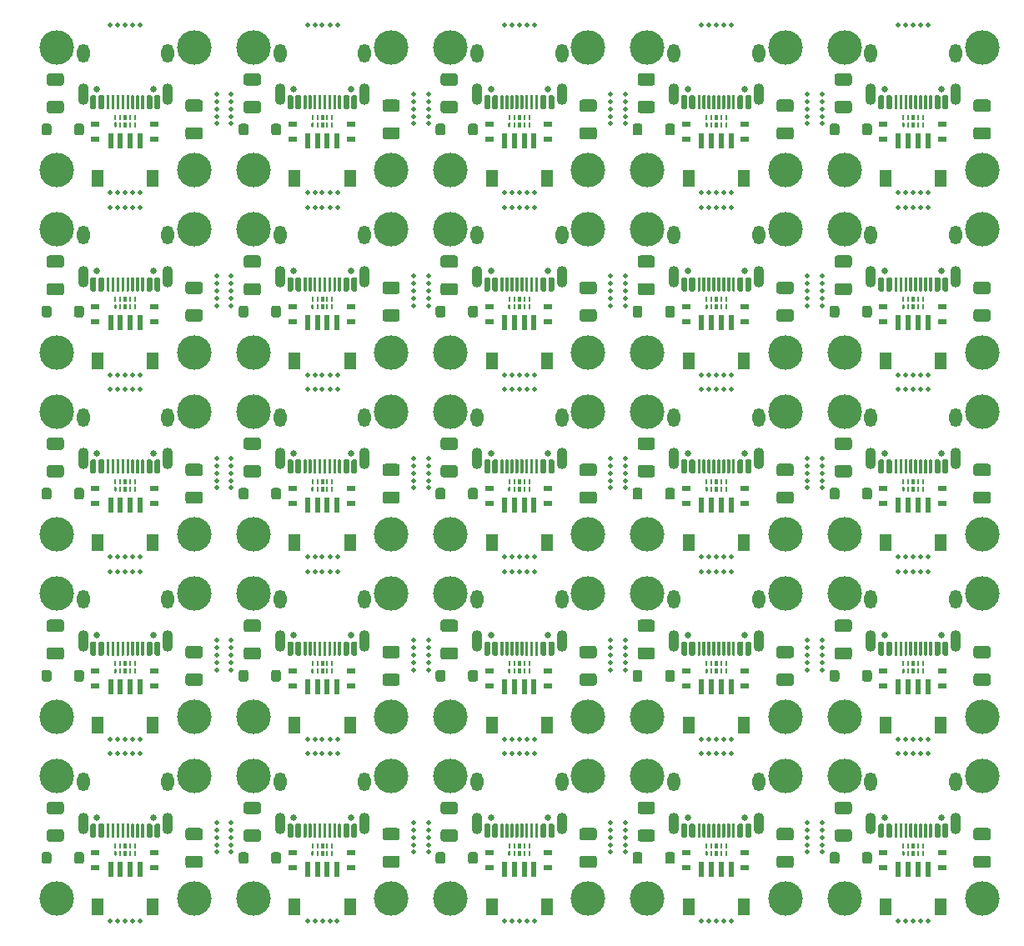
<source format=gts>
G04 #@! TF.GenerationSoftware,KiCad,Pcbnew,(5.1.10)-1*
G04 #@! TF.CreationDate,2021-09-30T22:09:23+07:00*
G04 #@! TF.ProjectId,Unified-Daughterboard,556e6966-6965-4642-9d44-617567687465,C3*
G04 #@! TF.SameCoordinates,Original*
G04 #@! TF.FileFunction,Soldermask,Top*
G04 #@! TF.FilePolarity,Negative*
%FSLAX46Y46*%
G04 Gerber Fmt 4.6, Leading zero omitted, Abs format (unit mm)*
G04 Created by KiCad (PCBNEW (5.1.10)-1) date 2021-09-30 22:09:23*
%MOMM*%
%LPD*%
G01*
G04 APERTURE LIST*
%ADD10C,0.500000*%
%ADD11R,0.900000X0.500000*%
%ADD12R,1.200000X1.800000*%
%ADD13R,0.600000X1.550000*%
%ADD14C,3.500001*%
%ADD15O,1.100000X2.200000*%
%ADD16O,1.300000X1.900000*%
%ADD17C,0.650000*%
%ADD18R,0.300000X0.550000*%
%ADD19R,0.250000X0.550000*%
G04 APERTURE END LIST*
D10*
X115766500Y-147293000D03*
X116516500Y-147293000D03*
X115016500Y-147293000D03*
X114242500Y-147293000D03*
X113480500Y-147293000D03*
X133480500Y-147293000D03*
X134242500Y-147293000D03*
X135016500Y-147293000D03*
X136516500Y-147293000D03*
X135766500Y-147293000D03*
X155766500Y-147293000D03*
X156516500Y-147293000D03*
X155016500Y-147293000D03*
X154242500Y-147293000D03*
X153480500Y-147293000D03*
X93480500Y-147293000D03*
X94242500Y-147293000D03*
X95016500Y-147293000D03*
X96516500Y-147293000D03*
X95766500Y-147293000D03*
X75766500Y-147293000D03*
X76516500Y-147293000D03*
X75016500Y-147293000D03*
X74242500Y-147293000D03*
X73480500Y-147293000D03*
X156528500Y-56293000D03*
X155766500Y-56293000D03*
X154992500Y-56293000D03*
X153492500Y-56293000D03*
X154242500Y-56293000D03*
X136528500Y-56293000D03*
X135766500Y-56293000D03*
X134992500Y-56293000D03*
X133492500Y-56293000D03*
X134242500Y-56293000D03*
X116528500Y-56293000D03*
X115766500Y-56293000D03*
X114992500Y-56293000D03*
X113492500Y-56293000D03*
X114242500Y-56293000D03*
X96528500Y-56293000D03*
X95766500Y-56293000D03*
X94992500Y-56293000D03*
X93492500Y-56293000D03*
X94242500Y-56293000D03*
X74242500Y-56293000D03*
X73492500Y-56293000D03*
X74992500Y-56293000D03*
X75766500Y-56293000D03*
X76528500Y-56293000D03*
X156528500Y-130293000D03*
X156528500Y-128793000D03*
X155766500Y-128793000D03*
X155766500Y-130293000D03*
X154992500Y-130293000D03*
X153492500Y-130293000D03*
X153492500Y-128793000D03*
X154992500Y-128793000D03*
X154242500Y-130293000D03*
X154242500Y-128793000D03*
X156528500Y-111793000D03*
X156528500Y-110293000D03*
X155766500Y-110293000D03*
X155766500Y-111793000D03*
X154992500Y-111793000D03*
X153492500Y-111793000D03*
X153492500Y-110293000D03*
X154992500Y-110293000D03*
X154242500Y-111793000D03*
X154242500Y-110293000D03*
X156528500Y-93293000D03*
X156528500Y-91793000D03*
X155766500Y-91793000D03*
X155766500Y-93293000D03*
X154992500Y-93293000D03*
X153492500Y-93293000D03*
X153492500Y-91793000D03*
X154992500Y-91793000D03*
X154242500Y-93293000D03*
X154242500Y-91793000D03*
X156528500Y-74793000D03*
X156528500Y-73293000D03*
X155766500Y-73293000D03*
X155766500Y-74793000D03*
X154992500Y-74793000D03*
X153492500Y-74793000D03*
X153492500Y-73293000D03*
X154992500Y-73293000D03*
X154242500Y-74793000D03*
X154242500Y-73293000D03*
X136528500Y-130293000D03*
X136528500Y-128793000D03*
X135766500Y-128793000D03*
X135766500Y-130293000D03*
X134992500Y-130293000D03*
X133492500Y-130293000D03*
X133492500Y-128793000D03*
X134992500Y-128793000D03*
X134242500Y-130293000D03*
X134242500Y-128793000D03*
X136528500Y-111793000D03*
X136528500Y-110293000D03*
X135766500Y-110293000D03*
X135766500Y-111793000D03*
X134992500Y-111793000D03*
X133492500Y-111793000D03*
X133492500Y-110293000D03*
X134992500Y-110293000D03*
X134242500Y-111793000D03*
X134242500Y-110293000D03*
X136528500Y-93293000D03*
X136528500Y-91793000D03*
X135766500Y-91793000D03*
X135766500Y-93293000D03*
X134992500Y-93293000D03*
X133492500Y-93293000D03*
X133492500Y-91793000D03*
X134992500Y-91793000D03*
X134242500Y-93293000D03*
X134242500Y-91793000D03*
X136528500Y-74793000D03*
X136528500Y-73293000D03*
X135766500Y-73293000D03*
X135766500Y-74793000D03*
X134992500Y-74793000D03*
X133492500Y-74793000D03*
X133492500Y-73293000D03*
X134992500Y-73293000D03*
X134242500Y-74793000D03*
X134242500Y-73293000D03*
X116528500Y-130293000D03*
X116528500Y-128793000D03*
X115766500Y-128793000D03*
X115766500Y-130293000D03*
X114992500Y-130293000D03*
X113492500Y-130293000D03*
X113492500Y-128793000D03*
X114992500Y-128793000D03*
X114242500Y-130293000D03*
X114242500Y-128793000D03*
X116528500Y-111793000D03*
X116528500Y-110293000D03*
X115766500Y-110293000D03*
X115766500Y-111793000D03*
X114992500Y-111793000D03*
X113492500Y-111793000D03*
X113492500Y-110293000D03*
X114992500Y-110293000D03*
X114242500Y-111793000D03*
X114242500Y-110293000D03*
X116528500Y-93293000D03*
X116528500Y-91793000D03*
X115766500Y-91793000D03*
X115766500Y-93293000D03*
X114992500Y-93293000D03*
X113492500Y-93293000D03*
X113492500Y-91793000D03*
X114992500Y-91793000D03*
X114242500Y-93293000D03*
X114242500Y-91793000D03*
X116528500Y-74793000D03*
X116528500Y-73293000D03*
X115766500Y-73293000D03*
X115766500Y-74793000D03*
X114992500Y-74793000D03*
X113492500Y-74793000D03*
X113492500Y-73293000D03*
X114992500Y-73293000D03*
X114242500Y-74793000D03*
X114242500Y-73293000D03*
X96528500Y-130293000D03*
X96528500Y-128793000D03*
X95766500Y-128793000D03*
X95766500Y-130293000D03*
X94992500Y-130293000D03*
X93492500Y-130293000D03*
X93492500Y-128793000D03*
X94992500Y-128793000D03*
X94242500Y-130293000D03*
X94242500Y-128793000D03*
X96528500Y-111793000D03*
X96528500Y-110293000D03*
X95766500Y-110293000D03*
X95766500Y-111793000D03*
X94992500Y-111793000D03*
X93492500Y-111793000D03*
X93492500Y-110293000D03*
X94992500Y-110293000D03*
X94242500Y-111793000D03*
X94242500Y-110293000D03*
X96528500Y-93293000D03*
X96528500Y-91793000D03*
X95766500Y-91793000D03*
X95766500Y-93293000D03*
X94992500Y-93293000D03*
X93492500Y-93293000D03*
X93492500Y-91793000D03*
X94992500Y-91793000D03*
X94242500Y-93293000D03*
X94242500Y-91793000D03*
X96528500Y-74793000D03*
X96528500Y-73293000D03*
X95766500Y-73293000D03*
X95766500Y-74793000D03*
X94992500Y-74793000D03*
X93492500Y-74793000D03*
X93492500Y-73293000D03*
X94992500Y-73293000D03*
X94242500Y-74793000D03*
X94242500Y-73293000D03*
X76528500Y-130293000D03*
X76528500Y-128793000D03*
X75766500Y-128793000D03*
X75766500Y-130293000D03*
X74992500Y-130293000D03*
X73492500Y-130293000D03*
X73492500Y-128793000D03*
X74992500Y-128793000D03*
X74242500Y-130293000D03*
X74242500Y-128793000D03*
X76528500Y-111793000D03*
X76528500Y-110293000D03*
X75766500Y-110293000D03*
X75766500Y-111793000D03*
X74992500Y-111793000D03*
X73492500Y-111793000D03*
X73492500Y-110293000D03*
X74992500Y-110293000D03*
X74242500Y-111793000D03*
X74242500Y-110293000D03*
X76528500Y-93293000D03*
X76528500Y-91793000D03*
X75766500Y-91793000D03*
X75766500Y-93293000D03*
X74992500Y-93293000D03*
X73492500Y-93293000D03*
X73492500Y-91793000D03*
X74992500Y-91793000D03*
X74242500Y-93293000D03*
X74242500Y-91793000D03*
X144254500Y-139555000D03*
X145754500Y-139555000D03*
X144254500Y-138805000D03*
X144254500Y-140305000D03*
X145754500Y-140305000D03*
X145754500Y-138805000D03*
X145754500Y-138031000D03*
X144254500Y-138031000D03*
X144254500Y-137269000D03*
X145754500Y-137269000D03*
X144254500Y-121055000D03*
X145754500Y-121055000D03*
X144254500Y-120305000D03*
X144254500Y-121805000D03*
X145754500Y-121805000D03*
X145754500Y-120305000D03*
X145754500Y-119531000D03*
X144254500Y-119531000D03*
X144254500Y-118769000D03*
X145754500Y-118769000D03*
X144254500Y-102555000D03*
X145754500Y-102555000D03*
X144254500Y-101805000D03*
X144254500Y-103305000D03*
X145754500Y-103305000D03*
X145754500Y-101805000D03*
X145754500Y-101031000D03*
X144254500Y-101031000D03*
X144254500Y-100269000D03*
X145754500Y-100269000D03*
X144254500Y-84055000D03*
X145754500Y-84055000D03*
X144254500Y-83305000D03*
X144254500Y-84805000D03*
X145754500Y-84805000D03*
X145754500Y-83305000D03*
X145754500Y-82531000D03*
X144254500Y-82531000D03*
X144254500Y-81769000D03*
X145754500Y-81769000D03*
X144254500Y-65555000D03*
X145754500Y-65555000D03*
X144254500Y-64805000D03*
X144254500Y-66305000D03*
X145754500Y-66305000D03*
X145754500Y-64805000D03*
X145754500Y-64031000D03*
X144254500Y-64031000D03*
X144254500Y-63269000D03*
X145754500Y-63269000D03*
X124254500Y-139555000D03*
X125754500Y-139555000D03*
X124254500Y-138805000D03*
X124254500Y-140305000D03*
X125754500Y-140305000D03*
X125754500Y-138805000D03*
X125754500Y-138031000D03*
X124254500Y-138031000D03*
X124254500Y-137269000D03*
X125754500Y-137269000D03*
X124254500Y-121055000D03*
X125754500Y-121055000D03*
X124254500Y-120305000D03*
X124254500Y-121805000D03*
X125754500Y-121805000D03*
X125754500Y-120305000D03*
X125754500Y-119531000D03*
X124254500Y-119531000D03*
X124254500Y-118769000D03*
X125754500Y-118769000D03*
X124254500Y-102555000D03*
X125754500Y-102555000D03*
X124254500Y-101805000D03*
X124254500Y-103305000D03*
X125754500Y-103305000D03*
X125754500Y-101805000D03*
X125754500Y-101031000D03*
X124254500Y-101031000D03*
X124254500Y-100269000D03*
X125754500Y-100269000D03*
X124254500Y-84055000D03*
X125754500Y-84055000D03*
X124254500Y-83305000D03*
X124254500Y-84805000D03*
X125754500Y-84805000D03*
X125754500Y-83305000D03*
X125754500Y-82531000D03*
X124254500Y-82531000D03*
X124254500Y-81769000D03*
X125754500Y-81769000D03*
X124254500Y-65555000D03*
X125754500Y-65555000D03*
X124254500Y-64805000D03*
X124254500Y-66305000D03*
X125754500Y-66305000D03*
X125754500Y-64805000D03*
X125754500Y-64031000D03*
X124254500Y-64031000D03*
X124254500Y-63269000D03*
X125754500Y-63269000D03*
X104254500Y-139555000D03*
X105754500Y-139555000D03*
X104254500Y-138805000D03*
X104254500Y-140305000D03*
X105754500Y-140305000D03*
X105754500Y-138805000D03*
X105754500Y-138031000D03*
X104254500Y-138031000D03*
X104254500Y-137269000D03*
X105754500Y-137269000D03*
X104254500Y-121055000D03*
X105754500Y-121055000D03*
X104254500Y-120305000D03*
X104254500Y-121805000D03*
X105754500Y-121805000D03*
X105754500Y-120305000D03*
X105754500Y-119531000D03*
X104254500Y-119531000D03*
X104254500Y-118769000D03*
X105754500Y-118769000D03*
X104254500Y-102555000D03*
X105754500Y-102555000D03*
X104254500Y-101805000D03*
X104254500Y-103305000D03*
X105754500Y-103305000D03*
X105754500Y-101805000D03*
X105754500Y-101031000D03*
X104254500Y-101031000D03*
X104254500Y-100269000D03*
X105754500Y-100269000D03*
X104254500Y-84055000D03*
X105754500Y-84055000D03*
X104254500Y-83305000D03*
X104254500Y-84805000D03*
X105754500Y-84805000D03*
X105754500Y-83305000D03*
X105754500Y-82531000D03*
X104254500Y-82531000D03*
X104254500Y-81769000D03*
X105754500Y-81769000D03*
X104254500Y-65555000D03*
X105754500Y-65555000D03*
X104254500Y-64805000D03*
X104254500Y-66305000D03*
X105754500Y-66305000D03*
X105754500Y-64805000D03*
X105754500Y-64031000D03*
X104254500Y-64031000D03*
X104254500Y-63269000D03*
X105754500Y-63269000D03*
X84254500Y-139555000D03*
X85754500Y-139555000D03*
X84254500Y-138805000D03*
X84254500Y-140305000D03*
X85754500Y-140305000D03*
X85754500Y-138805000D03*
X85754500Y-138031000D03*
X84254500Y-138031000D03*
X84254500Y-137269000D03*
X85754500Y-137269000D03*
X84254500Y-121055000D03*
X85754500Y-121055000D03*
X84254500Y-120305000D03*
X84254500Y-121805000D03*
X85754500Y-121805000D03*
X85754500Y-120305000D03*
X85754500Y-119531000D03*
X84254500Y-119531000D03*
X84254500Y-118769000D03*
X85754500Y-118769000D03*
X84254500Y-102555000D03*
X85754500Y-102555000D03*
X84254500Y-101805000D03*
X84254500Y-103305000D03*
X85754500Y-103305000D03*
X85754500Y-101805000D03*
X85754500Y-101031000D03*
X84254500Y-101031000D03*
X84254500Y-100269000D03*
X85754500Y-100269000D03*
X84254500Y-84055000D03*
X85754500Y-84055000D03*
X84254500Y-83305000D03*
X84254500Y-84805000D03*
X85754500Y-84805000D03*
X85754500Y-83305000D03*
X85754500Y-82531000D03*
X84254500Y-82531000D03*
X84254500Y-81769000D03*
X85754500Y-81769000D03*
D11*
X157923500Y-140379000D03*
X157923500Y-141879000D03*
X157923500Y-121879000D03*
X157923500Y-123379000D03*
X157923500Y-103379000D03*
X157923500Y-104879000D03*
X157923500Y-84879000D03*
X157923500Y-86379000D03*
X157923500Y-66379000D03*
X157923500Y-67879000D03*
X137923500Y-140379000D03*
X137923500Y-141879000D03*
X137923500Y-121879000D03*
X137923500Y-123379000D03*
X137923500Y-103379000D03*
X137923500Y-104879000D03*
X137923500Y-84879000D03*
X137923500Y-86379000D03*
X137923500Y-66379000D03*
X137923500Y-67879000D03*
X117923500Y-140379000D03*
X117923500Y-141879000D03*
X117923500Y-121879000D03*
X117923500Y-123379000D03*
X117923500Y-103379000D03*
X117923500Y-104879000D03*
X117923500Y-84879000D03*
X117923500Y-86379000D03*
X117923500Y-66379000D03*
X117923500Y-67879000D03*
X97923500Y-140379000D03*
X97923500Y-141879000D03*
X97923500Y-121879000D03*
X97923500Y-123379000D03*
X97923500Y-103379000D03*
X97923500Y-104879000D03*
X97923500Y-84879000D03*
X97923500Y-86379000D03*
X97923500Y-66379000D03*
X97923500Y-67879000D03*
X77923500Y-140379000D03*
X77923500Y-141879000D03*
X77923500Y-121879000D03*
X77923500Y-123379000D03*
X77923500Y-103379000D03*
X77923500Y-104879000D03*
X77923500Y-84879000D03*
X77923500Y-86379000D03*
D12*
X157804500Y-145893000D03*
X152204500Y-145893000D03*
D13*
X153504500Y-142018000D03*
X154504500Y-142018000D03*
X156504500Y-142018000D03*
X155504500Y-142018000D03*
D12*
X157804500Y-127393000D03*
X152204500Y-127393000D03*
D13*
X153504500Y-123518000D03*
X154504500Y-123518000D03*
X156504500Y-123518000D03*
X155504500Y-123518000D03*
D12*
X157804500Y-108893000D03*
X152204500Y-108893000D03*
D13*
X153504500Y-105018000D03*
X154504500Y-105018000D03*
X156504500Y-105018000D03*
X155504500Y-105018000D03*
D12*
X157804500Y-90393000D03*
X152204500Y-90393000D03*
D13*
X153504500Y-86518000D03*
X154504500Y-86518000D03*
X156504500Y-86518000D03*
X155504500Y-86518000D03*
D12*
X157804500Y-71893000D03*
X152204500Y-71893000D03*
D13*
X153504500Y-68018000D03*
X154504500Y-68018000D03*
X156504500Y-68018000D03*
X155504500Y-68018000D03*
D12*
X137804500Y-145893000D03*
X132204500Y-145893000D03*
D13*
X133504500Y-142018000D03*
X134504500Y-142018000D03*
X136504500Y-142018000D03*
X135504500Y-142018000D03*
D12*
X137804500Y-127393000D03*
X132204500Y-127393000D03*
D13*
X133504500Y-123518000D03*
X134504500Y-123518000D03*
X136504500Y-123518000D03*
X135504500Y-123518000D03*
D12*
X137804500Y-108893000D03*
X132204500Y-108893000D03*
D13*
X133504500Y-105018000D03*
X134504500Y-105018000D03*
X136504500Y-105018000D03*
X135504500Y-105018000D03*
D12*
X137804500Y-90393000D03*
X132204500Y-90393000D03*
D13*
X133504500Y-86518000D03*
X134504500Y-86518000D03*
X136504500Y-86518000D03*
X135504500Y-86518000D03*
D12*
X137804500Y-71893000D03*
X132204500Y-71893000D03*
D13*
X133504500Y-68018000D03*
X134504500Y-68018000D03*
X136504500Y-68018000D03*
X135504500Y-68018000D03*
D12*
X117804500Y-145893000D03*
X112204500Y-145893000D03*
D13*
X113504500Y-142018000D03*
X114504500Y-142018000D03*
X116504500Y-142018000D03*
X115504500Y-142018000D03*
D12*
X117804500Y-127393000D03*
X112204500Y-127393000D03*
D13*
X113504500Y-123518000D03*
X114504500Y-123518000D03*
X116504500Y-123518000D03*
X115504500Y-123518000D03*
D12*
X117804500Y-108893000D03*
X112204500Y-108893000D03*
D13*
X113504500Y-105018000D03*
X114504500Y-105018000D03*
X116504500Y-105018000D03*
X115504500Y-105018000D03*
D12*
X117804500Y-90393000D03*
X112204500Y-90393000D03*
D13*
X113504500Y-86518000D03*
X114504500Y-86518000D03*
X116504500Y-86518000D03*
X115504500Y-86518000D03*
D12*
X117804500Y-71893000D03*
X112204500Y-71893000D03*
D13*
X113504500Y-68018000D03*
X114504500Y-68018000D03*
X116504500Y-68018000D03*
X115504500Y-68018000D03*
D12*
X97804500Y-145893000D03*
X92204500Y-145893000D03*
D13*
X93504500Y-142018000D03*
X94504500Y-142018000D03*
X96504500Y-142018000D03*
X95504500Y-142018000D03*
D12*
X97804500Y-127393000D03*
X92204500Y-127393000D03*
D13*
X93504500Y-123518000D03*
X94504500Y-123518000D03*
X96504500Y-123518000D03*
X95504500Y-123518000D03*
D12*
X97804500Y-108893000D03*
X92204500Y-108893000D03*
D13*
X93504500Y-105018000D03*
X94504500Y-105018000D03*
X96504500Y-105018000D03*
X95504500Y-105018000D03*
D12*
X97804500Y-90393000D03*
X92204500Y-90393000D03*
D13*
X93504500Y-86518000D03*
X94504500Y-86518000D03*
X96504500Y-86518000D03*
X95504500Y-86518000D03*
D12*
X97804500Y-71893000D03*
X92204500Y-71893000D03*
D13*
X93504500Y-68018000D03*
X94504500Y-68018000D03*
X96504500Y-68018000D03*
X95504500Y-68018000D03*
D12*
X77804500Y-145893000D03*
X72204500Y-145893000D03*
D13*
X73504500Y-142018000D03*
X74504500Y-142018000D03*
X76504500Y-142018000D03*
X75504500Y-142018000D03*
D12*
X77804500Y-127393000D03*
X72204500Y-127393000D03*
D13*
X73504500Y-123518000D03*
X74504500Y-123518000D03*
X76504500Y-123518000D03*
X75504500Y-123518000D03*
D12*
X77804500Y-108893000D03*
X72204500Y-108893000D03*
D13*
X73504500Y-105018000D03*
X74504500Y-105018000D03*
X76504500Y-105018000D03*
X75504500Y-105018000D03*
D12*
X77804500Y-90393000D03*
X72204500Y-90393000D03*
D13*
X73504500Y-86518000D03*
X74504500Y-86518000D03*
X76504500Y-86518000D03*
X75504500Y-86518000D03*
D14*
X162004500Y-145043000D03*
X162004500Y-126543000D03*
X162004500Y-108043000D03*
X162004500Y-89543000D03*
X162004500Y-71043000D03*
X142004500Y-145043000D03*
X142004500Y-126543000D03*
X142004500Y-108043000D03*
X142004500Y-89543000D03*
X142004500Y-71043000D03*
X122004500Y-145043000D03*
X122004500Y-126543000D03*
X122004500Y-108043000D03*
X122004500Y-89543000D03*
X122004500Y-71043000D03*
X102004500Y-145043000D03*
X102004500Y-126543000D03*
X102004500Y-108043000D03*
X102004500Y-89543000D03*
X102004500Y-71043000D03*
X82004500Y-145043000D03*
X82004500Y-126543000D03*
X82004500Y-108043000D03*
X82004500Y-89543000D03*
X148004500Y-145043000D03*
X148004500Y-126543000D03*
X148004500Y-108043000D03*
X148004500Y-89543000D03*
X148004500Y-71043000D03*
X128004500Y-145043000D03*
X128004500Y-126543000D03*
X128004500Y-108043000D03*
X128004500Y-89543000D03*
X128004500Y-71043000D03*
X108004500Y-145043000D03*
X108004500Y-126543000D03*
X108004500Y-108043000D03*
X108004500Y-89543000D03*
X108004500Y-71043000D03*
X88004500Y-145043000D03*
X88004500Y-126543000D03*
X88004500Y-108043000D03*
X88004500Y-89543000D03*
X88004500Y-71043000D03*
X68004500Y-145043000D03*
X68004500Y-126543000D03*
X68004500Y-108043000D03*
X68004500Y-89543000D03*
G36*
G01*
X152852500Y-137543000D02*
X152852500Y-138693000D01*
G75*
G02*
X152702500Y-138843000I-150000J0D01*
G01*
X152402500Y-138843000D01*
G75*
G02*
X152252500Y-138693000I0J150000D01*
G01*
X152252500Y-137543000D01*
G75*
G02*
X152402500Y-137393000I150000J0D01*
G01*
X152702500Y-137393000D01*
G75*
G02*
X152852500Y-137543000I0J-150000D01*
G01*
G37*
G36*
G01*
X152052500Y-137543000D02*
X152052500Y-138693000D01*
G75*
G02*
X151902500Y-138843000I-150000J0D01*
G01*
X151602500Y-138843000D01*
G75*
G02*
X151452500Y-138693000I0J150000D01*
G01*
X151452500Y-137543000D01*
G75*
G02*
X151602500Y-137393000I150000J0D01*
G01*
X151902500Y-137393000D01*
G75*
G02*
X152052500Y-137543000I0J-150000D01*
G01*
G37*
G36*
G01*
X157752500Y-137543000D02*
X157752500Y-138693000D01*
G75*
G02*
X157602500Y-138843000I-150000J0D01*
G01*
X157302500Y-138843000D01*
G75*
G02*
X157152500Y-138693000I0J150000D01*
G01*
X157152500Y-137543000D01*
G75*
G02*
X157302500Y-137393000I150000J0D01*
G01*
X157602500Y-137393000D01*
G75*
G02*
X157752500Y-137543000I0J-150000D01*
G01*
G37*
D15*
X159302500Y-137343000D03*
G36*
G01*
X154902500Y-137468000D02*
X154902500Y-138768000D01*
G75*
G02*
X154827500Y-138843000I-75000J0D01*
G01*
X154677500Y-138843000D01*
G75*
G02*
X154602500Y-138768000I0J75000D01*
G01*
X154602500Y-137468000D01*
G75*
G02*
X154677500Y-137393000I75000J0D01*
G01*
X154827500Y-137393000D01*
G75*
G02*
X154902500Y-137468000I0J-75000D01*
G01*
G37*
G36*
G01*
X154402500Y-137468000D02*
X154402500Y-138768000D01*
G75*
G02*
X154327500Y-138843000I-75000J0D01*
G01*
X154177500Y-138843000D01*
G75*
G02*
X154102500Y-138768000I0J75000D01*
G01*
X154102500Y-137468000D01*
G75*
G02*
X154177500Y-137393000I75000J0D01*
G01*
X154327500Y-137393000D01*
G75*
G02*
X154402500Y-137468000I0J-75000D01*
G01*
G37*
G36*
G01*
X153902500Y-137468000D02*
X153902500Y-138768000D01*
G75*
G02*
X153827500Y-138843000I-75000J0D01*
G01*
X153677500Y-138843000D01*
G75*
G02*
X153602500Y-138768000I0J75000D01*
G01*
X153602500Y-137468000D01*
G75*
G02*
X153677500Y-137393000I75000J0D01*
G01*
X153827500Y-137393000D01*
G75*
G02*
X153902500Y-137468000I0J-75000D01*
G01*
G37*
G36*
G01*
X153402500Y-137468000D02*
X153402500Y-138768000D01*
G75*
G02*
X153327500Y-138843000I-75000J0D01*
G01*
X153177500Y-138843000D01*
G75*
G02*
X153102500Y-138768000I0J75000D01*
G01*
X153102500Y-137468000D01*
G75*
G02*
X153177500Y-137393000I75000J0D01*
G01*
X153327500Y-137393000D01*
G75*
G02*
X153402500Y-137468000I0J-75000D01*
G01*
G37*
G36*
G01*
X155406500Y-137468000D02*
X155406500Y-138768000D01*
G75*
G02*
X155331500Y-138843000I-75000J0D01*
G01*
X155181500Y-138843000D01*
G75*
G02*
X155106500Y-138768000I0J75000D01*
G01*
X155106500Y-137468000D01*
G75*
G02*
X155181500Y-137393000I75000J0D01*
G01*
X155331500Y-137393000D01*
G75*
G02*
X155406500Y-137468000I0J-75000D01*
G01*
G37*
G36*
G01*
X155902500Y-137468000D02*
X155902500Y-138768000D01*
G75*
G02*
X155827500Y-138843000I-75000J0D01*
G01*
X155677500Y-138843000D01*
G75*
G02*
X155602500Y-138768000I0J75000D01*
G01*
X155602500Y-137468000D01*
G75*
G02*
X155677500Y-137393000I75000J0D01*
G01*
X155827500Y-137393000D01*
G75*
G02*
X155902500Y-137468000I0J-75000D01*
G01*
G37*
G36*
G01*
X156402500Y-137468000D02*
X156402500Y-138768000D01*
G75*
G02*
X156327500Y-138843000I-75000J0D01*
G01*
X156177500Y-138843000D01*
G75*
G02*
X156102500Y-138768000I0J75000D01*
G01*
X156102500Y-137468000D01*
G75*
G02*
X156177500Y-137393000I75000J0D01*
G01*
X156327500Y-137393000D01*
G75*
G02*
X156402500Y-137468000I0J-75000D01*
G01*
G37*
G36*
G01*
X156902500Y-137468000D02*
X156902500Y-138768000D01*
G75*
G02*
X156827500Y-138843000I-75000J0D01*
G01*
X156677500Y-138843000D01*
G75*
G02*
X156602500Y-138768000I0J75000D01*
G01*
X156602500Y-137468000D01*
G75*
G02*
X156677500Y-137393000I75000J0D01*
G01*
X156827500Y-137393000D01*
G75*
G02*
X156902500Y-137468000I0J-75000D01*
G01*
G37*
G36*
G01*
X158552500Y-137543000D02*
X158552500Y-138693000D01*
G75*
G02*
X158402500Y-138843000I-150000J0D01*
G01*
X158102500Y-138843000D01*
G75*
G02*
X157952500Y-138693000I0J150000D01*
G01*
X157952500Y-137543000D01*
G75*
G02*
X158102500Y-137393000I150000J0D01*
G01*
X158402500Y-137393000D01*
G75*
G02*
X158552500Y-137543000I0J-150000D01*
G01*
G37*
D16*
X159302500Y-133143000D03*
D17*
X157892500Y-136792000D03*
X152112500Y-136792000D03*
D16*
X150702500Y-133143000D03*
D15*
X150702500Y-137343000D03*
G36*
G01*
X152852500Y-119043000D02*
X152852500Y-120193000D01*
G75*
G02*
X152702500Y-120343000I-150000J0D01*
G01*
X152402500Y-120343000D01*
G75*
G02*
X152252500Y-120193000I0J150000D01*
G01*
X152252500Y-119043000D01*
G75*
G02*
X152402500Y-118893000I150000J0D01*
G01*
X152702500Y-118893000D01*
G75*
G02*
X152852500Y-119043000I0J-150000D01*
G01*
G37*
G36*
G01*
X152052500Y-119043000D02*
X152052500Y-120193000D01*
G75*
G02*
X151902500Y-120343000I-150000J0D01*
G01*
X151602500Y-120343000D01*
G75*
G02*
X151452500Y-120193000I0J150000D01*
G01*
X151452500Y-119043000D01*
G75*
G02*
X151602500Y-118893000I150000J0D01*
G01*
X151902500Y-118893000D01*
G75*
G02*
X152052500Y-119043000I0J-150000D01*
G01*
G37*
G36*
G01*
X157752500Y-119043000D02*
X157752500Y-120193000D01*
G75*
G02*
X157602500Y-120343000I-150000J0D01*
G01*
X157302500Y-120343000D01*
G75*
G02*
X157152500Y-120193000I0J150000D01*
G01*
X157152500Y-119043000D01*
G75*
G02*
X157302500Y-118893000I150000J0D01*
G01*
X157602500Y-118893000D01*
G75*
G02*
X157752500Y-119043000I0J-150000D01*
G01*
G37*
X159302500Y-118843000D03*
G36*
G01*
X154902500Y-118968000D02*
X154902500Y-120268000D01*
G75*
G02*
X154827500Y-120343000I-75000J0D01*
G01*
X154677500Y-120343000D01*
G75*
G02*
X154602500Y-120268000I0J75000D01*
G01*
X154602500Y-118968000D01*
G75*
G02*
X154677500Y-118893000I75000J0D01*
G01*
X154827500Y-118893000D01*
G75*
G02*
X154902500Y-118968000I0J-75000D01*
G01*
G37*
G36*
G01*
X154402500Y-118968000D02*
X154402500Y-120268000D01*
G75*
G02*
X154327500Y-120343000I-75000J0D01*
G01*
X154177500Y-120343000D01*
G75*
G02*
X154102500Y-120268000I0J75000D01*
G01*
X154102500Y-118968000D01*
G75*
G02*
X154177500Y-118893000I75000J0D01*
G01*
X154327500Y-118893000D01*
G75*
G02*
X154402500Y-118968000I0J-75000D01*
G01*
G37*
G36*
G01*
X153902500Y-118968000D02*
X153902500Y-120268000D01*
G75*
G02*
X153827500Y-120343000I-75000J0D01*
G01*
X153677500Y-120343000D01*
G75*
G02*
X153602500Y-120268000I0J75000D01*
G01*
X153602500Y-118968000D01*
G75*
G02*
X153677500Y-118893000I75000J0D01*
G01*
X153827500Y-118893000D01*
G75*
G02*
X153902500Y-118968000I0J-75000D01*
G01*
G37*
G36*
G01*
X153402500Y-118968000D02*
X153402500Y-120268000D01*
G75*
G02*
X153327500Y-120343000I-75000J0D01*
G01*
X153177500Y-120343000D01*
G75*
G02*
X153102500Y-120268000I0J75000D01*
G01*
X153102500Y-118968000D01*
G75*
G02*
X153177500Y-118893000I75000J0D01*
G01*
X153327500Y-118893000D01*
G75*
G02*
X153402500Y-118968000I0J-75000D01*
G01*
G37*
G36*
G01*
X155406500Y-118968000D02*
X155406500Y-120268000D01*
G75*
G02*
X155331500Y-120343000I-75000J0D01*
G01*
X155181500Y-120343000D01*
G75*
G02*
X155106500Y-120268000I0J75000D01*
G01*
X155106500Y-118968000D01*
G75*
G02*
X155181500Y-118893000I75000J0D01*
G01*
X155331500Y-118893000D01*
G75*
G02*
X155406500Y-118968000I0J-75000D01*
G01*
G37*
G36*
G01*
X155902500Y-118968000D02*
X155902500Y-120268000D01*
G75*
G02*
X155827500Y-120343000I-75000J0D01*
G01*
X155677500Y-120343000D01*
G75*
G02*
X155602500Y-120268000I0J75000D01*
G01*
X155602500Y-118968000D01*
G75*
G02*
X155677500Y-118893000I75000J0D01*
G01*
X155827500Y-118893000D01*
G75*
G02*
X155902500Y-118968000I0J-75000D01*
G01*
G37*
G36*
G01*
X156402500Y-118968000D02*
X156402500Y-120268000D01*
G75*
G02*
X156327500Y-120343000I-75000J0D01*
G01*
X156177500Y-120343000D01*
G75*
G02*
X156102500Y-120268000I0J75000D01*
G01*
X156102500Y-118968000D01*
G75*
G02*
X156177500Y-118893000I75000J0D01*
G01*
X156327500Y-118893000D01*
G75*
G02*
X156402500Y-118968000I0J-75000D01*
G01*
G37*
G36*
G01*
X156902500Y-118968000D02*
X156902500Y-120268000D01*
G75*
G02*
X156827500Y-120343000I-75000J0D01*
G01*
X156677500Y-120343000D01*
G75*
G02*
X156602500Y-120268000I0J75000D01*
G01*
X156602500Y-118968000D01*
G75*
G02*
X156677500Y-118893000I75000J0D01*
G01*
X156827500Y-118893000D01*
G75*
G02*
X156902500Y-118968000I0J-75000D01*
G01*
G37*
G36*
G01*
X158552500Y-119043000D02*
X158552500Y-120193000D01*
G75*
G02*
X158402500Y-120343000I-150000J0D01*
G01*
X158102500Y-120343000D01*
G75*
G02*
X157952500Y-120193000I0J150000D01*
G01*
X157952500Y-119043000D01*
G75*
G02*
X158102500Y-118893000I150000J0D01*
G01*
X158402500Y-118893000D01*
G75*
G02*
X158552500Y-119043000I0J-150000D01*
G01*
G37*
D16*
X159302500Y-114643000D03*
D17*
X157892500Y-118292000D03*
X152112500Y-118292000D03*
D16*
X150702500Y-114643000D03*
D15*
X150702500Y-118843000D03*
G36*
G01*
X152852500Y-100543000D02*
X152852500Y-101693000D01*
G75*
G02*
X152702500Y-101843000I-150000J0D01*
G01*
X152402500Y-101843000D01*
G75*
G02*
X152252500Y-101693000I0J150000D01*
G01*
X152252500Y-100543000D01*
G75*
G02*
X152402500Y-100393000I150000J0D01*
G01*
X152702500Y-100393000D01*
G75*
G02*
X152852500Y-100543000I0J-150000D01*
G01*
G37*
G36*
G01*
X152052500Y-100543000D02*
X152052500Y-101693000D01*
G75*
G02*
X151902500Y-101843000I-150000J0D01*
G01*
X151602500Y-101843000D01*
G75*
G02*
X151452500Y-101693000I0J150000D01*
G01*
X151452500Y-100543000D01*
G75*
G02*
X151602500Y-100393000I150000J0D01*
G01*
X151902500Y-100393000D01*
G75*
G02*
X152052500Y-100543000I0J-150000D01*
G01*
G37*
G36*
G01*
X157752500Y-100543000D02*
X157752500Y-101693000D01*
G75*
G02*
X157602500Y-101843000I-150000J0D01*
G01*
X157302500Y-101843000D01*
G75*
G02*
X157152500Y-101693000I0J150000D01*
G01*
X157152500Y-100543000D01*
G75*
G02*
X157302500Y-100393000I150000J0D01*
G01*
X157602500Y-100393000D01*
G75*
G02*
X157752500Y-100543000I0J-150000D01*
G01*
G37*
X159302500Y-100343000D03*
G36*
G01*
X154902500Y-100468000D02*
X154902500Y-101768000D01*
G75*
G02*
X154827500Y-101843000I-75000J0D01*
G01*
X154677500Y-101843000D01*
G75*
G02*
X154602500Y-101768000I0J75000D01*
G01*
X154602500Y-100468000D01*
G75*
G02*
X154677500Y-100393000I75000J0D01*
G01*
X154827500Y-100393000D01*
G75*
G02*
X154902500Y-100468000I0J-75000D01*
G01*
G37*
G36*
G01*
X154402500Y-100468000D02*
X154402500Y-101768000D01*
G75*
G02*
X154327500Y-101843000I-75000J0D01*
G01*
X154177500Y-101843000D01*
G75*
G02*
X154102500Y-101768000I0J75000D01*
G01*
X154102500Y-100468000D01*
G75*
G02*
X154177500Y-100393000I75000J0D01*
G01*
X154327500Y-100393000D01*
G75*
G02*
X154402500Y-100468000I0J-75000D01*
G01*
G37*
G36*
G01*
X153902500Y-100468000D02*
X153902500Y-101768000D01*
G75*
G02*
X153827500Y-101843000I-75000J0D01*
G01*
X153677500Y-101843000D01*
G75*
G02*
X153602500Y-101768000I0J75000D01*
G01*
X153602500Y-100468000D01*
G75*
G02*
X153677500Y-100393000I75000J0D01*
G01*
X153827500Y-100393000D01*
G75*
G02*
X153902500Y-100468000I0J-75000D01*
G01*
G37*
G36*
G01*
X153402500Y-100468000D02*
X153402500Y-101768000D01*
G75*
G02*
X153327500Y-101843000I-75000J0D01*
G01*
X153177500Y-101843000D01*
G75*
G02*
X153102500Y-101768000I0J75000D01*
G01*
X153102500Y-100468000D01*
G75*
G02*
X153177500Y-100393000I75000J0D01*
G01*
X153327500Y-100393000D01*
G75*
G02*
X153402500Y-100468000I0J-75000D01*
G01*
G37*
G36*
G01*
X155406500Y-100468000D02*
X155406500Y-101768000D01*
G75*
G02*
X155331500Y-101843000I-75000J0D01*
G01*
X155181500Y-101843000D01*
G75*
G02*
X155106500Y-101768000I0J75000D01*
G01*
X155106500Y-100468000D01*
G75*
G02*
X155181500Y-100393000I75000J0D01*
G01*
X155331500Y-100393000D01*
G75*
G02*
X155406500Y-100468000I0J-75000D01*
G01*
G37*
G36*
G01*
X155902500Y-100468000D02*
X155902500Y-101768000D01*
G75*
G02*
X155827500Y-101843000I-75000J0D01*
G01*
X155677500Y-101843000D01*
G75*
G02*
X155602500Y-101768000I0J75000D01*
G01*
X155602500Y-100468000D01*
G75*
G02*
X155677500Y-100393000I75000J0D01*
G01*
X155827500Y-100393000D01*
G75*
G02*
X155902500Y-100468000I0J-75000D01*
G01*
G37*
G36*
G01*
X156402500Y-100468000D02*
X156402500Y-101768000D01*
G75*
G02*
X156327500Y-101843000I-75000J0D01*
G01*
X156177500Y-101843000D01*
G75*
G02*
X156102500Y-101768000I0J75000D01*
G01*
X156102500Y-100468000D01*
G75*
G02*
X156177500Y-100393000I75000J0D01*
G01*
X156327500Y-100393000D01*
G75*
G02*
X156402500Y-100468000I0J-75000D01*
G01*
G37*
G36*
G01*
X156902500Y-100468000D02*
X156902500Y-101768000D01*
G75*
G02*
X156827500Y-101843000I-75000J0D01*
G01*
X156677500Y-101843000D01*
G75*
G02*
X156602500Y-101768000I0J75000D01*
G01*
X156602500Y-100468000D01*
G75*
G02*
X156677500Y-100393000I75000J0D01*
G01*
X156827500Y-100393000D01*
G75*
G02*
X156902500Y-100468000I0J-75000D01*
G01*
G37*
G36*
G01*
X158552500Y-100543000D02*
X158552500Y-101693000D01*
G75*
G02*
X158402500Y-101843000I-150000J0D01*
G01*
X158102500Y-101843000D01*
G75*
G02*
X157952500Y-101693000I0J150000D01*
G01*
X157952500Y-100543000D01*
G75*
G02*
X158102500Y-100393000I150000J0D01*
G01*
X158402500Y-100393000D01*
G75*
G02*
X158552500Y-100543000I0J-150000D01*
G01*
G37*
D16*
X159302500Y-96143000D03*
D17*
X157892500Y-99792000D03*
X152112500Y-99792000D03*
D16*
X150702500Y-96143000D03*
D15*
X150702500Y-100343000D03*
G36*
G01*
X152852500Y-82043000D02*
X152852500Y-83193000D01*
G75*
G02*
X152702500Y-83343000I-150000J0D01*
G01*
X152402500Y-83343000D01*
G75*
G02*
X152252500Y-83193000I0J150000D01*
G01*
X152252500Y-82043000D01*
G75*
G02*
X152402500Y-81893000I150000J0D01*
G01*
X152702500Y-81893000D01*
G75*
G02*
X152852500Y-82043000I0J-150000D01*
G01*
G37*
G36*
G01*
X152052500Y-82043000D02*
X152052500Y-83193000D01*
G75*
G02*
X151902500Y-83343000I-150000J0D01*
G01*
X151602500Y-83343000D01*
G75*
G02*
X151452500Y-83193000I0J150000D01*
G01*
X151452500Y-82043000D01*
G75*
G02*
X151602500Y-81893000I150000J0D01*
G01*
X151902500Y-81893000D01*
G75*
G02*
X152052500Y-82043000I0J-150000D01*
G01*
G37*
G36*
G01*
X157752500Y-82043000D02*
X157752500Y-83193000D01*
G75*
G02*
X157602500Y-83343000I-150000J0D01*
G01*
X157302500Y-83343000D01*
G75*
G02*
X157152500Y-83193000I0J150000D01*
G01*
X157152500Y-82043000D01*
G75*
G02*
X157302500Y-81893000I150000J0D01*
G01*
X157602500Y-81893000D01*
G75*
G02*
X157752500Y-82043000I0J-150000D01*
G01*
G37*
X159302500Y-81843000D03*
G36*
G01*
X154902500Y-81968000D02*
X154902500Y-83268000D01*
G75*
G02*
X154827500Y-83343000I-75000J0D01*
G01*
X154677500Y-83343000D01*
G75*
G02*
X154602500Y-83268000I0J75000D01*
G01*
X154602500Y-81968000D01*
G75*
G02*
X154677500Y-81893000I75000J0D01*
G01*
X154827500Y-81893000D01*
G75*
G02*
X154902500Y-81968000I0J-75000D01*
G01*
G37*
G36*
G01*
X154402500Y-81968000D02*
X154402500Y-83268000D01*
G75*
G02*
X154327500Y-83343000I-75000J0D01*
G01*
X154177500Y-83343000D01*
G75*
G02*
X154102500Y-83268000I0J75000D01*
G01*
X154102500Y-81968000D01*
G75*
G02*
X154177500Y-81893000I75000J0D01*
G01*
X154327500Y-81893000D01*
G75*
G02*
X154402500Y-81968000I0J-75000D01*
G01*
G37*
G36*
G01*
X153902500Y-81968000D02*
X153902500Y-83268000D01*
G75*
G02*
X153827500Y-83343000I-75000J0D01*
G01*
X153677500Y-83343000D01*
G75*
G02*
X153602500Y-83268000I0J75000D01*
G01*
X153602500Y-81968000D01*
G75*
G02*
X153677500Y-81893000I75000J0D01*
G01*
X153827500Y-81893000D01*
G75*
G02*
X153902500Y-81968000I0J-75000D01*
G01*
G37*
G36*
G01*
X153402500Y-81968000D02*
X153402500Y-83268000D01*
G75*
G02*
X153327500Y-83343000I-75000J0D01*
G01*
X153177500Y-83343000D01*
G75*
G02*
X153102500Y-83268000I0J75000D01*
G01*
X153102500Y-81968000D01*
G75*
G02*
X153177500Y-81893000I75000J0D01*
G01*
X153327500Y-81893000D01*
G75*
G02*
X153402500Y-81968000I0J-75000D01*
G01*
G37*
G36*
G01*
X155406500Y-81968000D02*
X155406500Y-83268000D01*
G75*
G02*
X155331500Y-83343000I-75000J0D01*
G01*
X155181500Y-83343000D01*
G75*
G02*
X155106500Y-83268000I0J75000D01*
G01*
X155106500Y-81968000D01*
G75*
G02*
X155181500Y-81893000I75000J0D01*
G01*
X155331500Y-81893000D01*
G75*
G02*
X155406500Y-81968000I0J-75000D01*
G01*
G37*
G36*
G01*
X155902500Y-81968000D02*
X155902500Y-83268000D01*
G75*
G02*
X155827500Y-83343000I-75000J0D01*
G01*
X155677500Y-83343000D01*
G75*
G02*
X155602500Y-83268000I0J75000D01*
G01*
X155602500Y-81968000D01*
G75*
G02*
X155677500Y-81893000I75000J0D01*
G01*
X155827500Y-81893000D01*
G75*
G02*
X155902500Y-81968000I0J-75000D01*
G01*
G37*
G36*
G01*
X156402500Y-81968000D02*
X156402500Y-83268000D01*
G75*
G02*
X156327500Y-83343000I-75000J0D01*
G01*
X156177500Y-83343000D01*
G75*
G02*
X156102500Y-83268000I0J75000D01*
G01*
X156102500Y-81968000D01*
G75*
G02*
X156177500Y-81893000I75000J0D01*
G01*
X156327500Y-81893000D01*
G75*
G02*
X156402500Y-81968000I0J-75000D01*
G01*
G37*
G36*
G01*
X156902500Y-81968000D02*
X156902500Y-83268000D01*
G75*
G02*
X156827500Y-83343000I-75000J0D01*
G01*
X156677500Y-83343000D01*
G75*
G02*
X156602500Y-83268000I0J75000D01*
G01*
X156602500Y-81968000D01*
G75*
G02*
X156677500Y-81893000I75000J0D01*
G01*
X156827500Y-81893000D01*
G75*
G02*
X156902500Y-81968000I0J-75000D01*
G01*
G37*
G36*
G01*
X158552500Y-82043000D02*
X158552500Y-83193000D01*
G75*
G02*
X158402500Y-83343000I-150000J0D01*
G01*
X158102500Y-83343000D01*
G75*
G02*
X157952500Y-83193000I0J150000D01*
G01*
X157952500Y-82043000D01*
G75*
G02*
X158102500Y-81893000I150000J0D01*
G01*
X158402500Y-81893000D01*
G75*
G02*
X158552500Y-82043000I0J-150000D01*
G01*
G37*
D16*
X159302500Y-77643000D03*
D17*
X157892500Y-81292000D03*
X152112500Y-81292000D03*
D16*
X150702500Y-77643000D03*
D15*
X150702500Y-81843000D03*
G36*
G01*
X152852500Y-63543000D02*
X152852500Y-64693000D01*
G75*
G02*
X152702500Y-64843000I-150000J0D01*
G01*
X152402500Y-64843000D01*
G75*
G02*
X152252500Y-64693000I0J150000D01*
G01*
X152252500Y-63543000D01*
G75*
G02*
X152402500Y-63393000I150000J0D01*
G01*
X152702500Y-63393000D01*
G75*
G02*
X152852500Y-63543000I0J-150000D01*
G01*
G37*
G36*
G01*
X152052500Y-63543000D02*
X152052500Y-64693000D01*
G75*
G02*
X151902500Y-64843000I-150000J0D01*
G01*
X151602500Y-64843000D01*
G75*
G02*
X151452500Y-64693000I0J150000D01*
G01*
X151452500Y-63543000D01*
G75*
G02*
X151602500Y-63393000I150000J0D01*
G01*
X151902500Y-63393000D01*
G75*
G02*
X152052500Y-63543000I0J-150000D01*
G01*
G37*
G36*
G01*
X157752500Y-63543000D02*
X157752500Y-64693000D01*
G75*
G02*
X157602500Y-64843000I-150000J0D01*
G01*
X157302500Y-64843000D01*
G75*
G02*
X157152500Y-64693000I0J150000D01*
G01*
X157152500Y-63543000D01*
G75*
G02*
X157302500Y-63393000I150000J0D01*
G01*
X157602500Y-63393000D01*
G75*
G02*
X157752500Y-63543000I0J-150000D01*
G01*
G37*
X159302500Y-63343000D03*
G36*
G01*
X154902500Y-63468000D02*
X154902500Y-64768000D01*
G75*
G02*
X154827500Y-64843000I-75000J0D01*
G01*
X154677500Y-64843000D01*
G75*
G02*
X154602500Y-64768000I0J75000D01*
G01*
X154602500Y-63468000D01*
G75*
G02*
X154677500Y-63393000I75000J0D01*
G01*
X154827500Y-63393000D01*
G75*
G02*
X154902500Y-63468000I0J-75000D01*
G01*
G37*
G36*
G01*
X154402500Y-63468000D02*
X154402500Y-64768000D01*
G75*
G02*
X154327500Y-64843000I-75000J0D01*
G01*
X154177500Y-64843000D01*
G75*
G02*
X154102500Y-64768000I0J75000D01*
G01*
X154102500Y-63468000D01*
G75*
G02*
X154177500Y-63393000I75000J0D01*
G01*
X154327500Y-63393000D01*
G75*
G02*
X154402500Y-63468000I0J-75000D01*
G01*
G37*
G36*
G01*
X153902500Y-63468000D02*
X153902500Y-64768000D01*
G75*
G02*
X153827500Y-64843000I-75000J0D01*
G01*
X153677500Y-64843000D01*
G75*
G02*
X153602500Y-64768000I0J75000D01*
G01*
X153602500Y-63468000D01*
G75*
G02*
X153677500Y-63393000I75000J0D01*
G01*
X153827500Y-63393000D01*
G75*
G02*
X153902500Y-63468000I0J-75000D01*
G01*
G37*
G36*
G01*
X153402500Y-63468000D02*
X153402500Y-64768000D01*
G75*
G02*
X153327500Y-64843000I-75000J0D01*
G01*
X153177500Y-64843000D01*
G75*
G02*
X153102500Y-64768000I0J75000D01*
G01*
X153102500Y-63468000D01*
G75*
G02*
X153177500Y-63393000I75000J0D01*
G01*
X153327500Y-63393000D01*
G75*
G02*
X153402500Y-63468000I0J-75000D01*
G01*
G37*
G36*
G01*
X155406500Y-63468000D02*
X155406500Y-64768000D01*
G75*
G02*
X155331500Y-64843000I-75000J0D01*
G01*
X155181500Y-64843000D01*
G75*
G02*
X155106500Y-64768000I0J75000D01*
G01*
X155106500Y-63468000D01*
G75*
G02*
X155181500Y-63393000I75000J0D01*
G01*
X155331500Y-63393000D01*
G75*
G02*
X155406500Y-63468000I0J-75000D01*
G01*
G37*
G36*
G01*
X155902500Y-63468000D02*
X155902500Y-64768000D01*
G75*
G02*
X155827500Y-64843000I-75000J0D01*
G01*
X155677500Y-64843000D01*
G75*
G02*
X155602500Y-64768000I0J75000D01*
G01*
X155602500Y-63468000D01*
G75*
G02*
X155677500Y-63393000I75000J0D01*
G01*
X155827500Y-63393000D01*
G75*
G02*
X155902500Y-63468000I0J-75000D01*
G01*
G37*
G36*
G01*
X156402500Y-63468000D02*
X156402500Y-64768000D01*
G75*
G02*
X156327500Y-64843000I-75000J0D01*
G01*
X156177500Y-64843000D01*
G75*
G02*
X156102500Y-64768000I0J75000D01*
G01*
X156102500Y-63468000D01*
G75*
G02*
X156177500Y-63393000I75000J0D01*
G01*
X156327500Y-63393000D01*
G75*
G02*
X156402500Y-63468000I0J-75000D01*
G01*
G37*
G36*
G01*
X156902500Y-63468000D02*
X156902500Y-64768000D01*
G75*
G02*
X156827500Y-64843000I-75000J0D01*
G01*
X156677500Y-64843000D01*
G75*
G02*
X156602500Y-64768000I0J75000D01*
G01*
X156602500Y-63468000D01*
G75*
G02*
X156677500Y-63393000I75000J0D01*
G01*
X156827500Y-63393000D01*
G75*
G02*
X156902500Y-63468000I0J-75000D01*
G01*
G37*
G36*
G01*
X158552500Y-63543000D02*
X158552500Y-64693000D01*
G75*
G02*
X158402500Y-64843000I-150000J0D01*
G01*
X158102500Y-64843000D01*
G75*
G02*
X157952500Y-64693000I0J150000D01*
G01*
X157952500Y-63543000D01*
G75*
G02*
X158102500Y-63393000I150000J0D01*
G01*
X158402500Y-63393000D01*
G75*
G02*
X158552500Y-63543000I0J-150000D01*
G01*
G37*
D16*
X159302500Y-59143000D03*
D17*
X157892500Y-62792000D03*
X152112500Y-62792000D03*
D16*
X150702500Y-59143000D03*
D15*
X150702500Y-63343000D03*
G36*
G01*
X132852500Y-137543000D02*
X132852500Y-138693000D01*
G75*
G02*
X132702500Y-138843000I-150000J0D01*
G01*
X132402500Y-138843000D01*
G75*
G02*
X132252500Y-138693000I0J150000D01*
G01*
X132252500Y-137543000D01*
G75*
G02*
X132402500Y-137393000I150000J0D01*
G01*
X132702500Y-137393000D01*
G75*
G02*
X132852500Y-137543000I0J-150000D01*
G01*
G37*
G36*
G01*
X132052500Y-137543000D02*
X132052500Y-138693000D01*
G75*
G02*
X131902500Y-138843000I-150000J0D01*
G01*
X131602500Y-138843000D01*
G75*
G02*
X131452500Y-138693000I0J150000D01*
G01*
X131452500Y-137543000D01*
G75*
G02*
X131602500Y-137393000I150000J0D01*
G01*
X131902500Y-137393000D01*
G75*
G02*
X132052500Y-137543000I0J-150000D01*
G01*
G37*
G36*
G01*
X137752500Y-137543000D02*
X137752500Y-138693000D01*
G75*
G02*
X137602500Y-138843000I-150000J0D01*
G01*
X137302500Y-138843000D01*
G75*
G02*
X137152500Y-138693000I0J150000D01*
G01*
X137152500Y-137543000D01*
G75*
G02*
X137302500Y-137393000I150000J0D01*
G01*
X137602500Y-137393000D01*
G75*
G02*
X137752500Y-137543000I0J-150000D01*
G01*
G37*
X139302500Y-137343000D03*
G36*
G01*
X134902500Y-137468000D02*
X134902500Y-138768000D01*
G75*
G02*
X134827500Y-138843000I-75000J0D01*
G01*
X134677500Y-138843000D01*
G75*
G02*
X134602500Y-138768000I0J75000D01*
G01*
X134602500Y-137468000D01*
G75*
G02*
X134677500Y-137393000I75000J0D01*
G01*
X134827500Y-137393000D01*
G75*
G02*
X134902500Y-137468000I0J-75000D01*
G01*
G37*
G36*
G01*
X134402500Y-137468000D02*
X134402500Y-138768000D01*
G75*
G02*
X134327500Y-138843000I-75000J0D01*
G01*
X134177500Y-138843000D01*
G75*
G02*
X134102500Y-138768000I0J75000D01*
G01*
X134102500Y-137468000D01*
G75*
G02*
X134177500Y-137393000I75000J0D01*
G01*
X134327500Y-137393000D01*
G75*
G02*
X134402500Y-137468000I0J-75000D01*
G01*
G37*
G36*
G01*
X133902500Y-137468000D02*
X133902500Y-138768000D01*
G75*
G02*
X133827500Y-138843000I-75000J0D01*
G01*
X133677500Y-138843000D01*
G75*
G02*
X133602500Y-138768000I0J75000D01*
G01*
X133602500Y-137468000D01*
G75*
G02*
X133677500Y-137393000I75000J0D01*
G01*
X133827500Y-137393000D01*
G75*
G02*
X133902500Y-137468000I0J-75000D01*
G01*
G37*
G36*
G01*
X133402500Y-137468000D02*
X133402500Y-138768000D01*
G75*
G02*
X133327500Y-138843000I-75000J0D01*
G01*
X133177500Y-138843000D01*
G75*
G02*
X133102500Y-138768000I0J75000D01*
G01*
X133102500Y-137468000D01*
G75*
G02*
X133177500Y-137393000I75000J0D01*
G01*
X133327500Y-137393000D01*
G75*
G02*
X133402500Y-137468000I0J-75000D01*
G01*
G37*
G36*
G01*
X135406500Y-137468000D02*
X135406500Y-138768000D01*
G75*
G02*
X135331500Y-138843000I-75000J0D01*
G01*
X135181500Y-138843000D01*
G75*
G02*
X135106500Y-138768000I0J75000D01*
G01*
X135106500Y-137468000D01*
G75*
G02*
X135181500Y-137393000I75000J0D01*
G01*
X135331500Y-137393000D01*
G75*
G02*
X135406500Y-137468000I0J-75000D01*
G01*
G37*
G36*
G01*
X135902500Y-137468000D02*
X135902500Y-138768000D01*
G75*
G02*
X135827500Y-138843000I-75000J0D01*
G01*
X135677500Y-138843000D01*
G75*
G02*
X135602500Y-138768000I0J75000D01*
G01*
X135602500Y-137468000D01*
G75*
G02*
X135677500Y-137393000I75000J0D01*
G01*
X135827500Y-137393000D01*
G75*
G02*
X135902500Y-137468000I0J-75000D01*
G01*
G37*
G36*
G01*
X136402500Y-137468000D02*
X136402500Y-138768000D01*
G75*
G02*
X136327500Y-138843000I-75000J0D01*
G01*
X136177500Y-138843000D01*
G75*
G02*
X136102500Y-138768000I0J75000D01*
G01*
X136102500Y-137468000D01*
G75*
G02*
X136177500Y-137393000I75000J0D01*
G01*
X136327500Y-137393000D01*
G75*
G02*
X136402500Y-137468000I0J-75000D01*
G01*
G37*
G36*
G01*
X136902500Y-137468000D02*
X136902500Y-138768000D01*
G75*
G02*
X136827500Y-138843000I-75000J0D01*
G01*
X136677500Y-138843000D01*
G75*
G02*
X136602500Y-138768000I0J75000D01*
G01*
X136602500Y-137468000D01*
G75*
G02*
X136677500Y-137393000I75000J0D01*
G01*
X136827500Y-137393000D01*
G75*
G02*
X136902500Y-137468000I0J-75000D01*
G01*
G37*
G36*
G01*
X138552500Y-137543000D02*
X138552500Y-138693000D01*
G75*
G02*
X138402500Y-138843000I-150000J0D01*
G01*
X138102500Y-138843000D01*
G75*
G02*
X137952500Y-138693000I0J150000D01*
G01*
X137952500Y-137543000D01*
G75*
G02*
X138102500Y-137393000I150000J0D01*
G01*
X138402500Y-137393000D01*
G75*
G02*
X138552500Y-137543000I0J-150000D01*
G01*
G37*
D16*
X139302500Y-133143000D03*
D17*
X137892500Y-136792000D03*
X132112500Y-136792000D03*
D16*
X130702500Y-133143000D03*
D15*
X130702500Y-137343000D03*
G36*
G01*
X132852500Y-119043000D02*
X132852500Y-120193000D01*
G75*
G02*
X132702500Y-120343000I-150000J0D01*
G01*
X132402500Y-120343000D01*
G75*
G02*
X132252500Y-120193000I0J150000D01*
G01*
X132252500Y-119043000D01*
G75*
G02*
X132402500Y-118893000I150000J0D01*
G01*
X132702500Y-118893000D01*
G75*
G02*
X132852500Y-119043000I0J-150000D01*
G01*
G37*
G36*
G01*
X132052500Y-119043000D02*
X132052500Y-120193000D01*
G75*
G02*
X131902500Y-120343000I-150000J0D01*
G01*
X131602500Y-120343000D01*
G75*
G02*
X131452500Y-120193000I0J150000D01*
G01*
X131452500Y-119043000D01*
G75*
G02*
X131602500Y-118893000I150000J0D01*
G01*
X131902500Y-118893000D01*
G75*
G02*
X132052500Y-119043000I0J-150000D01*
G01*
G37*
G36*
G01*
X137752500Y-119043000D02*
X137752500Y-120193000D01*
G75*
G02*
X137602500Y-120343000I-150000J0D01*
G01*
X137302500Y-120343000D01*
G75*
G02*
X137152500Y-120193000I0J150000D01*
G01*
X137152500Y-119043000D01*
G75*
G02*
X137302500Y-118893000I150000J0D01*
G01*
X137602500Y-118893000D01*
G75*
G02*
X137752500Y-119043000I0J-150000D01*
G01*
G37*
X139302500Y-118843000D03*
G36*
G01*
X134902500Y-118968000D02*
X134902500Y-120268000D01*
G75*
G02*
X134827500Y-120343000I-75000J0D01*
G01*
X134677500Y-120343000D01*
G75*
G02*
X134602500Y-120268000I0J75000D01*
G01*
X134602500Y-118968000D01*
G75*
G02*
X134677500Y-118893000I75000J0D01*
G01*
X134827500Y-118893000D01*
G75*
G02*
X134902500Y-118968000I0J-75000D01*
G01*
G37*
G36*
G01*
X134402500Y-118968000D02*
X134402500Y-120268000D01*
G75*
G02*
X134327500Y-120343000I-75000J0D01*
G01*
X134177500Y-120343000D01*
G75*
G02*
X134102500Y-120268000I0J75000D01*
G01*
X134102500Y-118968000D01*
G75*
G02*
X134177500Y-118893000I75000J0D01*
G01*
X134327500Y-118893000D01*
G75*
G02*
X134402500Y-118968000I0J-75000D01*
G01*
G37*
G36*
G01*
X133902500Y-118968000D02*
X133902500Y-120268000D01*
G75*
G02*
X133827500Y-120343000I-75000J0D01*
G01*
X133677500Y-120343000D01*
G75*
G02*
X133602500Y-120268000I0J75000D01*
G01*
X133602500Y-118968000D01*
G75*
G02*
X133677500Y-118893000I75000J0D01*
G01*
X133827500Y-118893000D01*
G75*
G02*
X133902500Y-118968000I0J-75000D01*
G01*
G37*
G36*
G01*
X133402500Y-118968000D02*
X133402500Y-120268000D01*
G75*
G02*
X133327500Y-120343000I-75000J0D01*
G01*
X133177500Y-120343000D01*
G75*
G02*
X133102500Y-120268000I0J75000D01*
G01*
X133102500Y-118968000D01*
G75*
G02*
X133177500Y-118893000I75000J0D01*
G01*
X133327500Y-118893000D01*
G75*
G02*
X133402500Y-118968000I0J-75000D01*
G01*
G37*
G36*
G01*
X135406500Y-118968000D02*
X135406500Y-120268000D01*
G75*
G02*
X135331500Y-120343000I-75000J0D01*
G01*
X135181500Y-120343000D01*
G75*
G02*
X135106500Y-120268000I0J75000D01*
G01*
X135106500Y-118968000D01*
G75*
G02*
X135181500Y-118893000I75000J0D01*
G01*
X135331500Y-118893000D01*
G75*
G02*
X135406500Y-118968000I0J-75000D01*
G01*
G37*
G36*
G01*
X135902500Y-118968000D02*
X135902500Y-120268000D01*
G75*
G02*
X135827500Y-120343000I-75000J0D01*
G01*
X135677500Y-120343000D01*
G75*
G02*
X135602500Y-120268000I0J75000D01*
G01*
X135602500Y-118968000D01*
G75*
G02*
X135677500Y-118893000I75000J0D01*
G01*
X135827500Y-118893000D01*
G75*
G02*
X135902500Y-118968000I0J-75000D01*
G01*
G37*
G36*
G01*
X136402500Y-118968000D02*
X136402500Y-120268000D01*
G75*
G02*
X136327500Y-120343000I-75000J0D01*
G01*
X136177500Y-120343000D01*
G75*
G02*
X136102500Y-120268000I0J75000D01*
G01*
X136102500Y-118968000D01*
G75*
G02*
X136177500Y-118893000I75000J0D01*
G01*
X136327500Y-118893000D01*
G75*
G02*
X136402500Y-118968000I0J-75000D01*
G01*
G37*
G36*
G01*
X136902500Y-118968000D02*
X136902500Y-120268000D01*
G75*
G02*
X136827500Y-120343000I-75000J0D01*
G01*
X136677500Y-120343000D01*
G75*
G02*
X136602500Y-120268000I0J75000D01*
G01*
X136602500Y-118968000D01*
G75*
G02*
X136677500Y-118893000I75000J0D01*
G01*
X136827500Y-118893000D01*
G75*
G02*
X136902500Y-118968000I0J-75000D01*
G01*
G37*
G36*
G01*
X138552500Y-119043000D02*
X138552500Y-120193000D01*
G75*
G02*
X138402500Y-120343000I-150000J0D01*
G01*
X138102500Y-120343000D01*
G75*
G02*
X137952500Y-120193000I0J150000D01*
G01*
X137952500Y-119043000D01*
G75*
G02*
X138102500Y-118893000I150000J0D01*
G01*
X138402500Y-118893000D01*
G75*
G02*
X138552500Y-119043000I0J-150000D01*
G01*
G37*
D16*
X139302500Y-114643000D03*
D17*
X137892500Y-118292000D03*
X132112500Y-118292000D03*
D16*
X130702500Y-114643000D03*
D15*
X130702500Y-118843000D03*
G36*
G01*
X132852500Y-100543000D02*
X132852500Y-101693000D01*
G75*
G02*
X132702500Y-101843000I-150000J0D01*
G01*
X132402500Y-101843000D01*
G75*
G02*
X132252500Y-101693000I0J150000D01*
G01*
X132252500Y-100543000D01*
G75*
G02*
X132402500Y-100393000I150000J0D01*
G01*
X132702500Y-100393000D01*
G75*
G02*
X132852500Y-100543000I0J-150000D01*
G01*
G37*
G36*
G01*
X132052500Y-100543000D02*
X132052500Y-101693000D01*
G75*
G02*
X131902500Y-101843000I-150000J0D01*
G01*
X131602500Y-101843000D01*
G75*
G02*
X131452500Y-101693000I0J150000D01*
G01*
X131452500Y-100543000D01*
G75*
G02*
X131602500Y-100393000I150000J0D01*
G01*
X131902500Y-100393000D01*
G75*
G02*
X132052500Y-100543000I0J-150000D01*
G01*
G37*
G36*
G01*
X137752500Y-100543000D02*
X137752500Y-101693000D01*
G75*
G02*
X137602500Y-101843000I-150000J0D01*
G01*
X137302500Y-101843000D01*
G75*
G02*
X137152500Y-101693000I0J150000D01*
G01*
X137152500Y-100543000D01*
G75*
G02*
X137302500Y-100393000I150000J0D01*
G01*
X137602500Y-100393000D01*
G75*
G02*
X137752500Y-100543000I0J-150000D01*
G01*
G37*
X139302500Y-100343000D03*
G36*
G01*
X134902500Y-100468000D02*
X134902500Y-101768000D01*
G75*
G02*
X134827500Y-101843000I-75000J0D01*
G01*
X134677500Y-101843000D01*
G75*
G02*
X134602500Y-101768000I0J75000D01*
G01*
X134602500Y-100468000D01*
G75*
G02*
X134677500Y-100393000I75000J0D01*
G01*
X134827500Y-100393000D01*
G75*
G02*
X134902500Y-100468000I0J-75000D01*
G01*
G37*
G36*
G01*
X134402500Y-100468000D02*
X134402500Y-101768000D01*
G75*
G02*
X134327500Y-101843000I-75000J0D01*
G01*
X134177500Y-101843000D01*
G75*
G02*
X134102500Y-101768000I0J75000D01*
G01*
X134102500Y-100468000D01*
G75*
G02*
X134177500Y-100393000I75000J0D01*
G01*
X134327500Y-100393000D01*
G75*
G02*
X134402500Y-100468000I0J-75000D01*
G01*
G37*
G36*
G01*
X133902500Y-100468000D02*
X133902500Y-101768000D01*
G75*
G02*
X133827500Y-101843000I-75000J0D01*
G01*
X133677500Y-101843000D01*
G75*
G02*
X133602500Y-101768000I0J75000D01*
G01*
X133602500Y-100468000D01*
G75*
G02*
X133677500Y-100393000I75000J0D01*
G01*
X133827500Y-100393000D01*
G75*
G02*
X133902500Y-100468000I0J-75000D01*
G01*
G37*
G36*
G01*
X133402500Y-100468000D02*
X133402500Y-101768000D01*
G75*
G02*
X133327500Y-101843000I-75000J0D01*
G01*
X133177500Y-101843000D01*
G75*
G02*
X133102500Y-101768000I0J75000D01*
G01*
X133102500Y-100468000D01*
G75*
G02*
X133177500Y-100393000I75000J0D01*
G01*
X133327500Y-100393000D01*
G75*
G02*
X133402500Y-100468000I0J-75000D01*
G01*
G37*
G36*
G01*
X135406500Y-100468000D02*
X135406500Y-101768000D01*
G75*
G02*
X135331500Y-101843000I-75000J0D01*
G01*
X135181500Y-101843000D01*
G75*
G02*
X135106500Y-101768000I0J75000D01*
G01*
X135106500Y-100468000D01*
G75*
G02*
X135181500Y-100393000I75000J0D01*
G01*
X135331500Y-100393000D01*
G75*
G02*
X135406500Y-100468000I0J-75000D01*
G01*
G37*
G36*
G01*
X135902500Y-100468000D02*
X135902500Y-101768000D01*
G75*
G02*
X135827500Y-101843000I-75000J0D01*
G01*
X135677500Y-101843000D01*
G75*
G02*
X135602500Y-101768000I0J75000D01*
G01*
X135602500Y-100468000D01*
G75*
G02*
X135677500Y-100393000I75000J0D01*
G01*
X135827500Y-100393000D01*
G75*
G02*
X135902500Y-100468000I0J-75000D01*
G01*
G37*
G36*
G01*
X136402500Y-100468000D02*
X136402500Y-101768000D01*
G75*
G02*
X136327500Y-101843000I-75000J0D01*
G01*
X136177500Y-101843000D01*
G75*
G02*
X136102500Y-101768000I0J75000D01*
G01*
X136102500Y-100468000D01*
G75*
G02*
X136177500Y-100393000I75000J0D01*
G01*
X136327500Y-100393000D01*
G75*
G02*
X136402500Y-100468000I0J-75000D01*
G01*
G37*
G36*
G01*
X136902500Y-100468000D02*
X136902500Y-101768000D01*
G75*
G02*
X136827500Y-101843000I-75000J0D01*
G01*
X136677500Y-101843000D01*
G75*
G02*
X136602500Y-101768000I0J75000D01*
G01*
X136602500Y-100468000D01*
G75*
G02*
X136677500Y-100393000I75000J0D01*
G01*
X136827500Y-100393000D01*
G75*
G02*
X136902500Y-100468000I0J-75000D01*
G01*
G37*
G36*
G01*
X138552500Y-100543000D02*
X138552500Y-101693000D01*
G75*
G02*
X138402500Y-101843000I-150000J0D01*
G01*
X138102500Y-101843000D01*
G75*
G02*
X137952500Y-101693000I0J150000D01*
G01*
X137952500Y-100543000D01*
G75*
G02*
X138102500Y-100393000I150000J0D01*
G01*
X138402500Y-100393000D01*
G75*
G02*
X138552500Y-100543000I0J-150000D01*
G01*
G37*
D16*
X139302500Y-96143000D03*
D17*
X137892500Y-99792000D03*
X132112500Y-99792000D03*
D16*
X130702500Y-96143000D03*
D15*
X130702500Y-100343000D03*
G36*
G01*
X132852500Y-82043000D02*
X132852500Y-83193000D01*
G75*
G02*
X132702500Y-83343000I-150000J0D01*
G01*
X132402500Y-83343000D01*
G75*
G02*
X132252500Y-83193000I0J150000D01*
G01*
X132252500Y-82043000D01*
G75*
G02*
X132402500Y-81893000I150000J0D01*
G01*
X132702500Y-81893000D01*
G75*
G02*
X132852500Y-82043000I0J-150000D01*
G01*
G37*
G36*
G01*
X132052500Y-82043000D02*
X132052500Y-83193000D01*
G75*
G02*
X131902500Y-83343000I-150000J0D01*
G01*
X131602500Y-83343000D01*
G75*
G02*
X131452500Y-83193000I0J150000D01*
G01*
X131452500Y-82043000D01*
G75*
G02*
X131602500Y-81893000I150000J0D01*
G01*
X131902500Y-81893000D01*
G75*
G02*
X132052500Y-82043000I0J-150000D01*
G01*
G37*
G36*
G01*
X137752500Y-82043000D02*
X137752500Y-83193000D01*
G75*
G02*
X137602500Y-83343000I-150000J0D01*
G01*
X137302500Y-83343000D01*
G75*
G02*
X137152500Y-83193000I0J150000D01*
G01*
X137152500Y-82043000D01*
G75*
G02*
X137302500Y-81893000I150000J0D01*
G01*
X137602500Y-81893000D01*
G75*
G02*
X137752500Y-82043000I0J-150000D01*
G01*
G37*
X139302500Y-81843000D03*
G36*
G01*
X134902500Y-81968000D02*
X134902500Y-83268000D01*
G75*
G02*
X134827500Y-83343000I-75000J0D01*
G01*
X134677500Y-83343000D01*
G75*
G02*
X134602500Y-83268000I0J75000D01*
G01*
X134602500Y-81968000D01*
G75*
G02*
X134677500Y-81893000I75000J0D01*
G01*
X134827500Y-81893000D01*
G75*
G02*
X134902500Y-81968000I0J-75000D01*
G01*
G37*
G36*
G01*
X134402500Y-81968000D02*
X134402500Y-83268000D01*
G75*
G02*
X134327500Y-83343000I-75000J0D01*
G01*
X134177500Y-83343000D01*
G75*
G02*
X134102500Y-83268000I0J75000D01*
G01*
X134102500Y-81968000D01*
G75*
G02*
X134177500Y-81893000I75000J0D01*
G01*
X134327500Y-81893000D01*
G75*
G02*
X134402500Y-81968000I0J-75000D01*
G01*
G37*
G36*
G01*
X133902500Y-81968000D02*
X133902500Y-83268000D01*
G75*
G02*
X133827500Y-83343000I-75000J0D01*
G01*
X133677500Y-83343000D01*
G75*
G02*
X133602500Y-83268000I0J75000D01*
G01*
X133602500Y-81968000D01*
G75*
G02*
X133677500Y-81893000I75000J0D01*
G01*
X133827500Y-81893000D01*
G75*
G02*
X133902500Y-81968000I0J-75000D01*
G01*
G37*
G36*
G01*
X133402500Y-81968000D02*
X133402500Y-83268000D01*
G75*
G02*
X133327500Y-83343000I-75000J0D01*
G01*
X133177500Y-83343000D01*
G75*
G02*
X133102500Y-83268000I0J75000D01*
G01*
X133102500Y-81968000D01*
G75*
G02*
X133177500Y-81893000I75000J0D01*
G01*
X133327500Y-81893000D01*
G75*
G02*
X133402500Y-81968000I0J-75000D01*
G01*
G37*
G36*
G01*
X135406500Y-81968000D02*
X135406500Y-83268000D01*
G75*
G02*
X135331500Y-83343000I-75000J0D01*
G01*
X135181500Y-83343000D01*
G75*
G02*
X135106500Y-83268000I0J75000D01*
G01*
X135106500Y-81968000D01*
G75*
G02*
X135181500Y-81893000I75000J0D01*
G01*
X135331500Y-81893000D01*
G75*
G02*
X135406500Y-81968000I0J-75000D01*
G01*
G37*
G36*
G01*
X135902500Y-81968000D02*
X135902500Y-83268000D01*
G75*
G02*
X135827500Y-83343000I-75000J0D01*
G01*
X135677500Y-83343000D01*
G75*
G02*
X135602500Y-83268000I0J75000D01*
G01*
X135602500Y-81968000D01*
G75*
G02*
X135677500Y-81893000I75000J0D01*
G01*
X135827500Y-81893000D01*
G75*
G02*
X135902500Y-81968000I0J-75000D01*
G01*
G37*
G36*
G01*
X136402500Y-81968000D02*
X136402500Y-83268000D01*
G75*
G02*
X136327500Y-83343000I-75000J0D01*
G01*
X136177500Y-83343000D01*
G75*
G02*
X136102500Y-83268000I0J75000D01*
G01*
X136102500Y-81968000D01*
G75*
G02*
X136177500Y-81893000I75000J0D01*
G01*
X136327500Y-81893000D01*
G75*
G02*
X136402500Y-81968000I0J-75000D01*
G01*
G37*
G36*
G01*
X136902500Y-81968000D02*
X136902500Y-83268000D01*
G75*
G02*
X136827500Y-83343000I-75000J0D01*
G01*
X136677500Y-83343000D01*
G75*
G02*
X136602500Y-83268000I0J75000D01*
G01*
X136602500Y-81968000D01*
G75*
G02*
X136677500Y-81893000I75000J0D01*
G01*
X136827500Y-81893000D01*
G75*
G02*
X136902500Y-81968000I0J-75000D01*
G01*
G37*
G36*
G01*
X138552500Y-82043000D02*
X138552500Y-83193000D01*
G75*
G02*
X138402500Y-83343000I-150000J0D01*
G01*
X138102500Y-83343000D01*
G75*
G02*
X137952500Y-83193000I0J150000D01*
G01*
X137952500Y-82043000D01*
G75*
G02*
X138102500Y-81893000I150000J0D01*
G01*
X138402500Y-81893000D01*
G75*
G02*
X138552500Y-82043000I0J-150000D01*
G01*
G37*
D16*
X139302500Y-77643000D03*
D17*
X137892500Y-81292000D03*
X132112500Y-81292000D03*
D16*
X130702500Y-77643000D03*
D15*
X130702500Y-81843000D03*
G36*
G01*
X132852500Y-63543000D02*
X132852500Y-64693000D01*
G75*
G02*
X132702500Y-64843000I-150000J0D01*
G01*
X132402500Y-64843000D01*
G75*
G02*
X132252500Y-64693000I0J150000D01*
G01*
X132252500Y-63543000D01*
G75*
G02*
X132402500Y-63393000I150000J0D01*
G01*
X132702500Y-63393000D01*
G75*
G02*
X132852500Y-63543000I0J-150000D01*
G01*
G37*
G36*
G01*
X132052500Y-63543000D02*
X132052500Y-64693000D01*
G75*
G02*
X131902500Y-64843000I-150000J0D01*
G01*
X131602500Y-64843000D01*
G75*
G02*
X131452500Y-64693000I0J150000D01*
G01*
X131452500Y-63543000D01*
G75*
G02*
X131602500Y-63393000I150000J0D01*
G01*
X131902500Y-63393000D01*
G75*
G02*
X132052500Y-63543000I0J-150000D01*
G01*
G37*
G36*
G01*
X137752500Y-63543000D02*
X137752500Y-64693000D01*
G75*
G02*
X137602500Y-64843000I-150000J0D01*
G01*
X137302500Y-64843000D01*
G75*
G02*
X137152500Y-64693000I0J150000D01*
G01*
X137152500Y-63543000D01*
G75*
G02*
X137302500Y-63393000I150000J0D01*
G01*
X137602500Y-63393000D01*
G75*
G02*
X137752500Y-63543000I0J-150000D01*
G01*
G37*
X139302500Y-63343000D03*
G36*
G01*
X134902500Y-63468000D02*
X134902500Y-64768000D01*
G75*
G02*
X134827500Y-64843000I-75000J0D01*
G01*
X134677500Y-64843000D01*
G75*
G02*
X134602500Y-64768000I0J75000D01*
G01*
X134602500Y-63468000D01*
G75*
G02*
X134677500Y-63393000I75000J0D01*
G01*
X134827500Y-63393000D01*
G75*
G02*
X134902500Y-63468000I0J-75000D01*
G01*
G37*
G36*
G01*
X134402500Y-63468000D02*
X134402500Y-64768000D01*
G75*
G02*
X134327500Y-64843000I-75000J0D01*
G01*
X134177500Y-64843000D01*
G75*
G02*
X134102500Y-64768000I0J75000D01*
G01*
X134102500Y-63468000D01*
G75*
G02*
X134177500Y-63393000I75000J0D01*
G01*
X134327500Y-63393000D01*
G75*
G02*
X134402500Y-63468000I0J-75000D01*
G01*
G37*
G36*
G01*
X133902500Y-63468000D02*
X133902500Y-64768000D01*
G75*
G02*
X133827500Y-64843000I-75000J0D01*
G01*
X133677500Y-64843000D01*
G75*
G02*
X133602500Y-64768000I0J75000D01*
G01*
X133602500Y-63468000D01*
G75*
G02*
X133677500Y-63393000I75000J0D01*
G01*
X133827500Y-63393000D01*
G75*
G02*
X133902500Y-63468000I0J-75000D01*
G01*
G37*
G36*
G01*
X133402500Y-63468000D02*
X133402500Y-64768000D01*
G75*
G02*
X133327500Y-64843000I-75000J0D01*
G01*
X133177500Y-64843000D01*
G75*
G02*
X133102500Y-64768000I0J75000D01*
G01*
X133102500Y-63468000D01*
G75*
G02*
X133177500Y-63393000I75000J0D01*
G01*
X133327500Y-63393000D01*
G75*
G02*
X133402500Y-63468000I0J-75000D01*
G01*
G37*
G36*
G01*
X135406500Y-63468000D02*
X135406500Y-64768000D01*
G75*
G02*
X135331500Y-64843000I-75000J0D01*
G01*
X135181500Y-64843000D01*
G75*
G02*
X135106500Y-64768000I0J75000D01*
G01*
X135106500Y-63468000D01*
G75*
G02*
X135181500Y-63393000I75000J0D01*
G01*
X135331500Y-63393000D01*
G75*
G02*
X135406500Y-63468000I0J-75000D01*
G01*
G37*
G36*
G01*
X135902500Y-63468000D02*
X135902500Y-64768000D01*
G75*
G02*
X135827500Y-64843000I-75000J0D01*
G01*
X135677500Y-64843000D01*
G75*
G02*
X135602500Y-64768000I0J75000D01*
G01*
X135602500Y-63468000D01*
G75*
G02*
X135677500Y-63393000I75000J0D01*
G01*
X135827500Y-63393000D01*
G75*
G02*
X135902500Y-63468000I0J-75000D01*
G01*
G37*
G36*
G01*
X136402500Y-63468000D02*
X136402500Y-64768000D01*
G75*
G02*
X136327500Y-64843000I-75000J0D01*
G01*
X136177500Y-64843000D01*
G75*
G02*
X136102500Y-64768000I0J75000D01*
G01*
X136102500Y-63468000D01*
G75*
G02*
X136177500Y-63393000I75000J0D01*
G01*
X136327500Y-63393000D01*
G75*
G02*
X136402500Y-63468000I0J-75000D01*
G01*
G37*
G36*
G01*
X136902500Y-63468000D02*
X136902500Y-64768000D01*
G75*
G02*
X136827500Y-64843000I-75000J0D01*
G01*
X136677500Y-64843000D01*
G75*
G02*
X136602500Y-64768000I0J75000D01*
G01*
X136602500Y-63468000D01*
G75*
G02*
X136677500Y-63393000I75000J0D01*
G01*
X136827500Y-63393000D01*
G75*
G02*
X136902500Y-63468000I0J-75000D01*
G01*
G37*
G36*
G01*
X138552500Y-63543000D02*
X138552500Y-64693000D01*
G75*
G02*
X138402500Y-64843000I-150000J0D01*
G01*
X138102500Y-64843000D01*
G75*
G02*
X137952500Y-64693000I0J150000D01*
G01*
X137952500Y-63543000D01*
G75*
G02*
X138102500Y-63393000I150000J0D01*
G01*
X138402500Y-63393000D01*
G75*
G02*
X138552500Y-63543000I0J-150000D01*
G01*
G37*
D16*
X139302500Y-59143000D03*
D17*
X137892500Y-62792000D03*
X132112500Y-62792000D03*
D16*
X130702500Y-59143000D03*
D15*
X130702500Y-63343000D03*
G36*
G01*
X112852500Y-137543000D02*
X112852500Y-138693000D01*
G75*
G02*
X112702500Y-138843000I-150000J0D01*
G01*
X112402500Y-138843000D01*
G75*
G02*
X112252500Y-138693000I0J150000D01*
G01*
X112252500Y-137543000D01*
G75*
G02*
X112402500Y-137393000I150000J0D01*
G01*
X112702500Y-137393000D01*
G75*
G02*
X112852500Y-137543000I0J-150000D01*
G01*
G37*
G36*
G01*
X112052500Y-137543000D02*
X112052500Y-138693000D01*
G75*
G02*
X111902500Y-138843000I-150000J0D01*
G01*
X111602500Y-138843000D01*
G75*
G02*
X111452500Y-138693000I0J150000D01*
G01*
X111452500Y-137543000D01*
G75*
G02*
X111602500Y-137393000I150000J0D01*
G01*
X111902500Y-137393000D01*
G75*
G02*
X112052500Y-137543000I0J-150000D01*
G01*
G37*
G36*
G01*
X117752500Y-137543000D02*
X117752500Y-138693000D01*
G75*
G02*
X117602500Y-138843000I-150000J0D01*
G01*
X117302500Y-138843000D01*
G75*
G02*
X117152500Y-138693000I0J150000D01*
G01*
X117152500Y-137543000D01*
G75*
G02*
X117302500Y-137393000I150000J0D01*
G01*
X117602500Y-137393000D01*
G75*
G02*
X117752500Y-137543000I0J-150000D01*
G01*
G37*
X119302500Y-137343000D03*
G36*
G01*
X114902500Y-137468000D02*
X114902500Y-138768000D01*
G75*
G02*
X114827500Y-138843000I-75000J0D01*
G01*
X114677500Y-138843000D01*
G75*
G02*
X114602500Y-138768000I0J75000D01*
G01*
X114602500Y-137468000D01*
G75*
G02*
X114677500Y-137393000I75000J0D01*
G01*
X114827500Y-137393000D01*
G75*
G02*
X114902500Y-137468000I0J-75000D01*
G01*
G37*
G36*
G01*
X114402500Y-137468000D02*
X114402500Y-138768000D01*
G75*
G02*
X114327500Y-138843000I-75000J0D01*
G01*
X114177500Y-138843000D01*
G75*
G02*
X114102500Y-138768000I0J75000D01*
G01*
X114102500Y-137468000D01*
G75*
G02*
X114177500Y-137393000I75000J0D01*
G01*
X114327500Y-137393000D01*
G75*
G02*
X114402500Y-137468000I0J-75000D01*
G01*
G37*
G36*
G01*
X113902500Y-137468000D02*
X113902500Y-138768000D01*
G75*
G02*
X113827500Y-138843000I-75000J0D01*
G01*
X113677500Y-138843000D01*
G75*
G02*
X113602500Y-138768000I0J75000D01*
G01*
X113602500Y-137468000D01*
G75*
G02*
X113677500Y-137393000I75000J0D01*
G01*
X113827500Y-137393000D01*
G75*
G02*
X113902500Y-137468000I0J-75000D01*
G01*
G37*
G36*
G01*
X113402500Y-137468000D02*
X113402500Y-138768000D01*
G75*
G02*
X113327500Y-138843000I-75000J0D01*
G01*
X113177500Y-138843000D01*
G75*
G02*
X113102500Y-138768000I0J75000D01*
G01*
X113102500Y-137468000D01*
G75*
G02*
X113177500Y-137393000I75000J0D01*
G01*
X113327500Y-137393000D01*
G75*
G02*
X113402500Y-137468000I0J-75000D01*
G01*
G37*
G36*
G01*
X115406500Y-137468000D02*
X115406500Y-138768000D01*
G75*
G02*
X115331500Y-138843000I-75000J0D01*
G01*
X115181500Y-138843000D01*
G75*
G02*
X115106500Y-138768000I0J75000D01*
G01*
X115106500Y-137468000D01*
G75*
G02*
X115181500Y-137393000I75000J0D01*
G01*
X115331500Y-137393000D01*
G75*
G02*
X115406500Y-137468000I0J-75000D01*
G01*
G37*
G36*
G01*
X115902500Y-137468000D02*
X115902500Y-138768000D01*
G75*
G02*
X115827500Y-138843000I-75000J0D01*
G01*
X115677500Y-138843000D01*
G75*
G02*
X115602500Y-138768000I0J75000D01*
G01*
X115602500Y-137468000D01*
G75*
G02*
X115677500Y-137393000I75000J0D01*
G01*
X115827500Y-137393000D01*
G75*
G02*
X115902500Y-137468000I0J-75000D01*
G01*
G37*
G36*
G01*
X116402500Y-137468000D02*
X116402500Y-138768000D01*
G75*
G02*
X116327500Y-138843000I-75000J0D01*
G01*
X116177500Y-138843000D01*
G75*
G02*
X116102500Y-138768000I0J75000D01*
G01*
X116102500Y-137468000D01*
G75*
G02*
X116177500Y-137393000I75000J0D01*
G01*
X116327500Y-137393000D01*
G75*
G02*
X116402500Y-137468000I0J-75000D01*
G01*
G37*
G36*
G01*
X116902500Y-137468000D02*
X116902500Y-138768000D01*
G75*
G02*
X116827500Y-138843000I-75000J0D01*
G01*
X116677500Y-138843000D01*
G75*
G02*
X116602500Y-138768000I0J75000D01*
G01*
X116602500Y-137468000D01*
G75*
G02*
X116677500Y-137393000I75000J0D01*
G01*
X116827500Y-137393000D01*
G75*
G02*
X116902500Y-137468000I0J-75000D01*
G01*
G37*
G36*
G01*
X118552500Y-137543000D02*
X118552500Y-138693000D01*
G75*
G02*
X118402500Y-138843000I-150000J0D01*
G01*
X118102500Y-138843000D01*
G75*
G02*
X117952500Y-138693000I0J150000D01*
G01*
X117952500Y-137543000D01*
G75*
G02*
X118102500Y-137393000I150000J0D01*
G01*
X118402500Y-137393000D01*
G75*
G02*
X118552500Y-137543000I0J-150000D01*
G01*
G37*
D16*
X119302500Y-133143000D03*
D17*
X117892500Y-136792000D03*
X112112500Y-136792000D03*
D16*
X110702500Y-133143000D03*
D15*
X110702500Y-137343000D03*
G36*
G01*
X112852500Y-119043000D02*
X112852500Y-120193000D01*
G75*
G02*
X112702500Y-120343000I-150000J0D01*
G01*
X112402500Y-120343000D01*
G75*
G02*
X112252500Y-120193000I0J150000D01*
G01*
X112252500Y-119043000D01*
G75*
G02*
X112402500Y-118893000I150000J0D01*
G01*
X112702500Y-118893000D01*
G75*
G02*
X112852500Y-119043000I0J-150000D01*
G01*
G37*
G36*
G01*
X112052500Y-119043000D02*
X112052500Y-120193000D01*
G75*
G02*
X111902500Y-120343000I-150000J0D01*
G01*
X111602500Y-120343000D01*
G75*
G02*
X111452500Y-120193000I0J150000D01*
G01*
X111452500Y-119043000D01*
G75*
G02*
X111602500Y-118893000I150000J0D01*
G01*
X111902500Y-118893000D01*
G75*
G02*
X112052500Y-119043000I0J-150000D01*
G01*
G37*
G36*
G01*
X117752500Y-119043000D02*
X117752500Y-120193000D01*
G75*
G02*
X117602500Y-120343000I-150000J0D01*
G01*
X117302500Y-120343000D01*
G75*
G02*
X117152500Y-120193000I0J150000D01*
G01*
X117152500Y-119043000D01*
G75*
G02*
X117302500Y-118893000I150000J0D01*
G01*
X117602500Y-118893000D01*
G75*
G02*
X117752500Y-119043000I0J-150000D01*
G01*
G37*
X119302500Y-118843000D03*
G36*
G01*
X114902500Y-118968000D02*
X114902500Y-120268000D01*
G75*
G02*
X114827500Y-120343000I-75000J0D01*
G01*
X114677500Y-120343000D01*
G75*
G02*
X114602500Y-120268000I0J75000D01*
G01*
X114602500Y-118968000D01*
G75*
G02*
X114677500Y-118893000I75000J0D01*
G01*
X114827500Y-118893000D01*
G75*
G02*
X114902500Y-118968000I0J-75000D01*
G01*
G37*
G36*
G01*
X114402500Y-118968000D02*
X114402500Y-120268000D01*
G75*
G02*
X114327500Y-120343000I-75000J0D01*
G01*
X114177500Y-120343000D01*
G75*
G02*
X114102500Y-120268000I0J75000D01*
G01*
X114102500Y-118968000D01*
G75*
G02*
X114177500Y-118893000I75000J0D01*
G01*
X114327500Y-118893000D01*
G75*
G02*
X114402500Y-118968000I0J-75000D01*
G01*
G37*
G36*
G01*
X113902500Y-118968000D02*
X113902500Y-120268000D01*
G75*
G02*
X113827500Y-120343000I-75000J0D01*
G01*
X113677500Y-120343000D01*
G75*
G02*
X113602500Y-120268000I0J75000D01*
G01*
X113602500Y-118968000D01*
G75*
G02*
X113677500Y-118893000I75000J0D01*
G01*
X113827500Y-118893000D01*
G75*
G02*
X113902500Y-118968000I0J-75000D01*
G01*
G37*
G36*
G01*
X113402500Y-118968000D02*
X113402500Y-120268000D01*
G75*
G02*
X113327500Y-120343000I-75000J0D01*
G01*
X113177500Y-120343000D01*
G75*
G02*
X113102500Y-120268000I0J75000D01*
G01*
X113102500Y-118968000D01*
G75*
G02*
X113177500Y-118893000I75000J0D01*
G01*
X113327500Y-118893000D01*
G75*
G02*
X113402500Y-118968000I0J-75000D01*
G01*
G37*
G36*
G01*
X115406500Y-118968000D02*
X115406500Y-120268000D01*
G75*
G02*
X115331500Y-120343000I-75000J0D01*
G01*
X115181500Y-120343000D01*
G75*
G02*
X115106500Y-120268000I0J75000D01*
G01*
X115106500Y-118968000D01*
G75*
G02*
X115181500Y-118893000I75000J0D01*
G01*
X115331500Y-118893000D01*
G75*
G02*
X115406500Y-118968000I0J-75000D01*
G01*
G37*
G36*
G01*
X115902500Y-118968000D02*
X115902500Y-120268000D01*
G75*
G02*
X115827500Y-120343000I-75000J0D01*
G01*
X115677500Y-120343000D01*
G75*
G02*
X115602500Y-120268000I0J75000D01*
G01*
X115602500Y-118968000D01*
G75*
G02*
X115677500Y-118893000I75000J0D01*
G01*
X115827500Y-118893000D01*
G75*
G02*
X115902500Y-118968000I0J-75000D01*
G01*
G37*
G36*
G01*
X116402500Y-118968000D02*
X116402500Y-120268000D01*
G75*
G02*
X116327500Y-120343000I-75000J0D01*
G01*
X116177500Y-120343000D01*
G75*
G02*
X116102500Y-120268000I0J75000D01*
G01*
X116102500Y-118968000D01*
G75*
G02*
X116177500Y-118893000I75000J0D01*
G01*
X116327500Y-118893000D01*
G75*
G02*
X116402500Y-118968000I0J-75000D01*
G01*
G37*
G36*
G01*
X116902500Y-118968000D02*
X116902500Y-120268000D01*
G75*
G02*
X116827500Y-120343000I-75000J0D01*
G01*
X116677500Y-120343000D01*
G75*
G02*
X116602500Y-120268000I0J75000D01*
G01*
X116602500Y-118968000D01*
G75*
G02*
X116677500Y-118893000I75000J0D01*
G01*
X116827500Y-118893000D01*
G75*
G02*
X116902500Y-118968000I0J-75000D01*
G01*
G37*
G36*
G01*
X118552500Y-119043000D02*
X118552500Y-120193000D01*
G75*
G02*
X118402500Y-120343000I-150000J0D01*
G01*
X118102500Y-120343000D01*
G75*
G02*
X117952500Y-120193000I0J150000D01*
G01*
X117952500Y-119043000D01*
G75*
G02*
X118102500Y-118893000I150000J0D01*
G01*
X118402500Y-118893000D01*
G75*
G02*
X118552500Y-119043000I0J-150000D01*
G01*
G37*
D16*
X119302500Y-114643000D03*
D17*
X117892500Y-118292000D03*
X112112500Y-118292000D03*
D16*
X110702500Y-114643000D03*
D15*
X110702500Y-118843000D03*
G36*
G01*
X112852500Y-100543000D02*
X112852500Y-101693000D01*
G75*
G02*
X112702500Y-101843000I-150000J0D01*
G01*
X112402500Y-101843000D01*
G75*
G02*
X112252500Y-101693000I0J150000D01*
G01*
X112252500Y-100543000D01*
G75*
G02*
X112402500Y-100393000I150000J0D01*
G01*
X112702500Y-100393000D01*
G75*
G02*
X112852500Y-100543000I0J-150000D01*
G01*
G37*
G36*
G01*
X112052500Y-100543000D02*
X112052500Y-101693000D01*
G75*
G02*
X111902500Y-101843000I-150000J0D01*
G01*
X111602500Y-101843000D01*
G75*
G02*
X111452500Y-101693000I0J150000D01*
G01*
X111452500Y-100543000D01*
G75*
G02*
X111602500Y-100393000I150000J0D01*
G01*
X111902500Y-100393000D01*
G75*
G02*
X112052500Y-100543000I0J-150000D01*
G01*
G37*
G36*
G01*
X117752500Y-100543000D02*
X117752500Y-101693000D01*
G75*
G02*
X117602500Y-101843000I-150000J0D01*
G01*
X117302500Y-101843000D01*
G75*
G02*
X117152500Y-101693000I0J150000D01*
G01*
X117152500Y-100543000D01*
G75*
G02*
X117302500Y-100393000I150000J0D01*
G01*
X117602500Y-100393000D01*
G75*
G02*
X117752500Y-100543000I0J-150000D01*
G01*
G37*
X119302500Y-100343000D03*
G36*
G01*
X114902500Y-100468000D02*
X114902500Y-101768000D01*
G75*
G02*
X114827500Y-101843000I-75000J0D01*
G01*
X114677500Y-101843000D01*
G75*
G02*
X114602500Y-101768000I0J75000D01*
G01*
X114602500Y-100468000D01*
G75*
G02*
X114677500Y-100393000I75000J0D01*
G01*
X114827500Y-100393000D01*
G75*
G02*
X114902500Y-100468000I0J-75000D01*
G01*
G37*
G36*
G01*
X114402500Y-100468000D02*
X114402500Y-101768000D01*
G75*
G02*
X114327500Y-101843000I-75000J0D01*
G01*
X114177500Y-101843000D01*
G75*
G02*
X114102500Y-101768000I0J75000D01*
G01*
X114102500Y-100468000D01*
G75*
G02*
X114177500Y-100393000I75000J0D01*
G01*
X114327500Y-100393000D01*
G75*
G02*
X114402500Y-100468000I0J-75000D01*
G01*
G37*
G36*
G01*
X113902500Y-100468000D02*
X113902500Y-101768000D01*
G75*
G02*
X113827500Y-101843000I-75000J0D01*
G01*
X113677500Y-101843000D01*
G75*
G02*
X113602500Y-101768000I0J75000D01*
G01*
X113602500Y-100468000D01*
G75*
G02*
X113677500Y-100393000I75000J0D01*
G01*
X113827500Y-100393000D01*
G75*
G02*
X113902500Y-100468000I0J-75000D01*
G01*
G37*
G36*
G01*
X113402500Y-100468000D02*
X113402500Y-101768000D01*
G75*
G02*
X113327500Y-101843000I-75000J0D01*
G01*
X113177500Y-101843000D01*
G75*
G02*
X113102500Y-101768000I0J75000D01*
G01*
X113102500Y-100468000D01*
G75*
G02*
X113177500Y-100393000I75000J0D01*
G01*
X113327500Y-100393000D01*
G75*
G02*
X113402500Y-100468000I0J-75000D01*
G01*
G37*
G36*
G01*
X115406500Y-100468000D02*
X115406500Y-101768000D01*
G75*
G02*
X115331500Y-101843000I-75000J0D01*
G01*
X115181500Y-101843000D01*
G75*
G02*
X115106500Y-101768000I0J75000D01*
G01*
X115106500Y-100468000D01*
G75*
G02*
X115181500Y-100393000I75000J0D01*
G01*
X115331500Y-100393000D01*
G75*
G02*
X115406500Y-100468000I0J-75000D01*
G01*
G37*
G36*
G01*
X115902500Y-100468000D02*
X115902500Y-101768000D01*
G75*
G02*
X115827500Y-101843000I-75000J0D01*
G01*
X115677500Y-101843000D01*
G75*
G02*
X115602500Y-101768000I0J75000D01*
G01*
X115602500Y-100468000D01*
G75*
G02*
X115677500Y-100393000I75000J0D01*
G01*
X115827500Y-100393000D01*
G75*
G02*
X115902500Y-100468000I0J-75000D01*
G01*
G37*
G36*
G01*
X116402500Y-100468000D02*
X116402500Y-101768000D01*
G75*
G02*
X116327500Y-101843000I-75000J0D01*
G01*
X116177500Y-101843000D01*
G75*
G02*
X116102500Y-101768000I0J75000D01*
G01*
X116102500Y-100468000D01*
G75*
G02*
X116177500Y-100393000I75000J0D01*
G01*
X116327500Y-100393000D01*
G75*
G02*
X116402500Y-100468000I0J-75000D01*
G01*
G37*
G36*
G01*
X116902500Y-100468000D02*
X116902500Y-101768000D01*
G75*
G02*
X116827500Y-101843000I-75000J0D01*
G01*
X116677500Y-101843000D01*
G75*
G02*
X116602500Y-101768000I0J75000D01*
G01*
X116602500Y-100468000D01*
G75*
G02*
X116677500Y-100393000I75000J0D01*
G01*
X116827500Y-100393000D01*
G75*
G02*
X116902500Y-100468000I0J-75000D01*
G01*
G37*
G36*
G01*
X118552500Y-100543000D02*
X118552500Y-101693000D01*
G75*
G02*
X118402500Y-101843000I-150000J0D01*
G01*
X118102500Y-101843000D01*
G75*
G02*
X117952500Y-101693000I0J150000D01*
G01*
X117952500Y-100543000D01*
G75*
G02*
X118102500Y-100393000I150000J0D01*
G01*
X118402500Y-100393000D01*
G75*
G02*
X118552500Y-100543000I0J-150000D01*
G01*
G37*
D16*
X119302500Y-96143000D03*
D17*
X117892500Y-99792000D03*
X112112500Y-99792000D03*
D16*
X110702500Y-96143000D03*
D15*
X110702500Y-100343000D03*
G36*
G01*
X112852500Y-82043000D02*
X112852500Y-83193000D01*
G75*
G02*
X112702500Y-83343000I-150000J0D01*
G01*
X112402500Y-83343000D01*
G75*
G02*
X112252500Y-83193000I0J150000D01*
G01*
X112252500Y-82043000D01*
G75*
G02*
X112402500Y-81893000I150000J0D01*
G01*
X112702500Y-81893000D01*
G75*
G02*
X112852500Y-82043000I0J-150000D01*
G01*
G37*
G36*
G01*
X112052500Y-82043000D02*
X112052500Y-83193000D01*
G75*
G02*
X111902500Y-83343000I-150000J0D01*
G01*
X111602500Y-83343000D01*
G75*
G02*
X111452500Y-83193000I0J150000D01*
G01*
X111452500Y-82043000D01*
G75*
G02*
X111602500Y-81893000I150000J0D01*
G01*
X111902500Y-81893000D01*
G75*
G02*
X112052500Y-82043000I0J-150000D01*
G01*
G37*
G36*
G01*
X117752500Y-82043000D02*
X117752500Y-83193000D01*
G75*
G02*
X117602500Y-83343000I-150000J0D01*
G01*
X117302500Y-83343000D01*
G75*
G02*
X117152500Y-83193000I0J150000D01*
G01*
X117152500Y-82043000D01*
G75*
G02*
X117302500Y-81893000I150000J0D01*
G01*
X117602500Y-81893000D01*
G75*
G02*
X117752500Y-82043000I0J-150000D01*
G01*
G37*
X119302500Y-81843000D03*
G36*
G01*
X114902500Y-81968000D02*
X114902500Y-83268000D01*
G75*
G02*
X114827500Y-83343000I-75000J0D01*
G01*
X114677500Y-83343000D01*
G75*
G02*
X114602500Y-83268000I0J75000D01*
G01*
X114602500Y-81968000D01*
G75*
G02*
X114677500Y-81893000I75000J0D01*
G01*
X114827500Y-81893000D01*
G75*
G02*
X114902500Y-81968000I0J-75000D01*
G01*
G37*
G36*
G01*
X114402500Y-81968000D02*
X114402500Y-83268000D01*
G75*
G02*
X114327500Y-83343000I-75000J0D01*
G01*
X114177500Y-83343000D01*
G75*
G02*
X114102500Y-83268000I0J75000D01*
G01*
X114102500Y-81968000D01*
G75*
G02*
X114177500Y-81893000I75000J0D01*
G01*
X114327500Y-81893000D01*
G75*
G02*
X114402500Y-81968000I0J-75000D01*
G01*
G37*
G36*
G01*
X113902500Y-81968000D02*
X113902500Y-83268000D01*
G75*
G02*
X113827500Y-83343000I-75000J0D01*
G01*
X113677500Y-83343000D01*
G75*
G02*
X113602500Y-83268000I0J75000D01*
G01*
X113602500Y-81968000D01*
G75*
G02*
X113677500Y-81893000I75000J0D01*
G01*
X113827500Y-81893000D01*
G75*
G02*
X113902500Y-81968000I0J-75000D01*
G01*
G37*
G36*
G01*
X113402500Y-81968000D02*
X113402500Y-83268000D01*
G75*
G02*
X113327500Y-83343000I-75000J0D01*
G01*
X113177500Y-83343000D01*
G75*
G02*
X113102500Y-83268000I0J75000D01*
G01*
X113102500Y-81968000D01*
G75*
G02*
X113177500Y-81893000I75000J0D01*
G01*
X113327500Y-81893000D01*
G75*
G02*
X113402500Y-81968000I0J-75000D01*
G01*
G37*
G36*
G01*
X115406500Y-81968000D02*
X115406500Y-83268000D01*
G75*
G02*
X115331500Y-83343000I-75000J0D01*
G01*
X115181500Y-83343000D01*
G75*
G02*
X115106500Y-83268000I0J75000D01*
G01*
X115106500Y-81968000D01*
G75*
G02*
X115181500Y-81893000I75000J0D01*
G01*
X115331500Y-81893000D01*
G75*
G02*
X115406500Y-81968000I0J-75000D01*
G01*
G37*
G36*
G01*
X115902500Y-81968000D02*
X115902500Y-83268000D01*
G75*
G02*
X115827500Y-83343000I-75000J0D01*
G01*
X115677500Y-83343000D01*
G75*
G02*
X115602500Y-83268000I0J75000D01*
G01*
X115602500Y-81968000D01*
G75*
G02*
X115677500Y-81893000I75000J0D01*
G01*
X115827500Y-81893000D01*
G75*
G02*
X115902500Y-81968000I0J-75000D01*
G01*
G37*
G36*
G01*
X116402500Y-81968000D02*
X116402500Y-83268000D01*
G75*
G02*
X116327500Y-83343000I-75000J0D01*
G01*
X116177500Y-83343000D01*
G75*
G02*
X116102500Y-83268000I0J75000D01*
G01*
X116102500Y-81968000D01*
G75*
G02*
X116177500Y-81893000I75000J0D01*
G01*
X116327500Y-81893000D01*
G75*
G02*
X116402500Y-81968000I0J-75000D01*
G01*
G37*
G36*
G01*
X116902500Y-81968000D02*
X116902500Y-83268000D01*
G75*
G02*
X116827500Y-83343000I-75000J0D01*
G01*
X116677500Y-83343000D01*
G75*
G02*
X116602500Y-83268000I0J75000D01*
G01*
X116602500Y-81968000D01*
G75*
G02*
X116677500Y-81893000I75000J0D01*
G01*
X116827500Y-81893000D01*
G75*
G02*
X116902500Y-81968000I0J-75000D01*
G01*
G37*
G36*
G01*
X118552500Y-82043000D02*
X118552500Y-83193000D01*
G75*
G02*
X118402500Y-83343000I-150000J0D01*
G01*
X118102500Y-83343000D01*
G75*
G02*
X117952500Y-83193000I0J150000D01*
G01*
X117952500Y-82043000D01*
G75*
G02*
X118102500Y-81893000I150000J0D01*
G01*
X118402500Y-81893000D01*
G75*
G02*
X118552500Y-82043000I0J-150000D01*
G01*
G37*
D16*
X119302500Y-77643000D03*
D17*
X117892500Y-81292000D03*
X112112500Y-81292000D03*
D16*
X110702500Y-77643000D03*
D15*
X110702500Y-81843000D03*
G36*
G01*
X112852500Y-63543000D02*
X112852500Y-64693000D01*
G75*
G02*
X112702500Y-64843000I-150000J0D01*
G01*
X112402500Y-64843000D01*
G75*
G02*
X112252500Y-64693000I0J150000D01*
G01*
X112252500Y-63543000D01*
G75*
G02*
X112402500Y-63393000I150000J0D01*
G01*
X112702500Y-63393000D01*
G75*
G02*
X112852500Y-63543000I0J-150000D01*
G01*
G37*
G36*
G01*
X112052500Y-63543000D02*
X112052500Y-64693000D01*
G75*
G02*
X111902500Y-64843000I-150000J0D01*
G01*
X111602500Y-64843000D01*
G75*
G02*
X111452500Y-64693000I0J150000D01*
G01*
X111452500Y-63543000D01*
G75*
G02*
X111602500Y-63393000I150000J0D01*
G01*
X111902500Y-63393000D01*
G75*
G02*
X112052500Y-63543000I0J-150000D01*
G01*
G37*
G36*
G01*
X117752500Y-63543000D02*
X117752500Y-64693000D01*
G75*
G02*
X117602500Y-64843000I-150000J0D01*
G01*
X117302500Y-64843000D01*
G75*
G02*
X117152500Y-64693000I0J150000D01*
G01*
X117152500Y-63543000D01*
G75*
G02*
X117302500Y-63393000I150000J0D01*
G01*
X117602500Y-63393000D01*
G75*
G02*
X117752500Y-63543000I0J-150000D01*
G01*
G37*
X119302500Y-63343000D03*
G36*
G01*
X114902500Y-63468000D02*
X114902500Y-64768000D01*
G75*
G02*
X114827500Y-64843000I-75000J0D01*
G01*
X114677500Y-64843000D01*
G75*
G02*
X114602500Y-64768000I0J75000D01*
G01*
X114602500Y-63468000D01*
G75*
G02*
X114677500Y-63393000I75000J0D01*
G01*
X114827500Y-63393000D01*
G75*
G02*
X114902500Y-63468000I0J-75000D01*
G01*
G37*
G36*
G01*
X114402500Y-63468000D02*
X114402500Y-64768000D01*
G75*
G02*
X114327500Y-64843000I-75000J0D01*
G01*
X114177500Y-64843000D01*
G75*
G02*
X114102500Y-64768000I0J75000D01*
G01*
X114102500Y-63468000D01*
G75*
G02*
X114177500Y-63393000I75000J0D01*
G01*
X114327500Y-63393000D01*
G75*
G02*
X114402500Y-63468000I0J-75000D01*
G01*
G37*
G36*
G01*
X113902500Y-63468000D02*
X113902500Y-64768000D01*
G75*
G02*
X113827500Y-64843000I-75000J0D01*
G01*
X113677500Y-64843000D01*
G75*
G02*
X113602500Y-64768000I0J75000D01*
G01*
X113602500Y-63468000D01*
G75*
G02*
X113677500Y-63393000I75000J0D01*
G01*
X113827500Y-63393000D01*
G75*
G02*
X113902500Y-63468000I0J-75000D01*
G01*
G37*
G36*
G01*
X113402500Y-63468000D02*
X113402500Y-64768000D01*
G75*
G02*
X113327500Y-64843000I-75000J0D01*
G01*
X113177500Y-64843000D01*
G75*
G02*
X113102500Y-64768000I0J75000D01*
G01*
X113102500Y-63468000D01*
G75*
G02*
X113177500Y-63393000I75000J0D01*
G01*
X113327500Y-63393000D01*
G75*
G02*
X113402500Y-63468000I0J-75000D01*
G01*
G37*
G36*
G01*
X115406500Y-63468000D02*
X115406500Y-64768000D01*
G75*
G02*
X115331500Y-64843000I-75000J0D01*
G01*
X115181500Y-64843000D01*
G75*
G02*
X115106500Y-64768000I0J75000D01*
G01*
X115106500Y-63468000D01*
G75*
G02*
X115181500Y-63393000I75000J0D01*
G01*
X115331500Y-63393000D01*
G75*
G02*
X115406500Y-63468000I0J-75000D01*
G01*
G37*
G36*
G01*
X115902500Y-63468000D02*
X115902500Y-64768000D01*
G75*
G02*
X115827500Y-64843000I-75000J0D01*
G01*
X115677500Y-64843000D01*
G75*
G02*
X115602500Y-64768000I0J75000D01*
G01*
X115602500Y-63468000D01*
G75*
G02*
X115677500Y-63393000I75000J0D01*
G01*
X115827500Y-63393000D01*
G75*
G02*
X115902500Y-63468000I0J-75000D01*
G01*
G37*
G36*
G01*
X116402500Y-63468000D02*
X116402500Y-64768000D01*
G75*
G02*
X116327500Y-64843000I-75000J0D01*
G01*
X116177500Y-64843000D01*
G75*
G02*
X116102500Y-64768000I0J75000D01*
G01*
X116102500Y-63468000D01*
G75*
G02*
X116177500Y-63393000I75000J0D01*
G01*
X116327500Y-63393000D01*
G75*
G02*
X116402500Y-63468000I0J-75000D01*
G01*
G37*
G36*
G01*
X116902500Y-63468000D02*
X116902500Y-64768000D01*
G75*
G02*
X116827500Y-64843000I-75000J0D01*
G01*
X116677500Y-64843000D01*
G75*
G02*
X116602500Y-64768000I0J75000D01*
G01*
X116602500Y-63468000D01*
G75*
G02*
X116677500Y-63393000I75000J0D01*
G01*
X116827500Y-63393000D01*
G75*
G02*
X116902500Y-63468000I0J-75000D01*
G01*
G37*
G36*
G01*
X118552500Y-63543000D02*
X118552500Y-64693000D01*
G75*
G02*
X118402500Y-64843000I-150000J0D01*
G01*
X118102500Y-64843000D01*
G75*
G02*
X117952500Y-64693000I0J150000D01*
G01*
X117952500Y-63543000D01*
G75*
G02*
X118102500Y-63393000I150000J0D01*
G01*
X118402500Y-63393000D01*
G75*
G02*
X118552500Y-63543000I0J-150000D01*
G01*
G37*
D16*
X119302500Y-59143000D03*
D17*
X117892500Y-62792000D03*
X112112500Y-62792000D03*
D16*
X110702500Y-59143000D03*
D15*
X110702500Y-63343000D03*
G36*
G01*
X92852500Y-137543000D02*
X92852500Y-138693000D01*
G75*
G02*
X92702500Y-138843000I-150000J0D01*
G01*
X92402500Y-138843000D01*
G75*
G02*
X92252500Y-138693000I0J150000D01*
G01*
X92252500Y-137543000D01*
G75*
G02*
X92402500Y-137393000I150000J0D01*
G01*
X92702500Y-137393000D01*
G75*
G02*
X92852500Y-137543000I0J-150000D01*
G01*
G37*
G36*
G01*
X92052500Y-137543000D02*
X92052500Y-138693000D01*
G75*
G02*
X91902500Y-138843000I-150000J0D01*
G01*
X91602500Y-138843000D01*
G75*
G02*
X91452500Y-138693000I0J150000D01*
G01*
X91452500Y-137543000D01*
G75*
G02*
X91602500Y-137393000I150000J0D01*
G01*
X91902500Y-137393000D01*
G75*
G02*
X92052500Y-137543000I0J-150000D01*
G01*
G37*
G36*
G01*
X97752500Y-137543000D02*
X97752500Y-138693000D01*
G75*
G02*
X97602500Y-138843000I-150000J0D01*
G01*
X97302500Y-138843000D01*
G75*
G02*
X97152500Y-138693000I0J150000D01*
G01*
X97152500Y-137543000D01*
G75*
G02*
X97302500Y-137393000I150000J0D01*
G01*
X97602500Y-137393000D01*
G75*
G02*
X97752500Y-137543000I0J-150000D01*
G01*
G37*
X99302500Y-137343000D03*
G36*
G01*
X94902500Y-137468000D02*
X94902500Y-138768000D01*
G75*
G02*
X94827500Y-138843000I-75000J0D01*
G01*
X94677500Y-138843000D01*
G75*
G02*
X94602500Y-138768000I0J75000D01*
G01*
X94602500Y-137468000D01*
G75*
G02*
X94677500Y-137393000I75000J0D01*
G01*
X94827500Y-137393000D01*
G75*
G02*
X94902500Y-137468000I0J-75000D01*
G01*
G37*
G36*
G01*
X94402500Y-137468000D02*
X94402500Y-138768000D01*
G75*
G02*
X94327500Y-138843000I-75000J0D01*
G01*
X94177500Y-138843000D01*
G75*
G02*
X94102500Y-138768000I0J75000D01*
G01*
X94102500Y-137468000D01*
G75*
G02*
X94177500Y-137393000I75000J0D01*
G01*
X94327500Y-137393000D01*
G75*
G02*
X94402500Y-137468000I0J-75000D01*
G01*
G37*
G36*
G01*
X93902500Y-137468000D02*
X93902500Y-138768000D01*
G75*
G02*
X93827500Y-138843000I-75000J0D01*
G01*
X93677500Y-138843000D01*
G75*
G02*
X93602500Y-138768000I0J75000D01*
G01*
X93602500Y-137468000D01*
G75*
G02*
X93677500Y-137393000I75000J0D01*
G01*
X93827500Y-137393000D01*
G75*
G02*
X93902500Y-137468000I0J-75000D01*
G01*
G37*
G36*
G01*
X93402500Y-137468000D02*
X93402500Y-138768000D01*
G75*
G02*
X93327500Y-138843000I-75000J0D01*
G01*
X93177500Y-138843000D01*
G75*
G02*
X93102500Y-138768000I0J75000D01*
G01*
X93102500Y-137468000D01*
G75*
G02*
X93177500Y-137393000I75000J0D01*
G01*
X93327500Y-137393000D01*
G75*
G02*
X93402500Y-137468000I0J-75000D01*
G01*
G37*
G36*
G01*
X95406500Y-137468000D02*
X95406500Y-138768000D01*
G75*
G02*
X95331500Y-138843000I-75000J0D01*
G01*
X95181500Y-138843000D01*
G75*
G02*
X95106500Y-138768000I0J75000D01*
G01*
X95106500Y-137468000D01*
G75*
G02*
X95181500Y-137393000I75000J0D01*
G01*
X95331500Y-137393000D01*
G75*
G02*
X95406500Y-137468000I0J-75000D01*
G01*
G37*
G36*
G01*
X95902500Y-137468000D02*
X95902500Y-138768000D01*
G75*
G02*
X95827500Y-138843000I-75000J0D01*
G01*
X95677500Y-138843000D01*
G75*
G02*
X95602500Y-138768000I0J75000D01*
G01*
X95602500Y-137468000D01*
G75*
G02*
X95677500Y-137393000I75000J0D01*
G01*
X95827500Y-137393000D01*
G75*
G02*
X95902500Y-137468000I0J-75000D01*
G01*
G37*
G36*
G01*
X96402500Y-137468000D02*
X96402500Y-138768000D01*
G75*
G02*
X96327500Y-138843000I-75000J0D01*
G01*
X96177500Y-138843000D01*
G75*
G02*
X96102500Y-138768000I0J75000D01*
G01*
X96102500Y-137468000D01*
G75*
G02*
X96177500Y-137393000I75000J0D01*
G01*
X96327500Y-137393000D01*
G75*
G02*
X96402500Y-137468000I0J-75000D01*
G01*
G37*
G36*
G01*
X96902500Y-137468000D02*
X96902500Y-138768000D01*
G75*
G02*
X96827500Y-138843000I-75000J0D01*
G01*
X96677500Y-138843000D01*
G75*
G02*
X96602500Y-138768000I0J75000D01*
G01*
X96602500Y-137468000D01*
G75*
G02*
X96677500Y-137393000I75000J0D01*
G01*
X96827500Y-137393000D01*
G75*
G02*
X96902500Y-137468000I0J-75000D01*
G01*
G37*
G36*
G01*
X98552500Y-137543000D02*
X98552500Y-138693000D01*
G75*
G02*
X98402500Y-138843000I-150000J0D01*
G01*
X98102500Y-138843000D01*
G75*
G02*
X97952500Y-138693000I0J150000D01*
G01*
X97952500Y-137543000D01*
G75*
G02*
X98102500Y-137393000I150000J0D01*
G01*
X98402500Y-137393000D01*
G75*
G02*
X98552500Y-137543000I0J-150000D01*
G01*
G37*
D16*
X99302500Y-133143000D03*
D17*
X97892500Y-136792000D03*
X92112500Y-136792000D03*
D16*
X90702500Y-133143000D03*
D15*
X90702500Y-137343000D03*
G36*
G01*
X92852500Y-119043000D02*
X92852500Y-120193000D01*
G75*
G02*
X92702500Y-120343000I-150000J0D01*
G01*
X92402500Y-120343000D01*
G75*
G02*
X92252500Y-120193000I0J150000D01*
G01*
X92252500Y-119043000D01*
G75*
G02*
X92402500Y-118893000I150000J0D01*
G01*
X92702500Y-118893000D01*
G75*
G02*
X92852500Y-119043000I0J-150000D01*
G01*
G37*
G36*
G01*
X92052500Y-119043000D02*
X92052500Y-120193000D01*
G75*
G02*
X91902500Y-120343000I-150000J0D01*
G01*
X91602500Y-120343000D01*
G75*
G02*
X91452500Y-120193000I0J150000D01*
G01*
X91452500Y-119043000D01*
G75*
G02*
X91602500Y-118893000I150000J0D01*
G01*
X91902500Y-118893000D01*
G75*
G02*
X92052500Y-119043000I0J-150000D01*
G01*
G37*
G36*
G01*
X97752500Y-119043000D02*
X97752500Y-120193000D01*
G75*
G02*
X97602500Y-120343000I-150000J0D01*
G01*
X97302500Y-120343000D01*
G75*
G02*
X97152500Y-120193000I0J150000D01*
G01*
X97152500Y-119043000D01*
G75*
G02*
X97302500Y-118893000I150000J0D01*
G01*
X97602500Y-118893000D01*
G75*
G02*
X97752500Y-119043000I0J-150000D01*
G01*
G37*
X99302500Y-118843000D03*
G36*
G01*
X94902500Y-118968000D02*
X94902500Y-120268000D01*
G75*
G02*
X94827500Y-120343000I-75000J0D01*
G01*
X94677500Y-120343000D01*
G75*
G02*
X94602500Y-120268000I0J75000D01*
G01*
X94602500Y-118968000D01*
G75*
G02*
X94677500Y-118893000I75000J0D01*
G01*
X94827500Y-118893000D01*
G75*
G02*
X94902500Y-118968000I0J-75000D01*
G01*
G37*
G36*
G01*
X94402500Y-118968000D02*
X94402500Y-120268000D01*
G75*
G02*
X94327500Y-120343000I-75000J0D01*
G01*
X94177500Y-120343000D01*
G75*
G02*
X94102500Y-120268000I0J75000D01*
G01*
X94102500Y-118968000D01*
G75*
G02*
X94177500Y-118893000I75000J0D01*
G01*
X94327500Y-118893000D01*
G75*
G02*
X94402500Y-118968000I0J-75000D01*
G01*
G37*
G36*
G01*
X93902500Y-118968000D02*
X93902500Y-120268000D01*
G75*
G02*
X93827500Y-120343000I-75000J0D01*
G01*
X93677500Y-120343000D01*
G75*
G02*
X93602500Y-120268000I0J75000D01*
G01*
X93602500Y-118968000D01*
G75*
G02*
X93677500Y-118893000I75000J0D01*
G01*
X93827500Y-118893000D01*
G75*
G02*
X93902500Y-118968000I0J-75000D01*
G01*
G37*
G36*
G01*
X93402500Y-118968000D02*
X93402500Y-120268000D01*
G75*
G02*
X93327500Y-120343000I-75000J0D01*
G01*
X93177500Y-120343000D01*
G75*
G02*
X93102500Y-120268000I0J75000D01*
G01*
X93102500Y-118968000D01*
G75*
G02*
X93177500Y-118893000I75000J0D01*
G01*
X93327500Y-118893000D01*
G75*
G02*
X93402500Y-118968000I0J-75000D01*
G01*
G37*
G36*
G01*
X95406500Y-118968000D02*
X95406500Y-120268000D01*
G75*
G02*
X95331500Y-120343000I-75000J0D01*
G01*
X95181500Y-120343000D01*
G75*
G02*
X95106500Y-120268000I0J75000D01*
G01*
X95106500Y-118968000D01*
G75*
G02*
X95181500Y-118893000I75000J0D01*
G01*
X95331500Y-118893000D01*
G75*
G02*
X95406500Y-118968000I0J-75000D01*
G01*
G37*
G36*
G01*
X95902500Y-118968000D02*
X95902500Y-120268000D01*
G75*
G02*
X95827500Y-120343000I-75000J0D01*
G01*
X95677500Y-120343000D01*
G75*
G02*
X95602500Y-120268000I0J75000D01*
G01*
X95602500Y-118968000D01*
G75*
G02*
X95677500Y-118893000I75000J0D01*
G01*
X95827500Y-118893000D01*
G75*
G02*
X95902500Y-118968000I0J-75000D01*
G01*
G37*
G36*
G01*
X96402500Y-118968000D02*
X96402500Y-120268000D01*
G75*
G02*
X96327500Y-120343000I-75000J0D01*
G01*
X96177500Y-120343000D01*
G75*
G02*
X96102500Y-120268000I0J75000D01*
G01*
X96102500Y-118968000D01*
G75*
G02*
X96177500Y-118893000I75000J0D01*
G01*
X96327500Y-118893000D01*
G75*
G02*
X96402500Y-118968000I0J-75000D01*
G01*
G37*
G36*
G01*
X96902500Y-118968000D02*
X96902500Y-120268000D01*
G75*
G02*
X96827500Y-120343000I-75000J0D01*
G01*
X96677500Y-120343000D01*
G75*
G02*
X96602500Y-120268000I0J75000D01*
G01*
X96602500Y-118968000D01*
G75*
G02*
X96677500Y-118893000I75000J0D01*
G01*
X96827500Y-118893000D01*
G75*
G02*
X96902500Y-118968000I0J-75000D01*
G01*
G37*
G36*
G01*
X98552500Y-119043000D02*
X98552500Y-120193000D01*
G75*
G02*
X98402500Y-120343000I-150000J0D01*
G01*
X98102500Y-120343000D01*
G75*
G02*
X97952500Y-120193000I0J150000D01*
G01*
X97952500Y-119043000D01*
G75*
G02*
X98102500Y-118893000I150000J0D01*
G01*
X98402500Y-118893000D01*
G75*
G02*
X98552500Y-119043000I0J-150000D01*
G01*
G37*
D16*
X99302500Y-114643000D03*
D17*
X97892500Y-118292000D03*
X92112500Y-118292000D03*
D16*
X90702500Y-114643000D03*
D15*
X90702500Y-118843000D03*
G36*
G01*
X92852500Y-100543000D02*
X92852500Y-101693000D01*
G75*
G02*
X92702500Y-101843000I-150000J0D01*
G01*
X92402500Y-101843000D01*
G75*
G02*
X92252500Y-101693000I0J150000D01*
G01*
X92252500Y-100543000D01*
G75*
G02*
X92402500Y-100393000I150000J0D01*
G01*
X92702500Y-100393000D01*
G75*
G02*
X92852500Y-100543000I0J-150000D01*
G01*
G37*
G36*
G01*
X92052500Y-100543000D02*
X92052500Y-101693000D01*
G75*
G02*
X91902500Y-101843000I-150000J0D01*
G01*
X91602500Y-101843000D01*
G75*
G02*
X91452500Y-101693000I0J150000D01*
G01*
X91452500Y-100543000D01*
G75*
G02*
X91602500Y-100393000I150000J0D01*
G01*
X91902500Y-100393000D01*
G75*
G02*
X92052500Y-100543000I0J-150000D01*
G01*
G37*
G36*
G01*
X97752500Y-100543000D02*
X97752500Y-101693000D01*
G75*
G02*
X97602500Y-101843000I-150000J0D01*
G01*
X97302500Y-101843000D01*
G75*
G02*
X97152500Y-101693000I0J150000D01*
G01*
X97152500Y-100543000D01*
G75*
G02*
X97302500Y-100393000I150000J0D01*
G01*
X97602500Y-100393000D01*
G75*
G02*
X97752500Y-100543000I0J-150000D01*
G01*
G37*
X99302500Y-100343000D03*
G36*
G01*
X94902500Y-100468000D02*
X94902500Y-101768000D01*
G75*
G02*
X94827500Y-101843000I-75000J0D01*
G01*
X94677500Y-101843000D01*
G75*
G02*
X94602500Y-101768000I0J75000D01*
G01*
X94602500Y-100468000D01*
G75*
G02*
X94677500Y-100393000I75000J0D01*
G01*
X94827500Y-100393000D01*
G75*
G02*
X94902500Y-100468000I0J-75000D01*
G01*
G37*
G36*
G01*
X94402500Y-100468000D02*
X94402500Y-101768000D01*
G75*
G02*
X94327500Y-101843000I-75000J0D01*
G01*
X94177500Y-101843000D01*
G75*
G02*
X94102500Y-101768000I0J75000D01*
G01*
X94102500Y-100468000D01*
G75*
G02*
X94177500Y-100393000I75000J0D01*
G01*
X94327500Y-100393000D01*
G75*
G02*
X94402500Y-100468000I0J-75000D01*
G01*
G37*
G36*
G01*
X93902500Y-100468000D02*
X93902500Y-101768000D01*
G75*
G02*
X93827500Y-101843000I-75000J0D01*
G01*
X93677500Y-101843000D01*
G75*
G02*
X93602500Y-101768000I0J75000D01*
G01*
X93602500Y-100468000D01*
G75*
G02*
X93677500Y-100393000I75000J0D01*
G01*
X93827500Y-100393000D01*
G75*
G02*
X93902500Y-100468000I0J-75000D01*
G01*
G37*
G36*
G01*
X93402500Y-100468000D02*
X93402500Y-101768000D01*
G75*
G02*
X93327500Y-101843000I-75000J0D01*
G01*
X93177500Y-101843000D01*
G75*
G02*
X93102500Y-101768000I0J75000D01*
G01*
X93102500Y-100468000D01*
G75*
G02*
X93177500Y-100393000I75000J0D01*
G01*
X93327500Y-100393000D01*
G75*
G02*
X93402500Y-100468000I0J-75000D01*
G01*
G37*
G36*
G01*
X95406500Y-100468000D02*
X95406500Y-101768000D01*
G75*
G02*
X95331500Y-101843000I-75000J0D01*
G01*
X95181500Y-101843000D01*
G75*
G02*
X95106500Y-101768000I0J75000D01*
G01*
X95106500Y-100468000D01*
G75*
G02*
X95181500Y-100393000I75000J0D01*
G01*
X95331500Y-100393000D01*
G75*
G02*
X95406500Y-100468000I0J-75000D01*
G01*
G37*
G36*
G01*
X95902500Y-100468000D02*
X95902500Y-101768000D01*
G75*
G02*
X95827500Y-101843000I-75000J0D01*
G01*
X95677500Y-101843000D01*
G75*
G02*
X95602500Y-101768000I0J75000D01*
G01*
X95602500Y-100468000D01*
G75*
G02*
X95677500Y-100393000I75000J0D01*
G01*
X95827500Y-100393000D01*
G75*
G02*
X95902500Y-100468000I0J-75000D01*
G01*
G37*
G36*
G01*
X96402500Y-100468000D02*
X96402500Y-101768000D01*
G75*
G02*
X96327500Y-101843000I-75000J0D01*
G01*
X96177500Y-101843000D01*
G75*
G02*
X96102500Y-101768000I0J75000D01*
G01*
X96102500Y-100468000D01*
G75*
G02*
X96177500Y-100393000I75000J0D01*
G01*
X96327500Y-100393000D01*
G75*
G02*
X96402500Y-100468000I0J-75000D01*
G01*
G37*
G36*
G01*
X96902500Y-100468000D02*
X96902500Y-101768000D01*
G75*
G02*
X96827500Y-101843000I-75000J0D01*
G01*
X96677500Y-101843000D01*
G75*
G02*
X96602500Y-101768000I0J75000D01*
G01*
X96602500Y-100468000D01*
G75*
G02*
X96677500Y-100393000I75000J0D01*
G01*
X96827500Y-100393000D01*
G75*
G02*
X96902500Y-100468000I0J-75000D01*
G01*
G37*
G36*
G01*
X98552500Y-100543000D02*
X98552500Y-101693000D01*
G75*
G02*
X98402500Y-101843000I-150000J0D01*
G01*
X98102500Y-101843000D01*
G75*
G02*
X97952500Y-101693000I0J150000D01*
G01*
X97952500Y-100543000D01*
G75*
G02*
X98102500Y-100393000I150000J0D01*
G01*
X98402500Y-100393000D01*
G75*
G02*
X98552500Y-100543000I0J-150000D01*
G01*
G37*
D16*
X99302500Y-96143000D03*
D17*
X97892500Y-99792000D03*
X92112500Y-99792000D03*
D16*
X90702500Y-96143000D03*
D15*
X90702500Y-100343000D03*
G36*
G01*
X92852500Y-82043000D02*
X92852500Y-83193000D01*
G75*
G02*
X92702500Y-83343000I-150000J0D01*
G01*
X92402500Y-83343000D01*
G75*
G02*
X92252500Y-83193000I0J150000D01*
G01*
X92252500Y-82043000D01*
G75*
G02*
X92402500Y-81893000I150000J0D01*
G01*
X92702500Y-81893000D01*
G75*
G02*
X92852500Y-82043000I0J-150000D01*
G01*
G37*
G36*
G01*
X92052500Y-82043000D02*
X92052500Y-83193000D01*
G75*
G02*
X91902500Y-83343000I-150000J0D01*
G01*
X91602500Y-83343000D01*
G75*
G02*
X91452500Y-83193000I0J150000D01*
G01*
X91452500Y-82043000D01*
G75*
G02*
X91602500Y-81893000I150000J0D01*
G01*
X91902500Y-81893000D01*
G75*
G02*
X92052500Y-82043000I0J-150000D01*
G01*
G37*
G36*
G01*
X97752500Y-82043000D02*
X97752500Y-83193000D01*
G75*
G02*
X97602500Y-83343000I-150000J0D01*
G01*
X97302500Y-83343000D01*
G75*
G02*
X97152500Y-83193000I0J150000D01*
G01*
X97152500Y-82043000D01*
G75*
G02*
X97302500Y-81893000I150000J0D01*
G01*
X97602500Y-81893000D01*
G75*
G02*
X97752500Y-82043000I0J-150000D01*
G01*
G37*
X99302500Y-81843000D03*
G36*
G01*
X94902500Y-81968000D02*
X94902500Y-83268000D01*
G75*
G02*
X94827500Y-83343000I-75000J0D01*
G01*
X94677500Y-83343000D01*
G75*
G02*
X94602500Y-83268000I0J75000D01*
G01*
X94602500Y-81968000D01*
G75*
G02*
X94677500Y-81893000I75000J0D01*
G01*
X94827500Y-81893000D01*
G75*
G02*
X94902500Y-81968000I0J-75000D01*
G01*
G37*
G36*
G01*
X94402500Y-81968000D02*
X94402500Y-83268000D01*
G75*
G02*
X94327500Y-83343000I-75000J0D01*
G01*
X94177500Y-83343000D01*
G75*
G02*
X94102500Y-83268000I0J75000D01*
G01*
X94102500Y-81968000D01*
G75*
G02*
X94177500Y-81893000I75000J0D01*
G01*
X94327500Y-81893000D01*
G75*
G02*
X94402500Y-81968000I0J-75000D01*
G01*
G37*
G36*
G01*
X93902500Y-81968000D02*
X93902500Y-83268000D01*
G75*
G02*
X93827500Y-83343000I-75000J0D01*
G01*
X93677500Y-83343000D01*
G75*
G02*
X93602500Y-83268000I0J75000D01*
G01*
X93602500Y-81968000D01*
G75*
G02*
X93677500Y-81893000I75000J0D01*
G01*
X93827500Y-81893000D01*
G75*
G02*
X93902500Y-81968000I0J-75000D01*
G01*
G37*
G36*
G01*
X93402500Y-81968000D02*
X93402500Y-83268000D01*
G75*
G02*
X93327500Y-83343000I-75000J0D01*
G01*
X93177500Y-83343000D01*
G75*
G02*
X93102500Y-83268000I0J75000D01*
G01*
X93102500Y-81968000D01*
G75*
G02*
X93177500Y-81893000I75000J0D01*
G01*
X93327500Y-81893000D01*
G75*
G02*
X93402500Y-81968000I0J-75000D01*
G01*
G37*
G36*
G01*
X95406500Y-81968000D02*
X95406500Y-83268000D01*
G75*
G02*
X95331500Y-83343000I-75000J0D01*
G01*
X95181500Y-83343000D01*
G75*
G02*
X95106500Y-83268000I0J75000D01*
G01*
X95106500Y-81968000D01*
G75*
G02*
X95181500Y-81893000I75000J0D01*
G01*
X95331500Y-81893000D01*
G75*
G02*
X95406500Y-81968000I0J-75000D01*
G01*
G37*
G36*
G01*
X95902500Y-81968000D02*
X95902500Y-83268000D01*
G75*
G02*
X95827500Y-83343000I-75000J0D01*
G01*
X95677500Y-83343000D01*
G75*
G02*
X95602500Y-83268000I0J75000D01*
G01*
X95602500Y-81968000D01*
G75*
G02*
X95677500Y-81893000I75000J0D01*
G01*
X95827500Y-81893000D01*
G75*
G02*
X95902500Y-81968000I0J-75000D01*
G01*
G37*
G36*
G01*
X96402500Y-81968000D02*
X96402500Y-83268000D01*
G75*
G02*
X96327500Y-83343000I-75000J0D01*
G01*
X96177500Y-83343000D01*
G75*
G02*
X96102500Y-83268000I0J75000D01*
G01*
X96102500Y-81968000D01*
G75*
G02*
X96177500Y-81893000I75000J0D01*
G01*
X96327500Y-81893000D01*
G75*
G02*
X96402500Y-81968000I0J-75000D01*
G01*
G37*
G36*
G01*
X96902500Y-81968000D02*
X96902500Y-83268000D01*
G75*
G02*
X96827500Y-83343000I-75000J0D01*
G01*
X96677500Y-83343000D01*
G75*
G02*
X96602500Y-83268000I0J75000D01*
G01*
X96602500Y-81968000D01*
G75*
G02*
X96677500Y-81893000I75000J0D01*
G01*
X96827500Y-81893000D01*
G75*
G02*
X96902500Y-81968000I0J-75000D01*
G01*
G37*
G36*
G01*
X98552500Y-82043000D02*
X98552500Y-83193000D01*
G75*
G02*
X98402500Y-83343000I-150000J0D01*
G01*
X98102500Y-83343000D01*
G75*
G02*
X97952500Y-83193000I0J150000D01*
G01*
X97952500Y-82043000D01*
G75*
G02*
X98102500Y-81893000I150000J0D01*
G01*
X98402500Y-81893000D01*
G75*
G02*
X98552500Y-82043000I0J-150000D01*
G01*
G37*
D16*
X99302500Y-77643000D03*
D17*
X97892500Y-81292000D03*
X92112500Y-81292000D03*
D16*
X90702500Y-77643000D03*
D15*
X90702500Y-81843000D03*
G36*
G01*
X92852500Y-63543000D02*
X92852500Y-64693000D01*
G75*
G02*
X92702500Y-64843000I-150000J0D01*
G01*
X92402500Y-64843000D01*
G75*
G02*
X92252500Y-64693000I0J150000D01*
G01*
X92252500Y-63543000D01*
G75*
G02*
X92402500Y-63393000I150000J0D01*
G01*
X92702500Y-63393000D01*
G75*
G02*
X92852500Y-63543000I0J-150000D01*
G01*
G37*
G36*
G01*
X92052500Y-63543000D02*
X92052500Y-64693000D01*
G75*
G02*
X91902500Y-64843000I-150000J0D01*
G01*
X91602500Y-64843000D01*
G75*
G02*
X91452500Y-64693000I0J150000D01*
G01*
X91452500Y-63543000D01*
G75*
G02*
X91602500Y-63393000I150000J0D01*
G01*
X91902500Y-63393000D01*
G75*
G02*
X92052500Y-63543000I0J-150000D01*
G01*
G37*
G36*
G01*
X97752500Y-63543000D02*
X97752500Y-64693000D01*
G75*
G02*
X97602500Y-64843000I-150000J0D01*
G01*
X97302500Y-64843000D01*
G75*
G02*
X97152500Y-64693000I0J150000D01*
G01*
X97152500Y-63543000D01*
G75*
G02*
X97302500Y-63393000I150000J0D01*
G01*
X97602500Y-63393000D01*
G75*
G02*
X97752500Y-63543000I0J-150000D01*
G01*
G37*
X99302500Y-63343000D03*
G36*
G01*
X94902500Y-63468000D02*
X94902500Y-64768000D01*
G75*
G02*
X94827500Y-64843000I-75000J0D01*
G01*
X94677500Y-64843000D01*
G75*
G02*
X94602500Y-64768000I0J75000D01*
G01*
X94602500Y-63468000D01*
G75*
G02*
X94677500Y-63393000I75000J0D01*
G01*
X94827500Y-63393000D01*
G75*
G02*
X94902500Y-63468000I0J-75000D01*
G01*
G37*
G36*
G01*
X94402500Y-63468000D02*
X94402500Y-64768000D01*
G75*
G02*
X94327500Y-64843000I-75000J0D01*
G01*
X94177500Y-64843000D01*
G75*
G02*
X94102500Y-64768000I0J75000D01*
G01*
X94102500Y-63468000D01*
G75*
G02*
X94177500Y-63393000I75000J0D01*
G01*
X94327500Y-63393000D01*
G75*
G02*
X94402500Y-63468000I0J-75000D01*
G01*
G37*
G36*
G01*
X93902500Y-63468000D02*
X93902500Y-64768000D01*
G75*
G02*
X93827500Y-64843000I-75000J0D01*
G01*
X93677500Y-64843000D01*
G75*
G02*
X93602500Y-64768000I0J75000D01*
G01*
X93602500Y-63468000D01*
G75*
G02*
X93677500Y-63393000I75000J0D01*
G01*
X93827500Y-63393000D01*
G75*
G02*
X93902500Y-63468000I0J-75000D01*
G01*
G37*
G36*
G01*
X93402500Y-63468000D02*
X93402500Y-64768000D01*
G75*
G02*
X93327500Y-64843000I-75000J0D01*
G01*
X93177500Y-64843000D01*
G75*
G02*
X93102500Y-64768000I0J75000D01*
G01*
X93102500Y-63468000D01*
G75*
G02*
X93177500Y-63393000I75000J0D01*
G01*
X93327500Y-63393000D01*
G75*
G02*
X93402500Y-63468000I0J-75000D01*
G01*
G37*
G36*
G01*
X95406500Y-63468000D02*
X95406500Y-64768000D01*
G75*
G02*
X95331500Y-64843000I-75000J0D01*
G01*
X95181500Y-64843000D01*
G75*
G02*
X95106500Y-64768000I0J75000D01*
G01*
X95106500Y-63468000D01*
G75*
G02*
X95181500Y-63393000I75000J0D01*
G01*
X95331500Y-63393000D01*
G75*
G02*
X95406500Y-63468000I0J-75000D01*
G01*
G37*
G36*
G01*
X95902500Y-63468000D02*
X95902500Y-64768000D01*
G75*
G02*
X95827500Y-64843000I-75000J0D01*
G01*
X95677500Y-64843000D01*
G75*
G02*
X95602500Y-64768000I0J75000D01*
G01*
X95602500Y-63468000D01*
G75*
G02*
X95677500Y-63393000I75000J0D01*
G01*
X95827500Y-63393000D01*
G75*
G02*
X95902500Y-63468000I0J-75000D01*
G01*
G37*
G36*
G01*
X96402500Y-63468000D02*
X96402500Y-64768000D01*
G75*
G02*
X96327500Y-64843000I-75000J0D01*
G01*
X96177500Y-64843000D01*
G75*
G02*
X96102500Y-64768000I0J75000D01*
G01*
X96102500Y-63468000D01*
G75*
G02*
X96177500Y-63393000I75000J0D01*
G01*
X96327500Y-63393000D01*
G75*
G02*
X96402500Y-63468000I0J-75000D01*
G01*
G37*
G36*
G01*
X96902500Y-63468000D02*
X96902500Y-64768000D01*
G75*
G02*
X96827500Y-64843000I-75000J0D01*
G01*
X96677500Y-64843000D01*
G75*
G02*
X96602500Y-64768000I0J75000D01*
G01*
X96602500Y-63468000D01*
G75*
G02*
X96677500Y-63393000I75000J0D01*
G01*
X96827500Y-63393000D01*
G75*
G02*
X96902500Y-63468000I0J-75000D01*
G01*
G37*
G36*
G01*
X98552500Y-63543000D02*
X98552500Y-64693000D01*
G75*
G02*
X98402500Y-64843000I-150000J0D01*
G01*
X98102500Y-64843000D01*
G75*
G02*
X97952500Y-64693000I0J150000D01*
G01*
X97952500Y-63543000D01*
G75*
G02*
X98102500Y-63393000I150000J0D01*
G01*
X98402500Y-63393000D01*
G75*
G02*
X98552500Y-63543000I0J-150000D01*
G01*
G37*
D16*
X99302500Y-59143000D03*
D17*
X97892500Y-62792000D03*
X92112500Y-62792000D03*
D16*
X90702500Y-59143000D03*
D15*
X90702500Y-63343000D03*
G36*
G01*
X72852500Y-137543000D02*
X72852500Y-138693000D01*
G75*
G02*
X72702500Y-138843000I-150000J0D01*
G01*
X72402500Y-138843000D01*
G75*
G02*
X72252500Y-138693000I0J150000D01*
G01*
X72252500Y-137543000D01*
G75*
G02*
X72402500Y-137393000I150000J0D01*
G01*
X72702500Y-137393000D01*
G75*
G02*
X72852500Y-137543000I0J-150000D01*
G01*
G37*
G36*
G01*
X72052500Y-137543000D02*
X72052500Y-138693000D01*
G75*
G02*
X71902500Y-138843000I-150000J0D01*
G01*
X71602500Y-138843000D01*
G75*
G02*
X71452500Y-138693000I0J150000D01*
G01*
X71452500Y-137543000D01*
G75*
G02*
X71602500Y-137393000I150000J0D01*
G01*
X71902500Y-137393000D01*
G75*
G02*
X72052500Y-137543000I0J-150000D01*
G01*
G37*
G36*
G01*
X77752500Y-137543000D02*
X77752500Y-138693000D01*
G75*
G02*
X77602500Y-138843000I-150000J0D01*
G01*
X77302500Y-138843000D01*
G75*
G02*
X77152500Y-138693000I0J150000D01*
G01*
X77152500Y-137543000D01*
G75*
G02*
X77302500Y-137393000I150000J0D01*
G01*
X77602500Y-137393000D01*
G75*
G02*
X77752500Y-137543000I0J-150000D01*
G01*
G37*
X79302500Y-137343000D03*
G36*
G01*
X74902500Y-137468000D02*
X74902500Y-138768000D01*
G75*
G02*
X74827500Y-138843000I-75000J0D01*
G01*
X74677500Y-138843000D01*
G75*
G02*
X74602500Y-138768000I0J75000D01*
G01*
X74602500Y-137468000D01*
G75*
G02*
X74677500Y-137393000I75000J0D01*
G01*
X74827500Y-137393000D01*
G75*
G02*
X74902500Y-137468000I0J-75000D01*
G01*
G37*
G36*
G01*
X74402500Y-137468000D02*
X74402500Y-138768000D01*
G75*
G02*
X74327500Y-138843000I-75000J0D01*
G01*
X74177500Y-138843000D01*
G75*
G02*
X74102500Y-138768000I0J75000D01*
G01*
X74102500Y-137468000D01*
G75*
G02*
X74177500Y-137393000I75000J0D01*
G01*
X74327500Y-137393000D01*
G75*
G02*
X74402500Y-137468000I0J-75000D01*
G01*
G37*
G36*
G01*
X73902500Y-137468000D02*
X73902500Y-138768000D01*
G75*
G02*
X73827500Y-138843000I-75000J0D01*
G01*
X73677500Y-138843000D01*
G75*
G02*
X73602500Y-138768000I0J75000D01*
G01*
X73602500Y-137468000D01*
G75*
G02*
X73677500Y-137393000I75000J0D01*
G01*
X73827500Y-137393000D01*
G75*
G02*
X73902500Y-137468000I0J-75000D01*
G01*
G37*
G36*
G01*
X73402500Y-137468000D02*
X73402500Y-138768000D01*
G75*
G02*
X73327500Y-138843000I-75000J0D01*
G01*
X73177500Y-138843000D01*
G75*
G02*
X73102500Y-138768000I0J75000D01*
G01*
X73102500Y-137468000D01*
G75*
G02*
X73177500Y-137393000I75000J0D01*
G01*
X73327500Y-137393000D01*
G75*
G02*
X73402500Y-137468000I0J-75000D01*
G01*
G37*
G36*
G01*
X75406500Y-137468000D02*
X75406500Y-138768000D01*
G75*
G02*
X75331500Y-138843000I-75000J0D01*
G01*
X75181500Y-138843000D01*
G75*
G02*
X75106500Y-138768000I0J75000D01*
G01*
X75106500Y-137468000D01*
G75*
G02*
X75181500Y-137393000I75000J0D01*
G01*
X75331500Y-137393000D01*
G75*
G02*
X75406500Y-137468000I0J-75000D01*
G01*
G37*
G36*
G01*
X75902500Y-137468000D02*
X75902500Y-138768000D01*
G75*
G02*
X75827500Y-138843000I-75000J0D01*
G01*
X75677500Y-138843000D01*
G75*
G02*
X75602500Y-138768000I0J75000D01*
G01*
X75602500Y-137468000D01*
G75*
G02*
X75677500Y-137393000I75000J0D01*
G01*
X75827500Y-137393000D01*
G75*
G02*
X75902500Y-137468000I0J-75000D01*
G01*
G37*
G36*
G01*
X76402500Y-137468000D02*
X76402500Y-138768000D01*
G75*
G02*
X76327500Y-138843000I-75000J0D01*
G01*
X76177500Y-138843000D01*
G75*
G02*
X76102500Y-138768000I0J75000D01*
G01*
X76102500Y-137468000D01*
G75*
G02*
X76177500Y-137393000I75000J0D01*
G01*
X76327500Y-137393000D01*
G75*
G02*
X76402500Y-137468000I0J-75000D01*
G01*
G37*
G36*
G01*
X76902500Y-137468000D02*
X76902500Y-138768000D01*
G75*
G02*
X76827500Y-138843000I-75000J0D01*
G01*
X76677500Y-138843000D01*
G75*
G02*
X76602500Y-138768000I0J75000D01*
G01*
X76602500Y-137468000D01*
G75*
G02*
X76677500Y-137393000I75000J0D01*
G01*
X76827500Y-137393000D01*
G75*
G02*
X76902500Y-137468000I0J-75000D01*
G01*
G37*
G36*
G01*
X78552500Y-137543000D02*
X78552500Y-138693000D01*
G75*
G02*
X78402500Y-138843000I-150000J0D01*
G01*
X78102500Y-138843000D01*
G75*
G02*
X77952500Y-138693000I0J150000D01*
G01*
X77952500Y-137543000D01*
G75*
G02*
X78102500Y-137393000I150000J0D01*
G01*
X78402500Y-137393000D01*
G75*
G02*
X78552500Y-137543000I0J-150000D01*
G01*
G37*
D16*
X79302500Y-133143000D03*
D17*
X77892500Y-136792000D03*
X72112500Y-136792000D03*
D16*
X70702500Y-133143000D03*
D15*
X70702500Y-137343000D03*
G36*
G01*
X72852500Y-119043000D02*
X72852500Y-120193000D01*
G75*
G02*
X72702500Y-120343000I-150000J0D01*
G01*
X72402500Y-120343000D01*
G75*
G02*
X72252500Y-120193000I0J150000D01*
G01*
X72252500Y-119043000D01*
G75*
G02*
X72402500Y-118893000I150000J0D01*
G01*
X72702500Y-118893000D01*
G75*
G02*
X72852500Y-119043000I0J-150000D01*
G01*
G37*
G36*
G01*
X72052500Y-119043000D02*
X72052500Y-120193000D01*
G75*
G02*
X71902500Y-120343000I-150000J0D01*
G01*
X71602500Y-120343000D01*
G75*
G02*
X71452500Y-120193000I0J150000D01*
G01*
X71452500Y-119043000D01*
G75*
G02*
X71602500Y-118893000I150000J0D01*
G01*
X71902500Y-118893000D01*
G75*
G02*
X72052500Y-119043000I0J-150000D01*
G01*
G37*
G36*
G01*
X77752500Y-119043000D02*
X77752500Y-120193000D01*
G75*
G02*
X77602500Y-120343000I-150000J0D01*
G01*
X77302500Y-120343000D01*
G75*
G02*
X77152500Y-120193000I0J150000D01*
G01*
X77152500Y-119043000D01*
G75*
G02*
X77302500Y-118893000I150000J0D01*
G01*
X77602500Y-118893000D01*
G75*
G02*
X77752500Y-119043000I0J-150000D01*
G01*
G37*
X79302500Y-118843000D03*
G36*
G01*
X74902500Y-118968000D02*
X74902500Y-120268000D01*
G75*
G02*
X74827500Y-120343000I-75000J0D01*
G01*
X74677500Y-120343000D01*
G75*
G02*
X74602500Y-120268000I0J75000D01*
G01*
X74602500Y-118968000D01*
G75*
G02*
X74677500Y-118893000I75000J0D01*
G01*
X74827500Y-118893000D01*
G75*
G02*
X74902500Y-118968000I0J-75000D01*
G01*
G37*
G36*
G01*
X74402500Y-118968000D02*
X74402500Y-120268000D01*
G75*
G02*
X74327500Y-120343000I-75000J0D01*
G01*
X74177500Y-120343000D01*
G75*
G02*
X74102500Y-120268000I0J75000D01*
G01*
X74102500Y-118968000D01*
G75*
G02*
X74177500Y-118893000I75000J0D01*
G01*
X74327500Y-118893000D01*
G75*
G02*
X74402500Y-118968000I0J-75000D01*
G01*
G37*
G36*
G01*
X73902500Y-118968000D02*
X73902500Y-120268000D01*
G75*
G02*
X73827500Y-120343000I-75000J0D01*
G01*
X73677500Y-120343000D01*
G75*
G02*
X73602500Y-120268000I0J75000D01*
G01*
X73602500Y-118968000D01*
G75*
G02*
X73677500Y-118893000I75000J0D01*
G01*
X73827500Y-118893000D01*
G75*
G02*
X73902500Y-118968000I0J-75000D01*
G01*
G37*
G36*
G01*
X73402500Y-118968000D02*
X73402500Y-120268000D01*
G75*
G02*
X73327500Y-120343000I-75000J0D01*
G01*
X73177500Y-120343000D01*
G75*
G02*
X73102500Y-120268000I0J75000D01*
G01*
X73102500Y-118968000D01*
G75*
G02*
X73177500Y-118893000I75000J0D01*
G01*
X73327500Y-118893000D01*
G75*
G02*
X73402500Y-118968000I0J-75000D01*
G01*
G37*
G36*
G01*
X75406500Y-118968000D02*
X75406500Y-120268000D01*
G75*
G02*
X75331500Y-120343000I-75000J0D01*
G01*
X75181500Y-120343000D01*
G75*
G02*
X75106500Y-120268000I0J75000D01*
G01*
X75106500Y-118968000D01*
G75*
G02*
X75181500Y-118893000I75000J0D01*
G01*
X75331500Y-118893000D01*
G75*
G02*
X75406500Y-118968000I0J-75000D01*
G01*
G37*
G36*
G01*
X75902500Y-118968000D02*
X75902500Y-120268000D01*
G75*
G02*
X75827500Y-120343000I-75000J0D01*
G01*
X75677500Y-120343000D01*
G75*
G02*
X75602500Y-120268000I0J75000D01*
G01*
X75602500Y-118968000D01*
G75*
G02*
X75677500Y-118893000I75000J0D01*
G01*
X75827500Y-118893000D01*
G75*
G02*
X75902500Y-118968000I0J-75000D01*
G01*
G37*
G36*
G01*
X76402500Y-118968000D02*
X76402500Y-120268000D01*
G75*
G02*
X76327500Y-120343000I-75000J0D01*
G01*
X76177500Y-120343000D01*
G75*
G02*
X76102500Y-120268000I0J75000D01*
G01*
X76102500Y-118968000D01*
G75*
G02*
X76177500Y-118893000I75000J0D01*
G01*
X76327500Y-118893000D01*
G75*
G02*
X76402500Y-118968000I0J-75000D01*
G01*
G37*
G36*
G01*
X76902500Y-118968000D02*
X76902500Y-120268000D01*
G75*
G02*
X76827500Y-120343000I-75000J0D01*
G01*
X76677500Y-120343000D01*
G75*
G02*
X76602500Y-120268000I0J75000D01*
G01*
X76602500Y-118968000D01*
G75*
G02*
X76677500Y-118893000I75000J0D01*
G01*
X76827500Y-118893000D01*
G75*
G02*
X76902500Y-118968000I0J-75000D01*
G01*
G37*
G36*
G01*
X78552500Y-119043000D02*
X78552500Y-120193000D01*
G75*
G02*
X78402500Y-120343000I-150000J0D01*
G01*
X78102500Y-120343000D01*
G75*
G02*
X77952500Y-120193000I0J150000D01*
G01*
X77952500Y-119043000D01*
G75*
G02*
X78102500Y-118893000I150000J0D01*
G01*
X78402500Y-118893000D01*
G75*
G02*
X78552500Y-119043000I0J-150000D01*
G01*
G37*
D16*
X79302500Y-114643000D03*
D17*
X77892500Y-118292000D03*
X72112500Y-118292000D03*
D16*
X70702500Y-114643000D03*
D15*
X70702500Y-118843000D03*
G36*
G01*
X72852500Y-100543000D02*
X72852500Y-101693000D01*
G75*
G02*
X72702500Y-101843000I-150000J0D01*
G01*
X72402500Y-101843000D01*
G75*
G02*
X72252500Y-101693000I0J150000D01*
G01*
X72252500Y-100543000D01*
G75*
G02*
X72402500Y-100393000I150000J0D01*
G01*
X72702500Y-100393000D01*
G75*
G02*
X72852500Y-100543000I0J-150000D01*
G01*
G37*
G36*
G01*
X72052500Y-100543000D02*
X72052500Y-101693000D01*
G75*
G02*
X71902500Y-101843000I-150000J0D01*
G01*
X71602500Y-101843000D01*
G75*
G02*
X71452500Y-101693000I0J150000D01*
G01*
X71452500Y-100543000D01*
G75*
G02*
X71602500Y-100393000I150000J0D01*
G01*
X71902500Y-100393000D01*
G75*
G02*
X72052500Y-100543000I0J-150000D01*
G01*
G37*
G36*
G01*
X77752500Y-100543000D02*
X77752500Y-101693000D01*
G75*
G02*
X77602500Y-101843000I-150000J0D01*
G01*
X77302500Y-101843000D01*
G75*
G02*
X77152500Y-101693000I0J150000D01*
G01*
X77152500Y-100543000D01*
G75*
G02*
X77302500Y-100393000I150000J0D01*
G01*
X77602500Y-100393000D01*
G75*
G02*
X77752500Y-100543000I0J-150000D01*
G01*
G37*
X79302500Y-100343000D03*
G36*
G01*
X74902500Y-100468000D02*
X74902500Y-101768000D01*
G75*
G02*
X74827500Y-101843000I-75000J0D01*
G01*
X74677500Y-101843000D01*
G75*
G02*
X74602500Y-101768000I0J75000D01*
G01*
X74602500Y-100468000D01*
G75*
G02*
X74677500Y-100393000I75000J0D01*
G01*
X74827500Y-100393000D01*
G75*
G02*
X74902500Y-100468000I0J-75000D01*
G01*
G37*
G36*
G01*
X74402500Y-100468000D02*
X74402500Y-101768000D01*
G75*
G02*
X74327500Y-101843000I-75000J0D01*
G01*
X74177500Y-101843000D01*
G75*
G02*
X74102500Y-101768000I0J75000D01*
G01*
X74102500Y-100468000D01*
G75*
G02*
X74177500Y-100393000I75000J0D01*
G01*
X74327500Y-100393000D01*
G75*
G02*
X74402500Y-100468000I0J-75000D01*
G01*
G37*
G36*
G01*
X73902500Y-100468000D02*
X73902500Y-101768000D01*
G75*
G02*
X73827500Y-101843000I-75000J0D01*
G01*
X73677500Y-101843000D01*
G75*
G02*
X73602500Y-101768000I0J75000D01*
G01*
X73602500Y-100468000D01*
G75*
G02*
X73677500Y-100393000I75000J0D01*
G01*
X73827500Y-100393000D01*
G75*
G02*
X73902500Y-100468000I0J-75000D01*
G01*
G37*
G36*
G01*
X73402500Y-100468000D02*
X73402500Y-101768000D01*
G75*
G02*
X73327500Y-101843000I-75000J0D01*
G01*
X73177500Y-101843000D01*
G75*
G02*
X73102500Y-101768000I0J75000D01*
G01*
X73102500Y-100468000D01*
G75*
G02*
X73177500Y-100393000I75000J0D01*
G01*
X73327500Y-100393000D01*
G75*
G02*
X73402500Y-100468000I0J-75000D01*
G01*
G37*
G36*
G01*
X75406500Y-100468000D02*
X75406500Y-101768000D01*
G75*
G02*
X75331500Y-101843000I-75000J0D01*
G01*
X75181500Y-101843000D01*
G75*
G02*
X75106500Y-101768000I0J75000D01*
G01*
X75106500Y-100468000D01*
G75*
G02*
X75181500Y-100393000I75000J0D01*
G01*
X75331500Y-100393000D01*
G75*
G02*
X75406500Y-100468000I0J-75000D01*
G01*
G37*
G36*
G01*
X75902500Y-100468000D02*
X75902500Y-101768000D01*
G75*
G02*
X75827500Y-101843000I-75000J0D01*
G01*
X75677500Y-101843000D01*
G75*
G02*
X75602500Y-101768000I0J75000D01*
G01*
X75602500Y-100468000D01*
G75*
G02*
X75677500Y-100393000I75000J0D01*
G01*
X75827500Y-100393000D01*
G75*
G02*
X75902500Y-100468000I0J-75000D01*
G01*
G37*
G36*
G01*
X76402500Y-100468000D02*
X76402500Y-101768000D01*
G75*
G02*
X76327500Y-101843000I-75000J0D01*
G01*
X76177500Y-101843000D01*
G75*
G02*
X76102500Y-101768000I0J75000D01*
G01*
X76102500Y-100468000D01*
G75*
G02*
X76177500Y-100393000I75000J0D01*
G01*
X76327500Y-100393000D01*
G75*
G02*
X76402500Y-100468000I0J-75000D01*
G01*
G37*
G36*
G01*
X76902500Y-100468000D02*
X76902500Y-101768000D01*
G75*
G02*
X76827500Y-101843000I-75000J0D01*
G01*
X76677500Y-101843000D01*
G75*
G02*
X76602500Y-101768000I0J75000D01*
G01*
X76602500Y-100468000D01*
G75*
G02*
X76677500Y-100393000I75000J0D01*
G01*
X76827500Y-100393000D01*
G75*
G02*
X76902500Y-100468000I0J-75000D01*
G01*
G37*
G36*
G01*
X78552500Y-100543000D02*
X78552500Y-101693000D01*
G75*
G02*
X78402500Y-101843000I-150000J0D01*
G01*
X78102500Y-101843000D01*
G75*
G02*
X77952500Y-101693000I0J150000D01*
G01*
X77952500Y-100543000D01*
G75*
G02*
X78102500Y-100393000I150000J0D01*
G01*
X78402500Y-100393000D01*
G75*
G02*
X78552500Y-100543000I0J-150000D01*
G01*
G37*
D16*
X79302500Y-96143000D03*
D17*
X77892500Y-99792000D03*
X72112500Y-99792000D03*
D16*
X70702500Y-96143000D03*
D15*
X70702500Y-100343000D03*
G36*
G01*
X72852500Y-82043000D02*
X72852500Y-83193000D01*
G75*
G02*
X72702500Y-83343000I-150000J0D01*
G01*
X72402500Y-83343000D01*
G75*
G02*
X72252500Y-83193000I0J150000D01*
G01*
X72252500Y-82043000D01*
G75*
G02*
X72402500Y-81893000I150000J0D01*
G01*
X72702500Y-81893000D01*
G75*
G02*
X72852500Y-82043000I0J-150000D01*
G01*
G37*
G36*
G01*
X72052500Y-82043000D02*
X72052500Y-83193000D01*
G75*
G02*
X71902500Y-83343000I-150000J0D01*
G01*
X71602500Y-83343000D01*
G75*
G02*
X71452500Y-83193000I0J150000D01*
G01*
X71452500Y-82043000D01*
G75*
G02*
X71602500Y-81893000I150000J0D01*
G01*
X71902500Y-81893000D01*
G75*
G02*
X72052500Y-82043000I0J-150000D01*
G01*
G37*
G36*
G01*
X77752500Y-82043000D02*
X77752500Y-83193000D01*
G75*
G02*
X77602500Y-83343000I-150000J0D01*
G01*
X77302500Y-83343000D01*
G75*
G02*
X77152500Y-83193000I0J150000D01*
G01*
X77152500Y-82043000D01*
G75*
G02*
X77302500Y-81893000I150000J0D01*
G01*
X77602500Y-81893000D01*
G75*
G02*
X77752500Y-82043000I0J-150000D01*
G01*
G37*
X79302500Y-81843000D03*
G36*
G01*
X74902500Y-81968000D02*
X74902500Y-83268000D01*
G75*
G02*
X74827500Y-83343000I-75000J0D01*
G01*
X74677500Y-83343000D01*
G75*
G02*
X74602500Y-83268000I0J75000D01*
G01*
X74602500Y-81968000D01*
G75*
G02*
X74677500Y-81893000I75000J0D01*
G01*
X74827500Y-81893000D01*
G75*
G02*
X74902500Y-81968000I0J-75000D01*
G01*
G37*
G36*
G01*
X74402500Y-81968000D02*
X74402500Y-83268000D01*
G75*
G02*
X74327500Y-83343000I-75000J0D01*
G01*
X74177500Y-83343000D01*
G75*
G02*
X74102500Y-83268000I0J75000D01*
G01*
X74102500Y-81968000D01*
G75*
G02*
X74177500Y-81893000I75000J0D01*
G01*
X74327500Y-81893000D01*
G75*
G02*
X74402500Y-81968000I0J-75000D01*
G01*
G37*
G36*
G01*
X73902500Y-81968000D02*
X73902500Y-83268000D01*
G75*
G02*
X73827500Y-83343000I-75000J0D01*
G01*
X73677500Y-83343000D01*
G75*
G02*
X73602500Y-83268000I0J75000D01*
G01*
X73602500Y-81968000D01*
G75*
G02*
X73677500Y-81893000I75000J0D01*
G01*
X73827500Y-81893000D01*
G75*
G02*
X73902500Y-81968000I0J-75000D01*
G01*
G37*
G36*
G01*
X73402500Y-81968000D02*
X73402500Y-83268000D01*
G75*
G02*
X73327500Y-83343000I-75000J0D01*
G01*
X73177500Y-83343000D01*
G75*
G02*
X73102500Y-83268000I0J75000D01*
G01*
X73102500Y-81968000D01*
G75*
G02*
X73177500Y-81893000I75000J0D01*
G01*
X73327500Y-81893000D01*
G75*
G02*
X73402500Y-81968000I0J-75000D01*
G01*
G37*
G36*
G01*
X75406500Y-81968000D02*
X75406500Y-83268000D01*
G75*
G02*
X75331500Y-83343000I-75000J0D01*
G01*
X75181500Y-83343000D01*
G75*
G02*
X75106500Y-83268000I0J75000D01*
G01*
X75106500Y-81968000D01*
G75*
G02*
X75181500Y-81893000I75000J0D01*
G01*
X75331500Y-81893000D01*
G75*
G02*
X75406500Y-81968000I0J-75000D01*
G01*
G37*
G36*
G01*
X75902500Y-81968000D02*
X75902500Y-83268000D01*
G75*
G02*
X75827500Y-83343000I-75000J0D01*
G01*
X75677500Y-83343000D01*
G75*
G02*
X75602500Y-83268000I0J75000D01*
G01*
X75602500Y-81968000D01*
G75*
G02*
X75677500Y-81893000I75000J0D01*
G01*
X75827500Y-81893000D01*
G75*
G02*
X75902500Y-81968000I0J-75000D01*
G01*
G37*
G36*
G01*
X76402500Y-81968000D02*
X76402500Y-83268000D01*
G75*
G02*
X76327500Y-83343000I-75000J0D01*
G01*
X76177500Y-83343000D01*
G75*
G02*
X76102500Y-83268000I0J75000D01*
G01*
X76102500Y-81968000D01*
G75*
G02*
X76177500Y-81893000I75000J0D01*
G01*
X76327500Y-81893000D01*
G75*
G02*
X76402500Y-81968000I0J-75000D01*
G01*
G37*
G36*
G01*
X76902500Y-81968000D02*
X76902500Y-83268000D01*
G75*
G02*
X76827500Y-83343000I-75000J0D01*
G01*
X76677500Y-83343000D01*
G75*
G02*
X76602500Y-83268000I0J75000D01*
G01*
X76602500Y-81968000D01*
G75*
G02*
X76677500Y-81893000I75000J0D01*
G01*
X76827500Y-81893000D01*
G75*
G02*
X76902500Y-81968000I0J-75000D01*
G01*
G37*
G36*
G01*
X78552500Y-82043000D02*
X78552500Y-83193000D01*
G75*
G02*
X78402500Y-83343000I-150000J0D01*
G01*
X78102500Y-83343000D01*
G75*
G02*
X77952500Y-83193000I0J150000D01*
G01*
X77952500Y-82043000D01*
G75*
G02*
X78102500Y-81893000I150000J0D01*
G01*
X78402500Y-81893000D01*
G75*
G02*
X78552500Y-82043000I0J-150000D01*
G01*
G37*
D16*
X79302500Y-77643000D03*
D17*
X77892500Y-81292000D03*
X72112500Y-81292000D03*
D16*
X70702500Y-77643000D03*
D15*
X70702500Y-81843000D03*
G36*
G01*
X147265500Y-135182000D02*
X148515500Y-135182000D01*
G75*
G02*
X148765500Y-135432000I0J-250000D01*
G01*
X148765500Y-136182000D01*
G75*
G02*
X148515500Y-136432000I-250000J0D01*
G01*
X147265500Y-136432000D01*
G75*
G02*
X147015500Y-136182000I0J250000D01*
G01*
X147015500Y-135432000D01*
G75*
G02*
X147265500Y-135182000I250000J0D01*
G01*
G37*
G36*
G01*
X147265500Y-137982000D02*
X148515500Y-137982000D01*
G75*
G02*
X148765500Y-138232000I0J-250000D01*
G01*
X148765500Y-138982000D01*
G75*
G02*
X148515500Y-139232000I-250000J0D01*
G01*
X147265500Y-139232000D01*
G75*
G02*
X147015500Y-138982000I0J250000D01*
G01*
X147015500Y-138232000D01*
G75*
G02*
X147265500Y-137982000I250000J0D01*
G01*
G37*
G36*
G01*
X147265500Y-116682000D02*
X148515500Y-116682000D01*
G75*
G02*
X148765500Y-116932000I0J-250000D01*
G01*
X148765500Y-117682000D01*
G75*
G02*
X148515500Y-117932000I-250000J0D01*
G01*
X147265500Y-117932000D01*
G75*
G02*
X147015500Y-117682000I0J250000D01*
G01*
X147015500Y-116932000D01*
G75*
G02*
X147265500Y-116682000I250000J0D01*
G01*
G37*
G36*
G01*
X147265500Y-119482000D02*
X148515500Y-119482000D01*
G75*
G02*
X148765500Y-119732000I0J-250000D01*
G01*
X148765500Y-120482000D01*
G75*
G02*
X148515500Y-120732000I-250000J0D01*
G01*
X147265500Y-120732000D01*
G75*
G02*
X147015500Y-120482000I0J250000D01*
G01*
X147015500Y-119732000D01*
G75*
G02*
X147265500Y-119482000I250000J0D01*
G01*
G37*
G36*
G01*
X147265500Y-98182000D02*
X148515500Y-98182000D01*
G75*
G02*
X148765500Y-98432000I0J-250000D01*
G01*
X148765500Y-99182000D01*
G75*
G02*
X148515500Y-99432000I-250000J0D01*
G01*
X147265500Y-99432000D01*
G75*
G02*
X147015500Y-99182000I0J250000D01*
G01*
X147015500Y-98432000D01*
G75*
G02*
X147265500Y-98182000I250000J0D01*
G01*
G37*
G36*
G01*
X147265500Y-100982000D02*
X148515500Y-100982000D01*
G75*
G02*
X148765500Y-101232000I0J-250000D01*
G01*
X148765500Y-101982000D01*
G75*
G02*
X148515500Y-102232000I-250000J0D01*
G01*
X147265500Y-102232000D01*
G75*
G02*
X147015500Y-101982000I0J250000D01*
G01*
X147015500Y-101232000D01*
G75*
G02*
X147265500Y-100982000I250000J0D01*
G01*
G37*
G36*
G01*
X147265500Y-79682000D02*
X148515500Y-79682000D01*
G75*
G02*
X148765500Y-79932000I0J-250000D01*
G01*
X148765500Y-80682000D01*
G75*
G02*
X148515500Y-80932000I-250000J0D01*
G01*
X147265500Y-80932000D01*
G75*
G02*
X147015500Y-80682000I0J250000D01*
G01*
X147015500Y-79932000D01*
G75*
G02*
X147265500Y-79682000I250000J0D01*
G01*
G37*
G36*
G01*
X147265500Y-82482000D02*
X148515500Y-82482000D01*
G75*
G02*
X148765500Y-82732000I0J-250000D01*
G01*
X148765500Y-83482000D01*
G75*
G02*
X148515500Y-83732000I-250000J0D01*
G01*
X147265500Y-83732000D01*
G75*
G02*
X147015500Y-83482000I0J250000D01*
G01*
X147015500Y-82732000D01*
G75*
G02*
X147265500Y-82482000I250000J0D01*
G01*
G37*
G36*
G01*
X147265500Y-61182000D02*
X148515500Y-61182000D01*
G75*
G02*
X148765500Y-61432000I0J-250000D01*
G01*
X148765500Y-62182000D01*
G75*
G02*
X148515500Y-62432000I-250000J0D01*
G01*
X147265500Y-62432000D01*
G75*
G02*
X147015500Y-62182000I0J250000D01*
G01*
X147015500Y-61432000D01*
G75*
G02*
X147265500Y-61182000I250000J0D01*
G01*
G37*
G36*
G01*
X147265500Y-63982000D02*
X148515500Y-63982000D01*
G75*
G02*
X148765500Y-64232000I0J-250000D01*
G01*
X148765500Y-64982000D01*
G75*
G02*
X148515500Y-65232000I-250000J0D01*
G01*
X147265500Y-65232000D01*
G75*
G02*
X147015500Y-64982000I0J250000D01*
G01*
X147015500Y-64232000D01*
G75*
G02*
X147265500Y-63982000I250000J0D01*
G01*
G37*
G36*
G01*
X127265500Y-135182000D02*
X128515500Y-135182000D01*
G75*
G02*
X128765500Y-135432000I0J-250000D01*
G01*
X128765500Y-136182000D01*
G75*
G02*
X128515500Y-136432000I-250000J0D01*
G01*
X127265500Y-136432000D01*
G75*
G02*
X127015500Y-136182000I0J250000D01*
G01*
X127015500Y-135432000D01*
G75*
G02*
X127265500Y-135182000I250000J0D01*
G01*
G37*
G36*
G01*
X127265500Y-137982000D02*
X128515500Y-137982000D01*
G75*
G02*
X128765500Y-138232000I0J-250000D01*
G01*
X128765500Y-138982000D01*
G75*
G02*
X128515500Y-139232000I-250000J0D01*
G01*
X127265500Y-139232000D01*
G75*
G02*
X127015500Y-138982000I0J250000D01*
G01*
X127015500Y-138232000D01*
G75*
G02*
X127265500Y-137982000I250000J0D01*
G01*
G37*
G36*
G01*
X127265500Y-116682000D02*
X128515500Y-116682000D01*
G75*
G02*
X128765500Y-116932000I0J-250000D01*
G01*
X128765500Y-117682000D01*
G75*
G02*
X128515500Y-117932000I-250000J0D01*
G01*
X127265500Y-117932000D01*
G75*
G02*
X127015500Y-117682000I0J250000D01*
G01*
X127015500Y-116932000D01*
G75*
G02*
X127265500Y-116682000I250000J0D01*
G01*
G37*
G36*
G01*
X127265500Y-119482000D02*
X128515500Y-119482000D01*
G75*
G02*
X128765500Y-119732000I0J-250000D01*
G01*
X128765500Y-120482000D01*
G75*
G02*
X128515500Y-120732000I-250000J0D01*
G01*
X127265500Y-120732000D01*
G75*
G02*
X127015500Y-120482000I0J250000D01*
G01*
X127015500Y-119732000D01*
G75*
G02*
X127265500Y-119482000I250000J0D01*
G01*
G37*
G36*
G01*
X127265500Y-98182000D02*
X128515500Y-98182000D01*
G75*
G02*
X128765500Y-98432000I0J-250000D01*
G01*
X128765500Y-99182000D01*
G75*
G02*
X128515500Y-99432000I-250000J0D01*
G01*
X127265500Y-99432000D01*
G75*
G02*
X127015500Y-99182000I0J250000D01*
G01*
X127015500Y-98432000D01*
G75*
G02*
X127265500Y-98182000I250000J0D01*
G01*
G37*
G36*
G01*
X127265500Y-100982000D02*
X128515500Y-100982000D01*
G75*
G02*
X128765500Y-101232000I0J-250000D01*
G01*
X128765500Y-101982000D01*
G75*
G02*
X128515500Y-102232000I-250000J0D01*
G01*
X127265500Y-102232000D01*
G75*
G02*
X127015500Y-101982000I0J250000D01*
G01*
X127015500Y-101232000D01*
G75*
G02*
X127265500Y-100982000I250000J0D01*
G01*
G37*
G36*
G01*
X127265500Y-79682000D02*
X128515500Y-79682000D01*
G75*
G02*
X128765500Y-79932000I0J-250000D01*
G01*
X128765500Y-80682000D01*
G75*
G02*
X128515500Y-80932000I-250000J0D01*
G01*
X127265500Y-80932000D01*
G75*
G02*
X127015500Y-80682000I0J250000D01*
G01*
X127015500Y-79932000D01*
G75*
G02*
X127265500Y-79682000I250000J0D01*
G01*
G37*
G36*
G01*
X127265500Y-82482000D02*
X128515500Y-82482000D01*
G75*
G02*
X128765500Y-82732000I0J-250000D01*
G01*
X128765500Y-83482000D01*
G75*
G02*
X128515500Y-83732000I-250000J0D01*
G01*
X127265500Y-83732000D01*
G75*
G02*
X127015500Y-83482000I0J250000D01*
G01*
X127015500Y-82732000D01*
G75*
G02*
X127265500Y-82482000I250000J0D01*
G01*
G37*
G36*
G01*
X127265500Y-61182000D02*
X128515500Y-61182000D01*
G75*
G02*
X128765500Y-61432000I0J-250000D01*
G01*
X128765500Y-62182000D01*
G75*
G02*
X128515500Y-62432000I-250000J0D01*
G01*
X127265500Y-62432000D01*
G75*
G02*
X127015500Y-62182000I0J250000D01*
G01*
X127015500Y-61432000D01*
G75*
G02*
X127265500Y-61182000I250000J0D01*
G01*
G37*
G36*
G01*
X127265500Y-63982000D02*
X128515500Y-63982000D01*
G75*
G02*
X128765500Y-64232000I0J-250000D01*
G01*
X128765500Y-64982000D01*
G75*
G02*
X128515500Y-65232000I-250000J0D01*
G01*
X127265500Y-65232000D01*
G75*
G02*
X127015500Y-64982000I0J250000D01*
G01*
X127015500Y-64232000D01*
G75*
G02*
X127265500Y-63982000I250000J0D01*
G01*
G37*
G36*
G01*
X107265500Y-135182000D02*
X108515500Y-135182000D01*
G75*
G02*
X108765500Y-135432000I0J-250000D01*
G01*
X108765500Y-136182000D01*
G75*
G02*
X108515500Y-136432000I-250000J0D01*
G01*
X107265500Y-136432000D01*
G75*
G02*
X107015500Y-136182000I0J250000D01*
G01*
X107015500Y-135432000D01*
G75*
G02*
X107265500Y-135182000I250000J0D01*
G01*
G37*
G36*
G01*
X107265500Y-137982000D02*
X108515500Y-137982000D01*
G75*
G02*
X108765500Y-138232000I0J-250000D01*
G01*
X108765500Y-138982000D01*
G75*
G02*
X108515500Y-139232000I-250000J0D01*
G01*
X107265500Y-139232000D01*
G75*
G02*
X107015500Y-138982000I0J250000D01*
G01*
X107015500Y-138232000D01*
G75*
G02*
X107265500Y-137982000I250000J0D01*
G01*
G37*
G36*
G01*
X107265500Y-116682000D02*
X108515500Y-116682000D01*
G75*
G02*
X108765500Y-116932000I0J-250000D01*
G01*
X108765500Y-117682000D01*
G75*
G02*
X108515500Y-117932000I-250000J0D01*
G01*
X107265500Y-117932000D01*
G75*
G02*
X107015500Y-117682000I0J250000D01*
G01*
X107015500Y-116932000D01*
G75*
G02*
X107265500Y-116682000I250000J0D01*
G01*
G37*
G36*
G01*
X107265500Y-119482000D02*
X108515500Y-119482000D01*
G75*
G02*
X108765500Y-119732000I0J-250000D01*
G01*
X108765500Y-120482000D01*
G75*
G02*
X108515500Y-120732000I-250000J0D01*
G01*
X107265500Y-120732000D01*
G75*
G02*
X107015500Y-120482000I0J250000D01*
G01*
X107015500Y-119732000D01*
G75*
G02*
X107265500Y-119482000I250000J0D01*
G01*
G37*
G36*
G01*
X107265500Y-98182000D02*
X108515500Y-98182000D01*
G75*
G02*
X108765500Y-98432000I0J-250000D01*
G01*
X108765500Y-99182000D01*
G75*
G02*
X108515500Y-99432000I-250000J0D01*
G01*
X107265500Y-99432000D01*
G75*
G02*
X107015500Y-99182000I0J250000D01*
G01*
X107015500Y-98432000D01*
G75*
G02*
X107265500Y-98182000I250000J0D01*
G01*
G37*
G36*
G01*
X107265500Y-100982000D02*
X108515500Y-100982000D01*
G75*
G02*
X108765500Y-101232000I0J-250000D01*
G01*
X108765500Y-101982000D01*
G75*
G02*
X108515500Y-102232000I-250000J0D01*
G01*
X107265500Y-102232000D01*
G75*
G02*
X107015500Y-101982000I0J250000D01*
G01*
X107015500Y-101232000D01*
G75*
G02*
X107265500Y-100982000I250000J0D01*
G01*
G37*
G36*
G01*
X107265500Y-79682000D02*
X108515500Y-79682000D01*
G75*
G02*
X108765500Y-79932000I0J-250000D01*
G01*
X108765500Y-80682000D01*
G75*
G02*
X108515500Y-80932000I-250000J0D01*
G01*
X107265500Y-80932000D01*
G75*
G02*
X107015500Y-80682000I0J250000D01*
G01*
X107015500Y-79932000D01*
G75*
G02*
X107265500Y-79682000I250000J0D01*
G01*
G37*
G36*
G01*
X107265500Y-82482000D02*
X108515500Y-82482000D01*
G75*
G02*
X108765500Y-82732000I0J-250000D01*
G01*
X108765500Y-83482000D01*
G75*
G02*
X108515500Y-83732000I-250000J0D01*
G01*
X107265500Y-83732000D01*
G75*
G02*
X107015500Y-83482000I0J250000D01*
G01*
X107015500Y-82732000D01*
G75*
G02*
X107265500Y-82482000I250000J0D01*
G01*
G37*
G36*
G01*
X107265500Y-61182000D02*
X108515500Y-61182000D01*
G75*
G02*
X108765500Y-61432000I0J-250000D01*
G01*
X108765500Y-62182000D01*
G75*
G02*
X108515500Y-62432000I-250000J0D01*
G01*
X107265500Y-62432000D01*
G75*
G02*
X107015500Y-62182000I0J250000D01*
G01*
X107015500Y-61432000D01*
G75*
G02*
X107265500Y-61182000I250000J0D01*
G01*
G37*
G36*
G01*
X107265500Y-63982000D02*
X108515500Y-63982000D01*
G75*
G02*
X108765500Y-64232000I0J-250000D01*
G01*
X108765500Y-64982000D01*
G75*
G02*
X108515500Y-65232000I-250000J0D01*
G01*
X107265500Y-65232000D01*
G75*
G02*
X107015500Y-64982000I0J250000D01*
G01*
X107015500Y-64232000D01*
G75*
G02*
X107265500Y-63982000I250000J0D01*
G01*
G37*
G36*
G01*
X87265500Y-135182000D02*
X88515500Y-135182000D01*
G75*
G02*
X88765500Y-135432000I0J-250000D01*
G01*
X88765500Y-136182000D01*
G75*
G02*
X88515500Y-136432000I-250000J0D01*
G01*
X87265500Y-136432000D01*
G75*
G02*
X87015500Y-136182000I0J250000D01*
G01*
X87015500Y-135432000D01*
G75*
G02*
X87265500Y-135182000I250000J0D01*
G01*
G37*
G36*
G01*
X87265500Y-137982000D02*
X88515500Y-137982000D01*
G75*
G02*
X88765500Y-138232000I0J-250000D01*
G01*
X88765500Y-138982000D01*
G75*
G02*
X88515500Y-139232000I-250000J0D01*
G01*
X87265500Y-139232000D01*
G75*
G02*
X87015500Y-138982000I0J250000D01*
G01*
X87015500Y-138232000D01*
G75*
G02*
X87265500Y-137982000I250000J0D01*
G01*
G37*
G36*
G01*
X87265500Y-116682000D02*
X88515500Y-116682000D01*
G75*
G02*
X88765500Y-116932000I0J-250000D01*
G01*
X88765500Y-117682000D01*
G75*
G02*
X88515500Y-117932000I-250000J0D01*
G01*
X87265500Y-117932000D01*
G75*
G02*
X87015500Y-117682000I0J250000D01*
G01*
X87015500Y-116932000D01*
G75*
G02*
X87265500Y-116682000I250000J0D01*
G01*
G37*
G36*
G01*
X87265500Y-119482000D02*
X88515500Y-119482000D01*
G75*
G02*
X88765500Y-119732000I0J-250000D01*
G01*
X88765500Y-120482000D01*
G75*
G02*
X88515500Y-120732000I-250000J0D01*
G01*
X87265500Y-120732000D01*
G75*
G02*
X87015500Y-120482000I0J250000D01*
G01*
X87015500Y-119732000D01*
G75*
G02*
X87265500Y-119482000I250000J0D01*
G01*
G37*
G36*
G01*
X87265500Y-98182000D02*
X88515500Y-98182000D01*
G75*
G02*
X88765500Y-98432000I0J-250000D01*
G01*
X88765500Y-99182000D01*
G75*
G02*
X88515500Y-99432000I-250000J0D01*
G01*
X87265500Y-99432000D01*
G75*
G02*
X87015500Y-99182000I0J250000D01*
G01*
X87015500Y-98432000D01*
G75*
G02*
X87265500Y-98182000I250000J0D01*
G01*
G37*
G36*
G01*
X87265500Y-100982000D02*
X88515500Y-100982000D01*
G75*
G02*
X88765500Y-101232000I0J-250000D01*
G01*
X88765500Y-101982000D01*
G75*
G02*
X88515500Y-102232000I-250000J0D01*
G01*
X87265500Y-102232000D01*
G75*
G02*
X87015500Y-101982000I0J250000D01*
G01*
X87015500Y-101232000D01*
G75*
G02*
X87265500Y-100982000I250000J0D01*
G01*
G37*
G36*
G01*
X87265500Y-79682000D02*
X88515500Y-79682000D01*
G75*
G02*
X88765500Y-79932000I0J-250000D01*
G01*
X88765500Y-80682000D01*
G75*
G02*
X88515500Y-80932000I-250000J0D01*
G01*
X87265500Y-80932000D01*
G75*
G02*
X87015500Y-80682000I0J250000D01*
G01*
X87015500Y-79932000D01*
G75*
G02*
X87265500Y-79682000I250000J0D01*
G01*
G37*
G36*
G01*
X87265500Y-82482000D02*
X88515500Y-82482000D01*
G75*
G02*
X88765500Y-82732000I0J-250000D01*
G01*
X88765500Y-83482000D01*
G75*
G02*
X88515500Y-83732000I-250000J0D01*
G01*
X87265500Y-83732000D01*
G75*
G02*
X87015500Y-83482000I0J250000D01*
G01*
X87015500Y-82732000D01*
G75*
G02*
X87265500Y-82482000I250000J0D01*
G01*
G37*
G36*
G01*
X87265500Y-61182000D02*
X88515500Y-61182000D01*
G75*
G02*
X88765500Y-61432000I0J-250000D01*
G01*
X88765500Y-62182000D01*
G75*
G02*
X88515500Y-62432000I-250000J0D01*
G01*
X87265500Y-62432000D01*
G75*
G02*
X87015500Y-62182000I0J250000D01*
G01*
X87015500Y-61432000D01*
G75*
G02*
X87265500Y-61182000I250000J0D01*
G01*
G37*
G36*
G01*
X87265500Y-63982000D02*
X88515500Y-63982000D01*
G75*
G02*
X88765500Y-64232000I0J-250000D01*
G01*
X88765500Y-64982000D01*
G75*
G02*
X88515500Y-65232000I-250000J0D01*
G01*
X87265500Y-65232000D01*
G75*
G02*
X87015500Y-64982000I0J250000D01*
G01*
X87015500Y-64232000D01*
G75*
G02*
X87265500Y-63982000I250000J0D01*
G01*
G37*
G36*
G01*
X67265500Y-135182000D02*
X68515500Y-135182000D01*
G75*
G02*
X68765500Y-135432000I0J-250000D01*
G01*
X68765500Y-136182000D01*
G75*
G02*
X68515500Y-136432000I-250000J0D01*
G01*
X67265500Y-136432000D01*
G75*
G02*
X67015500Y-136182000I0J250000D01*
G01*
X67015500Y-135432000D01*
G75*
G02*
X67265500Y-135182000I250000J0D01*
G01*
G37*
G36*
G01*
X67265500Y-137982000D02*
X68515500Y-137982000D01*
G75*
G02*
X68765500Y-138232000I0J-250000D01*
G01*
X68765500Y-138982000D01*
G75*
G02*
X68515500Y-139232000I-250000J0D01*
G01*
X67265500Y-139232000D01*
G75*
G02*
X67015500Y-138982000I0J250000D01*
G01*
X67015500Y-138232000D01*
G75*
G02*
X67265500Y-137982000I250000J0D01*
G01*
G37*
G36*
G01*
X67265500Y-116682000D02*
X68515500Y-116682000D01*
G75*
G02*
X68765500Y-116932000I0J-250000D01*
G01*
X68765500Y-117682000D01*
G75*
G02*
X68515500Y-117932000I-250000J0D01*
G01*
X67265500Y-117932000D01*
G75*
G02*
X67015500Y-117682000I0J250000D01*
G01*
X67015500Y-116932000D01*
G75*
G02*
X67265500Y-116682000I250000J0D01*
G01*
G37*
G36*
G01*
X67265500Y-119482000D02*
X68515500Y-119482000D01*
G75*
G02*
X68765500Y-119732000I0J-250000D01*
G01*
X68765500Y-120482000D01*
G75*
G02*
X68515500Y-120732000I-250000J0D01*
G01*
X67265500Y-120732000D01*
G75*
G02*
X67015500Y-120482000I0J250000D01*
G01*
X67015500Y-119732000D01*
G75*
G02*
X67265500Y-119482000I250000J0D01*
G01*
G37*
G36*
G01*
X67265500Y-98182000D02*
X68515500Y-98182000D01*
G75*
G02*
X68765500Y-98432000I0J-250000D01*
G01*
X68765500Y-99182000D01*
G75*
G02*
X68515500Y-99432000I-250000J0D01*
G01*
X67265500Y-99432000D01*
G75*
G02*
X67015500Y-99182000I0J250000D01*
G01*
X67015500Y-98432000D01*
G75*
G02*
X67265500Y-98182000I250000J0D01*
G01*
G37*
G36*
G01*
X67265500Y-100982000D02*
X68515500Y-100982000D01*
G75*
G02*
X68765500Y-101232000I0J-250000D01*
G01*
X68765500Y-101982000D01*
G75*
G02*
X68515500Y-102232000I-250000J0D01*
G01*
X67265500Y-102232000D01*
G75*
G02*
X67015500Y-101982000I0J250000D01*
G01*
X67015500Y-101232000D01*
G75*
G02*
X67265500Y-100982000I250000J0D01*
G01*
G37*
G36*
G01*
X67265500Y-79682000D02*
X68515500Y-79682000D01*
G75*
G02*
X68765500Y-79932000I0J-250000D01*
G01*
X68765500Y-80682000D01*
G75*
G02*
X68515500Y-80932000I-250000J0D01*
G01*
X67265500Y-80932000D01*
G75*
G02*
X67015500Y-80682000I0J250000D01*
G01*
X67015500Y-79932000D01*
G75*
G02*
X67265500Y-79682000I250000J0D01*
G01*
G37*
G36*
G01*
X67265500Y-82482000D02*
X68515500Y-82482000D01*
G75*
G02*
X68765500Y-82732000I0J-250000D01*
G01*
X68765500Y-83482000D01*
G75*
G02*
X68515500Y-83732000I-250000J0D01*
G01*
X67265500Y-83732000D01*
G75*
G02*
X67015500Y-83482000I0J250000D01*
G01*
X67015500Y-82732000D01*
G75*
G02*
X67265500Y-82482000I250000J0D01*
G01*
G37*
D14*
X162004500Y-132543000D03*
X162004500Y-114043000D03*
X162004500Y-95543000D03*
X162004500Y-77043000D03*
X162004500Y-58543000D03*
X142004500Y-132543000D03*
X142004500Y-114043000D03*
X142004500Y-95543000D03*
X142004500Y-77043000D03*
X142004500Y-58543000D03*
X122004500Y-132543000D03*
X122004500Y-114043000D03*
X122004500Y-95543000D03*
X122004500Y-77043000D03*
X122004500Y-58543000D03*
X102004500Y-132543000D03*
X102004500Y-114043000D03*
X102004500Y-95543000D03*
X102004500Y-77043000D03*
X102004500Y-58543000D03*
X82004500Y-132543000D03*
X82004500Y-114043000D03*
X82004500Y-95543000D03*
X82004500Y-77043000D03*
X148004500Y-132543000D03*
X148004500Y-114043000D03*
X148004500Y-95543000D03*
X148004500Y-77043000D03*
X148004500Y-58543000D03*
X128004500Y-132543000D03*
X128004500Y-114043000D03*
X128004500Y-95543000D03*
X128004500Y-77043000D03*
X128004500Y-58543000D03*
X108004500Y-132543000D03*
X108004500Y-114043000D03*
X108004500Y-95543000D03*
X108004500Y-77043000D03*
X108004500Y-58543000D03*
X88004500Y-132543000D03*
X88004500Y-114043000D03*
X88004500Y-95543000D03*
X88004500Y-77043000D03*
X88004500Y-58543000D03*
X68004500Y-132543000D03*
X68004500Y-114043000D03*
X68004500Y-95543000D03*
X68004500Y-77043000D03*
G36*
G01*
X147502500Y-140540000D02*
X147502500Y-141240000D01*
G75*
G02*
X147252500Y-141490000I-250000J0D01*
G01*
X146752500Y-141490000D01*
G75*
G02*
X146502500Y-141240000I0J250000D01*
G01*
X146502500Y-140540000D01*
G75*
G02*
X146752500Y-140290000I250000J0D01*
G01*
X147252500Y-140290000D01*
G75*
G02*
X147502500Y-140540000I0J-250000D01*
G01*
G37*
G36*
G01*
X150802500Y-140540000D02*
X150802500Y-141240000D01*
G75*
G02*
X150552500Y-141490000I-250000J0D01*
G01*
X150052500Y-141490000D01*
G75*
G02*
X149802500Y-141240000I0J250000D01*
G01*
X149802500Y-140540000D01*
G75*
G02*
X150052500Y-140290000I250000J0D01*
G01*
X150552500Y-140290000D01*
G75*
G02*
X150802500Y-140540000I0J-250000D01*
G01*
G37*
G36*
G01*
X147502500Y-122040000D02*
X147502500Y-122740000D01*
G75*
G02*
X147252500Y-122990000I-250000J0D01*
G01*
X146752500Y-122990000D01*
G75*
G02*
X146502500Y-122740000I0J250000D01*
G01*
X146502500Y-122040000D01*
G75*
G02*
X146752500Y-121790000I250000J0D01*
G01*
X147252500Y-121790000D01*
G75*
G02*
X147502500Y-122040000I0J-250000D01*
G01*
G37*
G36*
G01*
X150802500Y-122040000D02*
X150802500Y-122740000D01*
G75*
G02*
X150552500Y-122990000I-250000J0D01*
G01*
X150052500Y-122990000D01*
G75*
G02*
X149802500Y-122740000I0J250000D01*
G01*
X149802500Y-122040000D01*
G75*
G02*
X150052500Y-121790000I250000J0D01*
G01*
X150552500Y-121790000D01*
G75*
G02*
X150802500Y-122040000I0J-250000D01*
G01*
G37*
G36*
G01*
X147502500Y-103540000D02*
X147502500Y-104240000D01*
G75*
G02*
X147252500Y-104490000I-250000J0D01*
G01*
X146752500Y-104490000D01*
G75*
G02*
X146502500Y-104240000I0J250000D01*
G01*
X146502500Y-103540000D01*
G75*
G02*
X146752500Y-103290000I250000J0D01*
G01*
X147252500Y-103290000D01*
G75*
G02*
X147502500Y-103540000I0J-250000D01*
G01*
G37*
G36*
G01*
X150802500Y-103540000D02*
X150802500Y-104240000D01*
G75*
G02*
X150552500Y-104490000I-250000J0D01*
G01*
X150052500Y-104490000D01*
G75*
G02*
X149802500Y-104240000I0J250000D01*
G01*
X149802500Y-103540000D01*
G75*
G02*
X150052500Y-103290000I250000J0D01*
G01*
X150552500Y-103290000D01*
G75*
G02*
X150802500Y-103540000I0J-250000D01*
G01*
G37*
G36*
G01*
X147502500Y-85040000D02*
X147502500Y-85740000D01*
G75*
G02*
X147252500Y-85990000I-250000J0D01*
G01*
X146752500Y-85990000D01*
G75*
G02*
X146502500Y-85740000I0J250000D01*
G01*
X146502500Y-85040000D01*
G75*
G02*
X146752500Y-84790000I250000J0D01*
G01*
X147252500Y-84790000D01*
G75*
G02*
X147502500Y-85040000I0J-250000D01*
G01*
G37*
G36*
G01*
X150802500Y-85040000D02*
X150802500Y-85740000D01*
G75*
G02*
X150552500Y-85990000I-250000J0D01*
G01*
X150052500Y-85990000D01*
G75*
G02*
X149802500Y-85740000I0J250000D01*
G01*
X149802500Y-85040000D01*
G75*
G02*
X150052500Y-84790000I250000J0D01*
G01*
X150552500Y-84790000D01*
G75*
G02*
X150802500Y-85040000I0J-250000D01*
G01*
G37*
G36*
G01*
X147502500Y-66540000D02*
X147502500Y-67240000D01*
G75*
G02*
X147252500Y-67490000I-250000J0D01*
G01*
X146752500Y-67490000D01*
G75*
G02*
X146502500Y-67240000I0J250000D01*
G01*
X146502500Y-66540000D01*
G75*
G02*
X146752500Y-66290000I250000J0D01*
G01*
X147252500Y-66290000D01*
G75*
G02*
X147502500Y-66540000I0J-250000D01*
G01*
G37*
G36*
G01*
X150802500Y-66540000D02*
X150802500Y-67240000D01*
G75*
G02*
X150552500Y-67490000I-250000J0D01*
G01*
X150052500Y-67490000D01*
G75*
G02*
X149802500Y-67240000I0J250000D01*
G01*
X149802500Y-66540000D01*
G75*
G02*
X150052500Y-66290000I250000J0D01*
G01*
X150552500Y-66290000D01*
G75*
G02*
X150802500Y-66540000I0J-250000D01*
G01*
G37*
G36*
G01*
X127502500Y-140540000D02*
X127502500Y-141240000D01*
G75*
G02*
X127252500Y-141490000I-250000J0D01*
G01*
X126752500Y-141490000D01*
G75*
G02*
X126502500Y-141240000I0J250000D01*
G01*
X126502500Y-140540000D01*
G75*
G02*
X126752500Y-140290000I250000J0D01*
G01*
X127252500Y-140290000D01*
G75*
G02*
X127502500Y-140540000I0J-250000D01*
G01*
G37*
G36*
G01*
X130802500Y-140540000D02*
X130802500Y-141240000D01*
G75*
G02*
X130552500Y-141490000I-250000J0D01*
G01*
X130052500Y-141490000D01*
G75*
G02*
X129802500Y-141240000I0J250000D01*
G01*
X129802500Y-140540000D01*
G75*
G02*
X130052500Y-140290000I250000J0D01*
G01*
X130552500Y-140290000D01*
G75*
G02*
X130802500Y-140540000I0J-250000D01*
G01*
G37*
G36*
G01*
X127502500Y-122040000D02*
X127502500Y-122740000D01*
G75*
G02*
X127252500Y-122990000I-250000J0D01*
G01*
X126752500Y-122990000D01*
G75*
G02*
X126502500Y-122740000I0J250000D01*
G01*
X126502500Y-122040000D01*
G75*
G02*
X126752500Y-121790000I250000J0D01*
G01*
X127252500Y-121790000D01*
G75*
G02*
X127502500Y-122040000I0J-250000D01*
G01*
G37*
G36*
G01*
X130802500Y-122040000D02*
X130802500Y-122740000D01*
G75*
G02*
X130552500Y-122990000I-250000J0D01*
G01*
X130052500Y-122990000D01*
G75*
G02*
X129802500Y-122740000I0J250000D01*
G01*
X129802500Y-122040000D01*
G75*
G02*
X130052500Y-121790000I250000J0D01*
G01*
X130552500Y-121790000D01*
G75*
G02*
X130802500Y-122040000I0J-250000D01*
G01*
G37*
G36*
G01*
X127502500Y-103540000D02*
X127502500Y-104240000D01*
G75*
G02*
X127252500Y-104490000I-250000J0D01*
G01*
X126752500Y-104490000D01*
G75*
G02*
X126502500Y-104240000I0J250000D01*
G01*
X126502500Y-103540000D01*
G75*
G02*
X126752500Y-103290000I250000J0D01*
G01*
X127252500Y-103290000D01*
G75*
G02*
X127502500Y-103540000I0J-250000D01*
G01*
G37*
G36*
G01*
X130802500Y-103540000D02*
X130802500Y-104240000D01*
G75*
G02*
X130552500Y-104490000I-250000J0D01*
G01*
X130052500Y-104490000D01*
G75*
G02*
X129802500Y-104240000I0J250000D01*
G01*
X129802500Y-103540000D01*
G75*
G02*
X130052500Y-103290000I250000J0D01*
G01*
X130552500Y-103290000D01*
G75*
G02*
X130802500Y-103540000I0J-250000D01*
G01*
G37*
G36*
G01*
X127502500Y-85040000D02*
X127502500Y-85740000D01*
G75*
G02*
X127252500Y-85990000I-250000J0D01*
G01*
X126752500Y-85990000D01*
G75*
G02*
X126502500Y-85740000I0J250000D01*
G01*
X126502500Y-85040000D01*
G75*
G02*
X126752500Y-84790000I250000J0D01*
G01*
X127252500Y-84790000D01*
G75*
G02*
X127502500Y-85040000I0J-250000D01*
G01*
G37*
G36*
G01*
X130802500Y-85040000D02*
X130802500Y-85740000D01*
G75*
G02*
X130552500Y-85990000I-250000J0D01*
G01*
X130052500Y-85990000D01*
G75*
G02*
X129802500Y-85740000I0J250000D01*
G01*
X129802500Y-85040000D01*
G75*
G02*
X130052500Y-84790000I250000J0D01*
G01*
X130552500Y-84790000D01*
G75*
G02*
X130802500Y-85040000I0J-250000D01*
G01*
G37*
G36*
G01*
X127502500Y-66540000D02*
X127502500Y-67240000D01*
G75*
G02*
X127252500Y-67490000I-250000J0D01*
G01*
X126752500Y-67490000D01*
G75*
G02*
X126502500Y-67240000I0J250000D01*
G01*
X126502500Y-66540000D01*
G75*
G02*
X126752500Y-66290000I250000J0D01*
G01*
X127252500Y-66290000D01*
G75*
G02*
X127502500Y-66540000I0J-250000D01*
G01*
G37*
G36*
G01*
X130802500Y-66540000D02*
X130802500Y-67240000D01*
G75*
G02*
X130552500Y-67490000I-250000J0D01*
G01*
X130052500Y-67490000D01*
G75*
G02*
X129802500Y-67240000I0J250000D01*
G01*
X129802500Y-66540000D01*
G75*
G02*
X130052500Y-66290000I250000J0D01*
G01*
X130552500Y-66290000D01*
G75*
G02*
X130802500Y-66540000I0J-250000D01*
G01*
G37*
G36*
G01*
X107502500Y-140540000D02*
X107502500Y-141240000D01*
G75*
G02*
X107252500Y-141490000I-250000J0D01*
G01*
X106752500Y-141490000D01*
G75*
G02*
X106502500Y-141240000I0J250000D01*
G01*
X106502500Y-140540000D01*
G75*
G02*
X106752500Y-140290000I250000J0D01*
G01*
X107252500Y-140290000D01*
G75*
G02*
X107502500Y-140540000I0J-250000D01*
G01*
G37*
G36*
G01*
X110802500Y-140540000D02*
X110802500Y-141240000D01*
G75*
G02*
X110552500Y-141490000I-250000J0D01*
G01*
X110052500Y-141490000D01*
G75*
G02*
X109802500Y-141240000I0J250000D01*
G01*
X109802500Y-140540000D01*
G75*
G02*
X110052500Y-140290000I250000J0D01*
G01*
X110552500Y-140290000D01*
G75*
G02*
X110802500Y-140540000I0J-250000D01*
G01*
G37*
G36*
G01*
X107502500Y-122040000D02*
X107502500Y-122740000D01*
G75*
G02*
X107252500Y-122990000I-250000J0D01*
G01*
X106752500Y-122990000D01*
G75*
G02*
X106502500Y-122740000I0J250000D01*
G01*
X106502500Y-122040000D01*
G75*
G02*
X106752500Y-121790000I250000J0D01*
G01*
X107252500Y-121790000D01*
G75*
G02*
X107502500Y-122040000I0J-250000D01*
G01*
G37*
G36*
G01*
X110802500Y-122040000D02*
X110802500Y-122740000D01*
G75*
G02*
X110552500Y-122990000I-250000J0D01*
G01*
X110052500Y-122990000D01*
G75*
G02*
X109802500Y-122740000I0J250000D01*
G01*
X109802500Y-122040000D01*
G75*
G02*
X110052500Y-121790000I250000J0D01*
G01*
X110552500Y-121790000D01*
G75*
G02*
X110802500Y-122040000I0J-250000D01*
G01*
G37*
G36*
G01*
X107502500Y-103540000D02*
X107502500Y-104240000D01*
G75*
G02*
X107252500Y-104490000I-250000J0D01*
G01*
X106752500Y-104490000D01*
G75*
G02*
X106502500Y-104240000I0J250000D01*
G01*
X106502500Y-103540000D01*
G75*
G02*
X106752500Y-103290000I250000J0D01*
G01*
X107252500Y-103290000D01*
G75*
G02*
X107502500Y-103540000I0J-250000D01*
G01*
G37*
G36*
G01*
X110802500Y-103540000D02*
X110802500Y-104240000D01*
G75*
G02*
X110552500Y-104490000I-250000J0D01*
G01*
X110052500Y-104490000D01*
G75*
G02*
X109802500Y-104240000I0J250000D01*
G01*
X109802500Y-103540000D01*
G75*
G02*
X110052500Y-103290000I250000J0D01*
G01*
X110552500Y-103290000D01*
G75*
G02*
X110802500Y-103540000I0J-250000D01*
G01*
G37*
G36*
G01*
X107502500Y-85040000D02*
X107502500Y-85740000D01*
G75*
G02*
X107252500Y-85990000I-250000J0D01*
G01*
X106752500Y-85990000D01*
G75*
G02*
X106502500Y-85740000I0J250000D01*
G01*
X106502500Y-85040000D01*
G75*
G02*
X106752500Y-84790000I250000J0D01*
G01*
X107252500Y-84790000D01*
G75*
G02*
X107502500Y-85040000I0J-250000D01*
G01*
G37*
G36*
G01*
X110802500Y-85040000D02*
X110802500Y-85740000D01*
G75*
G02*
X110552500Y-85990000I-250000J0D01*
G01*
X110052500Y-85990000D01*
G75*
G02*
X109802500Y-85740000I0J250000D01*
G01*
X109802500Y-85040000D01*
G75*
G02*
X110052500Y-84790000I250000J0D01*
G01*
X110552500Y-84790000D01*
G75*
G02*
X110802500Y-85040000I0J-250000D01*
G01*
G37*
G36*
G01*
X107502500Y-66540000D02*
X107502500Y-67240000D01*
G75*
G02*
X107252500Y-67490000I-250000J0D01*
G01*
X106752500Y-67490000D01*
G75*
G02*
X106502500Y-67240000I0J250000D01*
G01*
X106502500Y-66540000D01*
G75*
G02*
X106752500Y-66290000I250000J0D01*
G01*
X107252500Y-66290000D01*
G75*
G02*
X107502500Y-66540000I0J-250000D01*
G01*
G37*
G36*
G01*
X110802500Y-66540000D02*
X110802500Y-67240000D01*
G75*
G02*
X110552500Y-67490000I-250000J0D01*
G01*
X110052500Y-67490000D01*
G75*
G02*
X109802500Y-67240000I0J250000D01*
G01*
X109802500Y-66540000D01*
G75*
G02*
X110052500Y-66290000I250000J0D01*
G01*
X110552500Y-66290000D01*
G75*
G02*
X110802500Y-66540000I0J-250000D01*
G01*
G37*
G36*
G01*
X87502500Y-140540000D02*
X87502500Y-141240000D01*
G75*
G02*
X87252500Y-141490000I-250000J0D01*
G01*
X86752500Y-141490000D01*
G75*
G02*
X86502500Y-141240000I0J250000D01*
G01*
X86502500Y-140540000D01*
G75*
G02*
X86752500Y-140290000I250000J0D01*
G01*
X87252500Y-140290000D01*
G75*
G02*
X87502500Y-140540000I0J-250000D01*
G01*
G37*
G36*
G01*
X90802500Y-140540000D02*
X90802500Y-141240000D01*
G75*
G02*
X90552500Y-141490000I-250000J0D01*
G01*
X90052500Y-141490000D01*
G75*
G02*
X89802500Y-141240000I0J250000D01*
G01*
X89802500Y-140540000D01*
G75*
G02*
X90052500Y-140290000I250000J0D01*
G01*
X90552500Y-140290000D01*
G75*
G02*
X90802500Y-140540000I0J-250000D01*
G01*
G37*
G36*
G01*
X87502500Y-122040000D02*
X87502500Y-122740000D01*
G75*
G02*
X87252500Y-122990000I-250000J0D01*
G01*
X86752500Y-122990000D01*
G75*
G02*
X86502500Y-122740000I0J250000D01*
G01*
X86502500Y-122040000D01*
G75*
G02*
X86752500Y-121790000I250000J0D01*
G01*
X87252500Y-121790000D01*
G75*
G02*
X87502500Y-122040000I0J-250000D01*
G01*
G37*
G36*
G01*
X90802500Y-122040000D02*
X90802500Y-122740000D01*
G75*
G02*
X90552500Y-122990000I-250000J0D01*
G01*
X90052500Y-122990000D01*
G75*
G02*
X89802500Y-122740000I0J250000D01*
G01*
X89802500Y-122040000D01*
G75*
G02*
X90052500Y-121790000I250000J0D01*
G01*
X90552500Y-121790000D01*
G75*
G02*
X90802500Y-122040000I0J-250000D01*
G01*
G37*
G36*
G01*
X87502500Y-103540000D02*
X87502500Y-104240000D01*
G75*
G02*
X87252500Y-104490000I-250000J0D01*
G01*
X86752500Y-104490000D01*
G75*
G02*
X86502500Y-104240000I0J250000D01*
G01*
X86502500Y-103540000D01*
G75*
G02*
X86752500Y-103290000I250000J0D01*
G01*
X87252500Y-103290000D01*
G75*
G02*
X87502500Y-103540000I0J-250000D01*
G01*
G37*
G36*
G01*
X90802500Y-103540000D02*
X90802500Y-104240000D01*
G75*
G02*
X90552500Y-104490000I-250000J0D01*
G01*
X90052500Y-104490000D01*
G75*
G02*
X89802500Y-104240000I0J250000D01*
G01*
X89802500Y-103540000D01*
G75*
G02*
X90052500Y-103290000I250000J0D01*
G01*
X90552500Y-103290000D01*
G75*
G02*
X90802500Y-103540000I0J-250000D01*
G01*
G37*
G36*
G01*
X87502500Y-85040000D02*
X87502500Y-85740000D01*
G75*
G02*
X87252500Y-85990000I-250000J0D01*
G01*
X86752500Y-85990000D01*
G75*
G02*
X86502500Y-85740000I0J250000D01*
G01*
X86502500Y-85040000D01*
G75*
G02*
X86752500Y-84790000I250000J0D01*
G01*
X87252500Y-84790000D01*
G75*
G02*
X87502500Y-85040000I0J-250000D01*
G01*
G37*
G36*
G01*
X90802500Y-85040000D02*
X90802500Y-85740000D01*
G75*
G02*
X90552500Y-85990000I-250000J0D01*
G01*
X90052500Y-85990000D01*
G75*
G02*
X89802500Y-85740000I0J250000D01*
G01*
X89802500Y-85040000D01*
G75*
G02*
X90052500Y-84790000I250000J0D01*
G01*
X90552500Y-84790000D01*
G75*
G02*
X90802500Y-85040000I0J-250000D01*
G01*
G37*
G36*
G01*
X87502500Y-66540000D02*
X87502500Y-67240000D01*
G75*
G02*
X87252500Y-67490000I-250000J0D01*
G01*
X86752500Y-67490000D01*
G75*
G02*
X86502500Y-67240000I0J250000D01*
G01*
X86502500Y-66540000D01*
G75*
G02*
X86752500Y-66290000I250000J0D01*
G01*
X87252500Y-66290000D01*
G75*
G02*
X87502500Y-66540000I0J-250000D01*
G01*
G37*
G36*
G01*
X90802500Y-66540000D02*
X90802500Y-67240000D01*
G75*
G02*
X90552500Y-67490000I-250000J0D01*
G01*
X90052500Y-67490000D01*
G75*
G02*
X89802500Y-67240000I0J250000D01*
G01*
X89802500Y-66540000D01*
G75*
G02*
X90052500Y-66290000I250000J0D01*
G01*
X90552500Y-66290000D01*
G75*
G02*
X90802500Y-66540000I0J-250000D01*
G01*
G37*
G36*
G01*
X67502500Y-140540000D02*
X67502500Y-141240000D01*
G75*
G02*
X67252500Y-141490000I-250000J0D01*
G01*
X66752500Y-141490000D01*
G75*
G02*
X66502500Y-141240000I0J250000D01*
G01*
X66502500Y-140540000D01*
G75*
G02*
X66752500Y-140290000I250000J0D01*
G01*
X67252500Y-140290000D01*
G75*
G02*
X67502500Y-140540000I0J-250000D01*
G01*
G37*
G36*
G01*
X70802500Y-140540000D02*
X70802500Y-141240000D01*
G75*
G02*
X70552500Y-141490000I-250000J0D01*
G01*
X70052500Y-141490000D01*
G75*
G02*
X69802500Y-141240000I0J250000D01*
G01*
X69802500Y-140540000D01*
G75*
G02*
X70052500Y-140290000I250000J0D01*
G01*
X70552500Y-140290000D01*
G75*
G02*
X70802500Y-140540000I0J-250000D01*
G01*
G37*
G36*
G01*
X67502500Y-122040000D02*
X67502500Y-122740000D01*
G75*
G02*
X67252500Y-122990000I-250000J0D01*
G01*
X66752500Y-122990000D01*
G75*
G02*
X66502500Y-122740000I0J250000D01*
G01*
X66502500Y-122040000D01*
G75*
G02*
X66752500Y-121790000I250000J0D01*
G01*
X67252500Y-121790000D01*
G75*
G02*
X67502500Y-122040000I0J-250000D01*
G01*
G37*
G36*
G01*
X70802500Y-122040000D02*
X70802500Y-122740000D01*
G75*
G02*
X70552500Y-122990000I-250000J0D01*
G01*
X70052500Y-122990000D01*
G75*
G02*
X69802500Y-122740000I0J250000D01*
G01*
X69802500Y-122040000D01*
G75*
G02*
X70052500Y-121790000I250000J0D01*
G01*
X70552500Y-121790000D01*
G75*
G02*
X70802500Y-122040000I0J-250000D01*
G01*
G37*
G36*
G01*
X67502500Y-103540000D02*
X67502500Y-104240000D01*
G75*
G02*
X67252500Y-104490000I-250000J0D01*
G01*
X66752500Y-104490000D01*
G75*
G02*
X66502500Y-104240000I0J250000D01*
G01*
X66502500Y-103540000D01*
G75*
G02*
X66752500Y-103290000I250000J0D01*
G01*
X67252500Y-103290000D01*
G75*
G02*
X67502500Y-103540000I0J-250000D01*
G01*
G37*
G36*
G01*
X70802500Y-103540000D02*
X70802500Y-104240000D01*
G75*
G02*
X70552500Y-104490000I-250000J0D01*
G01*
X70052500Y-104490000D01*
G75*
G02*
X69802500Y-104240000I0J250000D01*
G01*
X69802500Y-103540000D01*
G75*
G02*
X70052500Y-103290000I250000J0D01*
G01*
X70552500Y-103290000D01*
G75*
G02*
X70802500Y-103540000I0J-250000D01*
G01*
G37*
G36*
G01*
X67502500Y-85040000D02*
X67502500Y-85740000D01*
G75*
G02*
X67252500Y-85990000I-250000J0D01*
G01*
X66752500Y-85990000D01*
G75*
G02*
X66502500Y-85740000I0J250000D01*
G01*
X66502500Y-85040000D01*
G75*
G02*
X66752500Y-84790000I250000J0D01*
G01*
X67252500Y-84790000D01*
G75*
G02*
X67502500Y-85040000I0J-250000D01*
G01*
G37*
G36*
G01*
X70802500Y-85040000D02*
X70802500Y-85740000D01*
G75*
G02*
X70552500Y-85990000I-250000J0D01*
G01*
X70052500Y-85990000D01*
G75*
G02*
X69802500Y-85740000I0J250000D01*
G01*
X69802500Y-85040000D01*
G75*
G02*
X70052500Y-84790000I250000J0D01*
G01*
X70552500Y-84790000D01*
G75*
G02*
X70802500Y-85040000I0J-250000D01*
G01*
G37*
D11*
X151954500Y-141879000D03*
X151954500Y-140379000D03*
X151954500Y-123379000D03*
X151954500Y-121879000D03*
X151954500Y-104879000D03*
X151954500Y-103379000D03*
X151954500Y-86379000D03*
X151954500Y-84879000D03*
X151954500Y-67879000D03*
X151954500Y-66379000D03*
X131954500Y-141879000D03*
X131954500Y-140379000D03*
X131954500Y-123379000D03*
X131954500Y-121879000D03*
X131954500Y-104879000D03*
X131954500Y-103379000D03*
X131954500Y-86379000D03*
X131954500Y-84879000D03*
X131954500Y-67879000D03*
X131954500Y-66379000D03*
X111954500Y-141879000D03*
X111954500Y-140379000D03*
X111954500Y-123379000D03*
X111954500Y-121879000D03*
X111954500Y-104879000D03*
X111954500Y-103379000D03*
X111954500Y-86379000D03*
X111954500Y-84879000D03*
X111954500Y-67879000D03*
X111954500Y-66379000D03*
X91954500Y-141879000D03*
X91954500Y-140379000D03*
X91954500Y-123379000D03*
X91954500Y-121879000D03*
X91954500Y-104879000D03*
X91954500Y-103379000D03*
X91954500Y-86379000D03*
X91954500Y-84879000D03*
X91954500Y-67879000D03*
X91954500Y-66379000D03*
X71954500Y-141879000D03*
X71954500Y-140379000D03*
X71954500Y-123379000D03*
X71954500Y-121879000D03*
X71954500Y-104879000D03*
X71954500Y-103379000D03*
X71954500Y-86379000D03*
X71954500Y-84879000D03*
G36*
G01*
X162612500Y-141899000D02*
X161362500Y-141899000D01*
G75*
G02*
X161112500Y-141649000I0J250000D01*
G01*
X161112500Y-140899000D01*
G75*
G02*
X161362500Y-140649000I250000J0D01*
G01*
X162612500Y-140649000D01*
G75*
G02*
X162862500Y-140899000I0J-250000D01*
G01*
X162862500Y-141649000D01*
G75*
G02*
X162612500Y-141899000I-250000J0D01*
G01*
G37*
G36*
G01*
X162612500Y-139099000D02*
X161362500Y-139099000D01*
G75*
G02*
X161112500Y-138849000I0J250000D01*
G01*
X161112500Y-138099000D01*
G75*
G02*
X161362500Y-137849000I250000J0D01*
G01*
X162612500Y-137849000D01*
G75*
G02*
X162862500Y-138099000I0J-250000D01*
G01*
X162862500Y-138849000D01*
G75*
G02*
X162612500Y-139099000I-250000J0D01*
G01*
G37*
G36*
G01*
X162612500Y-123399000D02*
X161362500Y-123399000D01*
G75*
G02*
X161112500Y-123149000I0J250000D01*
G01*
X161112500Y-122399000D01*
G75*
G02*
X161362500Y-122149000I250000J0D01*
G01*
X162612500Y-122149000D01*
G75*
G02*
X162862500Y-122399000I0J-250000D01*
G01*
X162862500Y-123149000D01*
G75*
G02*
X162612500Y-123399000I-250000J0D01*
G01*
G37*
G36*
G01*
X162612500Y-120599000D02*
X161362500Y-120599000D01*
G75*
G02*
X161112500Y-120349000I0J250000D01*
G01*
X161112500Y-119599000D01*
G75*
G02*
X161362500Y-119349000I250000J0D01*
G01*
X162612500Y-119349000D01*
G75*
G02*
X162862500Y-119599000I0J-250000D01*
G01*
X162862500Y-120349000D01*
G75*
G02*
X162612500Y-120599000I-250000J0D01*
G01*
G37*
G36*
G01*
X162612500Y-104899000D02*
X161362500Y-104899000D01*
G75*
G02*
X161112500Y-104649000I0J250000D01*
G01*
X161112500Y-103899000D01*
G75*
G02*
X161362500Y-103649000I250000J0D01*
G01*
X162612500Y-103649000D01*
G75*
G02*
X162862500Y-103899000I0J-250000D01*
G01*
X162862500Y-104649000D01*
G75*
G02*
X162612500Y-104899000I-250000J0D01*
G01*
G37*
G36*
G01*
X162612500Y-102099000D02*
X161362500Y-102099000D01*
G75*
G02*
X161112500Y-101849000I0J250000D01*
G01*
X161112500Y-101099000D01*
G75*
G02*
X161362500Y-100849000I250000J0D01*
G01*
X162612500Y-100849000D01*
G75*
G02*
X162862500Y-101099000I0J-250000D01*
G01*
X162862500Y-101849000D01*
G75*
G02*
X162612500Y-102099000I-250000J0D01*
G01*
G37*
G36*
G01*
X162612500Y-86399000D02*
X161362500Y-86399000D01*
G75*
G02*
X161112500Y-86149000I0J250000D01*
G01*
X161112500Y-85399000D01*
G75*
G02*
X161362500Y-85149000I250000J0D01*
G01*
X162612500Y-85149000D01*
G75*
G02*
X162862500Y-85399000I0J-250000D01*
G01*
X162862500Y-86149000D01*
G75*
G02*
X162612500Y-86399000I-250000J0D01*
G01*
G37*
G36*
G01*
X162612500Y-83599000D02*
X161362500Y-83599000D01*
G75*
G02*
X161112500Y-83349000I0J250000D01*
G01*
X161112500Y-82599000D01*
G75*
G02*
X161362500Y-82349000I250000J0D01*
G01*
X162612500Y-82349000D01*
G75*
G02*
X162862500Y-82599000I0J-250000D01*
G01*
X162862500Y-83349000D01*
G75*
G02*
X162612500Y-83599000I-250000J0D01*
G01*
G37*
G36*
G01*
X162612500Y-67899000D02*
X161362500Y-67899000D01*
G75*
G02*
X161112500Y-67649000I0J250000D01*
G01*
X161112500Y-66899000D01*
G75*
G02*
X161362500Y-66649000I250000J0D01*
G01*
X162612500Y-66649000D01*
G75*
G02*
X162862500Y-66899000I0J-250000D01*
G01*
X162862500Y-67649000D01*
G75*
G02*
X162612500Y-67899000I-250000J0D01*
G01*
G37*
G36*
G01*
X162612500Y-65099000D02*
X161362500Y-65099000D01*
G75*
G02*
X161112500Y-64849000I0J250000D01*
G01*
X161112500Y-64099000D01*
G75*
G02*
X161362500Y-63849000I250000J0D01*
G01*
X162612500Y-63849000D01*
G75*
G02*
X162862500Y-64099000I0J-250000D01*
G01*
X162862500Y-64849000D01*
G75*
G02*
X162612500Y-65099000I-250000J0D01*
G01*
G37*
G36*
G01*
X142612500Y-141899000D02*
X141362500Y-141899000D01*
G75*
G02*
X141112500Y-141649000I0J250000D01*
G01*
X141112500Y-140899000D01*
G75*
G02*
X141362500Y-140649000I250000J0D01*
G01*
X142612500Y-140649000D01*
G75*
G02*
X142862500Y-140899000I0J-250000D01*
G01*
X142862500Y-141649000D01*
G75*
G02*
X142612500Y-141899000I-250000J0D01*
G01*
G37*
G36*
G01*
X142612500Y-139099000D02*
X141362500Y-139099000D01*
G75*
G02*
X141112500Y-138849000I0J250000D01*
G01*
X141112500Y-138099000D01*
G75*
G02*
X141362500Y-137849000I250000J0D01*
G01*
X142612500Y-137849000D01*
G75*
G02*
X142862500Y-138099000I0J-250000D01*
G01*
X142862500Y-138849000D01*
G75*
G02*
X142612500Y-139099000I-250000J0D01*
G01*
G37*
G36*
G01*
X142612500Y-123399000D02*
X141362500Y-123399000D01*
G75*
G02*
X141112500Y-123149000I0J250000D01*
G01*
X141112500Y-122399000D01*
G75*
G02*
X141362500Y-122149000I250000J0D01*
G01*
X142612500Y-122149000D01*
G75*
G02*
X142862500Y-122399000I0J-250000D01*
G01*
X142862500Y-123149000D01*
G75*
G02*
X142612500Y-123399000I-250000J0D01*
G01*
G37*
G36*
G01*
X142612500Y-120599000D02*
X141362500Y-120599000D01*
G75*
G02*
X141112500Y-120349000I0J250000D01*
G01*
X141112500Y-119599000D01*
G75*
G02*
X141362500Y-119349000I250000J0D01*
G01*
X142612500Y-119349000D01*
G75*
G02*
X142862500Y-119599000I0J-250000D01*
G01*
X142862500Y-120349000D01*
G75*
G02*
X142612500Y-120599000I-250000J0D01*
G01*
G37*
G36*
G01*
X142612500Y-104899000D02*
X141362500Y-104899000D01*
G75*
G02*
X141112500Y-104649000I0J250000D01*
G01*
X141112500Y-103899000D01*
G75*
G02*
X141362500Y-103649000I250000J0D01*
G01*
X142612500Y-103649000D01*
G75*
G02*
X142862500Y-103899000I0J-250000D01*
G01*
X142862500Y-104649000D01*
G75*
G02*
X142612500Y-104899000I-250000J0D01*
G01*
G37*
G36*
G01*
X142612500Y-102099000D02*
X141362500Y-102099000D01*
G75*
G02*
X141112500Y-101849000I0J250000D01*
G01*
X141112500Y-101099000D01*
G75*
G02*
X141362500Y-100849000I250000J0D01*
G01*
X142612500Y-100849000D01*
G75*
G02*
X142862500Y-101099000I0J-250000D01*
G01*
X142862500Y-101849000D01*
G75*
G02*
X142612500Y-102099000I-250000J0D01*
G01*
G37*
G36*
G01*
X142612500Y-86399000D02*
X141362500Y-86399000D01*
G75*
G02*
X141112500Y-86149000I0J250000D01*
G01*
X141112500Y-85399000D01*
G75*
G02*
X141362500Y-85149000I250000J0D01*
G01*
X142612500Y-85149000D01*
G75*
G02*
X142862500Y-85399000I0J-250000D01*
G01*
X142862500Y-86149000D01*
G75*
G02*
X142612500Y-86399000I-250000J0D01*
G01*
G37*
G36*
G01*
X142612500Y-83599000D02*
X141362500Y-83599000D01*
G75*
G02*
X141112500Y-83349000I0J250000D01*
G01*
X141112500Y-82599000D01*
G75*
G02*
X141362500Y-82349000I250000J0D01*
G01*
X142612500Y-82349000D01*
G75*
G02*
X142862500Y-82599000I0J-250000D01*
G01*
X142862500Y-83349000D01*
G75*
G02*
X142612500Y-83599000I-250000J0D01*
G01*
G37*
G36*
G01*
X142612500Y-67899000D02*
X141362500Y-67899000D01*
G75*
G02*
X141112500Y-67649000I0J250000D01*
G01*
X141112500Y-66899000D01*
G75*
G02*
X141362500Y-66649000I250000J0D01*
G01*
X142612500Y-66649000D01*
G75*
G02*
X142862500Y-66899000I0J-250000D01*
G01*
X142862500Y-67649000D01*
G75*
G02*
X142612500Y-67899000I-250000J0D01*
G01*
G37*
G36*
G01*
X142612500Y-65099000D02*
X141362500Y-65099000D01*
G75*
G02*
X141112500Y-64849000I0J250000D01*
G01*
X141112500Y-64099000D01*
G75*
G02*
X141362500Y-63849000I250000J0D01*
G01*
X142612500Y-63849000D01*
G75*
G02*
X142862500Y-64099000I0J-250000D01*
G01*
X142862500Y-64849000D01*
G75*
G02*
X142612500Y-65099000I-250000J0D01*
G01*
G37*
G36*
G01*
X122612500Y-141899000D02*
X121362500Y-141899000D01*
G75*
G02*
X121112500Y-141649000I0J250000D01*
G01*
X121112500Y-140899000D01*
G75*
G02*
X121362500Y-140649000I250000J0D01*
G01*
X122612500Y-140649000D01*
G75*
G02*
X122862500Y-140899000I0J-250000D01*
G01*
X122862500Y-141649000D01*
G75*
G02*
X122612500Y-141899000I-250000J0D01*
G01*
G37*
G36*
G01*
X122612500Y-139099000D02*
X121362500Y-139099000D01*
G75*
G02*
X121112500Y-138849000I0J250000D01*
G01*
X121112500Y-138099000D01*
G75*
G02*
X121362500Y-137849000I250000J0D01*
G01*
X122612500Y-137849000D01*
G75*
G02*
X122862500Y-138099000I0J-250000D01*
G01*
X122862500Y-138849000D01*
G75*
G02*
X122612500Y-139099000I-250000J0D01*
G01*
G37*
G36*
G01*
X122612500Y-123399000D02*
X121362500Y-123399000D01*
G75*
G02*
X121112500Y-123149000I0J250000D01*
G01*
X121112500Y-122399000D01*
G75*
G02*
X121362500Y-122149000I250000J0D01*
G01*
X122612500Y-122149000D01*
G75*
G02*
X122862500Y-122399000I0J-250000D01*
G01*
X122862500Y-123149000D01*
G75*
G02*
X122612500Y-123399000I-250000J0D01*
G01*
G37*
G36*
G01*
X122612500Y-120599000D02*
X121362500Y-120599000D01*
G75*
G02*
X121112500Y-120349000I0J250000D01*
G01*
X121112500Y-119599000D01*
G75*
G02*
X121362500Y-119349000I250000J0D01*
G01*
X122612500Y-119349000D01*
G75*
G02*
X122862500Y-119599000I0J-250000D01*
G01*
X122862500Y-120349000D01*
G75*
G02*
X122612500Y-120599000I-250000J0D01*
G01*
G37*
G36*
G01*
X122612500Y-104899000D02*
X121362500Y-104899000D01*
G75*
G02*
X121112500Y-104649000I0J250000D01*
G01*
X121112500Y-103899000D01*
G75*
G02*
X121362500Y-103649000I250000J0D01*
G01*
X122612500Y-103649000D01*
G75*
G02*
X122862500Y-103899000I0J-250000D01*
G01*
X122862500Y-104649000D01*
G75*
G02*
X122612500Y-104899000I-250000J0D01*
G01*
G37*
G36*
G01*
X122612500Y-102099000D02*
X121362500Y-102099000D01*
G75*
G02*
X121112500Y-101849000I0J250000D01*
G01*
X121112500Y-101099000D01*
G75*
G02*
X121362500Y-100849000I250000J0D01*
G01*
X122612500Y-100849000D01*
G75*
G02*
X122862500Y-101099000I0J-250000D01*
G01*
X122862500Y-101849000D01*
G75*
G02*
X122612500Y-102099000I-250000J0D01*
G01*
G37*
G36*
G01*
X122612500Y-86399000D02*
X121362500Y-86399000D01*
G75*
G02*
X121112500Y-86149000I0J250000D01*
G01*
X121112500Y-85399000D01*
G75*
G02*
X121362500Y-85149000I250000J0D01*
G01*
X122612500Y-85149000D01*
G75*
G02*
X122862500Y-85399000I0J-250000D01*
G01*
X122862500Y-86149000D01*
G75*
G02*
X122612500Y-86399000I-250000J0D01*
G01*
G37*
G36*
G01*
X122612500Y-83599000D02*
X121362500Y-83599000D01*
G75*
G02*
X121112500Y-83349000I0J250000D01*
G01*
X121112500Y-82599000D01*
G75*
G02*
X121362500Y-82349000I250000J0D01*
G01*
X122612500Y-82349000D01*
G75*
G02*
X122862500Y-82599000I0J-250000D01*
G01*
X122862500Y-83349000D01*
G75*
G02*
X122612500Y-83599000I-250000J0D01*
G01*
G37*
G36*
G01*
X122612500Y-67899000D02*
X121362500Y-67899000D01*
G75*
G02*
X121112500Y-67649000I0J250000D01*
G01*
X121112500Y-66899000D01*
G75*
G02*
X121362500Y-66649000I250000J0D01*
G01*
X122612500Y-66649000D01*
G75*
G02*
X122862500Y-66899000I0J-250000D01*
G01*
X122862500Y-67649000D01*
G75*
G02*
X122612500Y-67899000I-250000J0D01*
G01*
G37*
G36*
G01*
X122612500Y-65099000D02*
X121362500Y-65099000D01*
G75*
G02*
X121112500Y-64849000I0J250000D01*
G01*
X121112500Y-64099000D01*
G75*
G02*
X121362500Y-63849000I250000J0D01*
G01*
X122612500Y-63849000D01*
G75*
G02*
X122862500Y-64099000I0J-250000D01*
G01*
X122862500Y-64849000D01*
G75*
G02*
X122612500Y-65099000I-250000J0D01*
G01*
G37*
G36*
G01*
X102612500Y-141899000D02*
X101362500Y-141899000D01*
G75*
G02*
X101112500Y-141649000I0J250000D01*
G01*
X101112500Y-140899000D01*
G75*
G02*
X101362500Y-140649000I250000J0D01*
G01*
X102612500Y-140649000D01*
G75*
G02*
X102862500Y-140899000I0J-250000D01*
G01*
X102862500Y-141649000D01*
G75*
G02*
X102612500Y-141899000I-250000J0D01*
G01*
G37*
G36*
G01*
X102612500Y-139099000D02*
X101362500Y-139099000D01*
G75*
G02*
X101112500Y-138849000I0J250000D01*
G01*
X101112500Y-138099000D01*
G75*
G02*
X101362500Y-137849000I250000J0D01*
G01*
X102612500Y-137849000D01*
G75*
G02*
X102862500Y-138099000I0J-250000D01*
G01*
X102862500Y-138849000D01*
G75*
G02*
X102612500Y-139099000I-250000J0D01*
G01*
G37*
G36*
G01*
X102612500Y-123399000D02*
X101362500Y-123399000D01*
G75*
G02*
X101112500Y-123149000I0J250000D01*
G01*
X101112500Y-122399000D01*
G75*
G02*
X101362500Y-122149000I250000J0D01*
G01*
X102612500Y-122149000D01*
G75*
G02*
X102862500Y-122399000I0J-250000D01*
G01*
X102862500Y-123149000D01*
G75*
G02*
X102612500Y-123399000I-250000J0D01*
G01*
G37*
G36*
G01*
X102612500Y-120599000D02*
X101362500Y-120599000D01*
G75*
G02*
X101112500Y-120349000I0J250000D01*
G01*
X101112500Y-119599000D01*
G75*
G02*
X101362500Y-119349000I250000J0D01*
G01*
X102612500Y-119349000D01*
G75*
G02*
X102862500Y-119599000I0J-250000D01*
G01*
X102862500Y-120349000D01*
G75*
G02*
X102612500Y-120599000I-250000J0D01*
G01*
G37*
G36*
G01*
X102612500Y-104899000D02*
X101362500Y-104899000D01*
G75*
G02*
X101112500Y-104649000I0J250000D01*
G01*
X101112500Y-103899000D01*
G75*
G02*
X101362500Y-103649000I250000J0D01*
G01*
X102612500Y-103649000D01*
G75*
G02*
X102862500Y-103899000I0J-250000D01*
G01*
X102862500Y-104649000D01*
G75*
G02*
X102612500Y-104899000I-250000J0D01*
G01*
G37*
G36*
G01*
X102612500Y-102099000D02*
X101362500Y-102099000D01*
G75*
G02*
X101112500Y-101849000I0J250000D01*
G01*
X101112500Y-101099000D01*
G75*
G02*
X101362500Y-100849000I250000J0D01*
G01*
X102612500Y-100849000D01*
G75*
G02*
X102862500Y-101099000I0J-250000D01*
G01*
X102862500Y-101849000D01*
G75*
G02*
X102612500Y-102099000I-250000J0D01*
G01*
G37*
G36*
G01*
X102612500Y-86399000D02*
X101362500Y-86399000D01*
G75*
G02*
X101112500Y-86149000I0J250000D01*
G01*
X101112500Y-85399000D01*
G75*
G02*
X101362500Y-85149000I250000J0D01*
G01*
X102612500Y-85149000D01*
G75*
G02*
X102862500Y-85399000I0J-250000D01*
G01*
X102862500Y-86149000D01*
G75*
G02*
X102612500Y-86399000I-250000J0D01*
G01*
G37*
G36*
G01*
X102612500Y-83599000D02*
X101362500Y-83599000D01*
G75*
G02*
X101112500Y-83349000I0J250000D01*
G01*
X101112500Y-82599000D01*
G75*
G02*
X101362500Y-82349000I250000J0D01*
G01*
X102612500Y-82349000D01*
G75*
G02*
X102862500Y-82599000I0J-250000D01*
G01*
X102862500Y-83349000D01*
G75*
G02*
X102612500Y-83599000I-250000J0D01*
G01*
G37*
G36*
G01*
X102612500Y-67899000D02*
X101362500Y-67899000D01*
G75*
G02*
X101112500Y-67649000I0J250000D01*
G01*
X101112500Y-66899000D01*
G75*
G02*
X101362500Y-66649000I250000J0D01*
G01*
X102612500Y-66649000D01*
G75*
G02*
X102862500Y-66899000I0J-250000D01*
G01*
X102862500Y-67649000D01*
G75*
G02*
X102612500Y-67899000I-250000J0D01*
G01*
G37*
G36*
G01*
X102612500Y-65099000D02*
X101362500Y-65099000D01*
G75*
G02*
X101112500Y-64849000I0J250000D01*
G01*
X101112500Y-64099000D01*
G75*
G02*
X101362500Y-63849000I250000J0D01*
G01*
X102612500Y-63849000D01*
G75*
G02*
X102862500Y-64099000I0J-250000D01*
G01*
X102862500Y-64849000D01*
G75*
G02*
X102612500Y-65099000I-250000J0D01*
G01*
G37*
G36*
G01*
X82612500Y-141899000D02*
X81362500Y-141899000D01*
G75*
G02*
X81112500Y-141649000I0J250000D01*
G01*
X81112500Y-140899000D01*
G75*
G02*
X81362500Y-140649000I250000J0D01*
G01*
X82612500Y-140649000D01*
G75*
G02*
X82862500Y-140899000I0J-250000D01*
G01*
X82862500Y-141649000D01*
G75*
G02*
X82612500Y-141899000I-250000J0D01*
G01*
G37*
G36*
G01*
X82612500Y-139099000D02*
X81362500Y-139099000D01*
G75*
G02*
X81112500Y-138849000I0J250000D01*
G01*
X81112500Y-138099000D01*
G75*
G02*
X81362500Y-137849000I250000J0D01*
G01*
X82612500Y-137849000D01*
G75*
G02*
X82862500Y-138099000I0J-250000D01*
G01*
X82862500Y-138849000D01*
G75*
G02*
X82612500Y-139099000I-250000J0D01*
G01*
G37*
G36*
G01*
X82612500Y-123399000D02*
X81362500Y-123399000D01*
G75*
G02*
X81112500Y-123149000I0J250000D01*
G01*
X81112500Y-122399000D01*
G75*
G02*
X81362500Y-122149000I250000J0D01*
G01*
X82612500Y-122149000D01*
G75*
G02*
X82862500Y-122399000I0J-250000D01*
G01*
X82862500Y-123149000D01*
G75*
G02*
X82612500Y-123399000I-250000J0D01*
G01*
G37*
G36*
G01*
X82612500Y-120599000D02*
X81362500Y-120599000D01*
G75*
G02*
X81112500Y-120349000I0J250000D01*
G01*
X81112500Y-119599000D01*
G75*
G02*
X81362500Y-119349000I250000J0D01*
G01*
X82612500Y-119349000D01*
G75*
G02*
X82862500Y-119599000I0J-250000D01*
G01*
X82862500Y-120349000D01*
G75*
G02*
X82612500Y-120599000I-250000J0D01*
G01*
G37*
G36*
G01*
X82612500Y-104899000D02*
X81362500Y-104899000D01*
G75*
G02*
X81112500Y-104649000I0J250000D01*
G01*
X81112500Y-103899000D01*
G75*
G02*
X81362500Y-103649000I250000J0D01*
G01*
X82612500Y-103649000D01*
G75*
G02*
X82862500Y-103899000I0J-250000D01*
G01*
X82862500Y-104649000D01*
G75*
G02*
X82612500Y-104899000I-250000J0D01*
G01*
G37*
G36*
G01*
X82612500Y-102099000D02*
X81362500Y-102099000D01*
G75*
G02*
X81112500Y-101849000I0J250000D01*
G01*
X81112500Y-101099000D01*
G75*
G02*
X81362500Y-100849000I250000J0D01*
G01*
X82612500Y-100849000D01*
G75*
G02*
X82862500Y-101099000I0J-250000D01*
G01*
X82862500Y-101849000D01*
G75*
G02*
X82612500Y-102099000I-250000J0D01*
G01*
G37*
G36*
G01*
X82612500Y-86399000D02*
X81362500Y-86399000D01*
G75*
G02*
X81112500Y-86149000I0J250000D01*
G01*
X81112500Y-85399000D01*
G75*
G02*
X81362500Y-85149000I250000J0D01*
G01*
X82612500Y-85149000D01*
G75*
G02*
X82862500Y-85399000I0J-250000D01*
G01*
X82862500Y-86149000D01*
G75*
G02*
X82612500Y-86399000I-250000J0D01*
G01*
G37*
G36*
G01*
X82612500Y-83599000D02*
X81362500Y-83599000D01*
G75*
G02*
X81112500Y-83349000I0J250000D01*
G01*
X81112500Y-82599000D01*
G75*
G02*
X81362500Y-82349000I250000J0D01*
G01*
X82612500Y-82349000D01*
G75*
G02*
X82862500Y-82599000I0J-250000D01*
G01*
X82862500Y-83349000D01*
G75*
G02*
X82612500Y-83599000I-250000J0D01*
G01*
G37*
D18*
X155002500Y-139641400D03*
D19*
X154002500Y-139641400D03*
X155502500Y-139641400D03*
X156002500Y-139641400D03*
X154502500Y-139641400D03*
X156002500Y-140411400D03*
X155502500Y-140411400D03*
D18*
X155002500Y-140411400D03*
D19*
X154502500Y-140411400D03*
G36*
G01*
X153877500Y-140561400D02*
X153877500Y-140261400D01*
G75*
G02*
X154002500Y-140136400I125000J0D01*
G01*
X154002500Y-140136400D01*
G75*
G02*
X154127500Y-140261400I0J-125000D01*
G01*
X154127500Y-140561400D01*
G75*
G02*
X154002500Y-140686400I-125000J0D01*
G01*
X154002500Y-140686400D01*
G75*
G02*
X153877500Y-140561400I0J125000D01*
G01*
G37*
D18*
X155002500Y-121141400D03*
D19*
X154002500Y-121141400D03*
X155502500Y-121141400D03*
X156002500Y-121141400D03*
X154502500Y-121141400D03*
X156002500Y-121911400D03*
X155502500Y-121911400D03*
D18*
X155002500Y-121911400D03*
D19*
X154502500Y-121911400D03*
G36*
G01*
X153877500Y-122061400D02*
X153877500Y-121761400D01*
G75*
G02*
X154002500Y-121636400I125000J0D01*
G01*
X154002500Y-121636400D01*
G75*
G02*
X154127500Y-121761400I0J-125000D01*
G01*
X154127500Y-122061400D01*
G75*
G02*
X154002500Y-122186400I-125000J0D01*
G01*
X154002500Y-122186400D01*
G75*
G02*
X153877500Y-122061400I0J125000D01*
G01*
G37*
D18*
X155002500Y-102641400D03*
D19*
X154002500Y-102641400D03*
X155502500Y-102641400D03*
X156002500Y-102641400D03*
X154502500Y-102641400D03*
X156002500Y-103411400D03*
X155502500Y-103411400D03*
D18*
X155002500Y-103411400D03*
D19*
X154502500Y-103411400D03*
G36*
G01*
X153877500Y-103561400D02*
X153877500Y-103261400D01*
G75*
G02*
X154002500Y-103136400I125000J0D01*
G01*
X154002500Y-103136400D01*
G75*
G02*
X154127500Y-103261400I0J-125000D01*
G01*
X154127500Y-103561400D01*
G75*
G02*
X154002500Y-103686400I-125000J0D01*
G01*
X154002500Y-103686400D01*
G75*
G02*
X153877500Y-103561400I0J125000D01*
G01*
G37*
D18*
X155002500Y-84141400D03*
D19*
X154002500Y-84141400D03*
X155502500Y-84141400D03*
X156002500Y-84141400D03*
X154502500Y-84141400D03*
X156002500Y-84911400D03*
X155502500Y-84911400D03*
D18*
X155002500Y-84911400D03*
D19*
X154502500Y-84911400D03*
G36*
G01*
X153877500Y-85061400D02*
X153877500Y-84761400D01*
G75*
G02*
X154002500Y-84636400I125000J0D01*
G01*
X154002500Y-84636400D01*
G75*
G02*
X154127500Y-84761400I0J-125000D01*
G01*
X154127500Y-85061400D01*
G75*
G02*
X154002500Y-85186400I-125000J0D01*
G01*
X154002500Y-85186400D01*
G75*
G02*
X153877500Y-85061400I0J125000D01*
G01*
G37*
D18*
X155002500Y-65641400D03*
D19*
X154002500Y-65641400D03*
X155502500Y-65641400D03*
X156002500Y-65641400D03*
X154502500Y-65641400D03*
X156002500Y-66411400D03*
X155502500Y-66411400D03*
D18*
X155002500Y-66411400D03*
D19*
X154502500Y-66411400D03*
G36*
G01*
X153877500Y-66561400D02*
X153877500Y-66261400D01*
G75*
G02*
X154002500Y-66136400I125000J0D01*
G01*
X154002500Y-66136400D01*
G75*
G02*
X154127500Y-66261400I0J-125000D01*
G01*
X154127500Y-66561400D01*
G75*
G02*
X154002500Y-66686400I-125000J0D01*
G01*
X154002500Y-66686400D01*
G75*
G02*
X153877500Y-66561400I0J125000D01*
G01*
G37*
D18*
X135002500Y-139641400D03*
D19*
X134002500Y-139641400D03*
X135502500Y-139641400D03*
X136002500Y-139641400D03*
X134502500Y-139641400D03*
X136002500Y-140411400D03*
X135502500Y-140411400D03*
D18*
X135002500Y-140411400D03*
D19*
X134502500Y-140411400D03*
G36*
G01*
X133877500Y-140561400D02*
X133877500Y-140261400D01*
G75*
G02*
X134002500Y-140136400I125000J0D01*
G01*
X134002500Y-140136400D01*
G75*
G02*
X134127500Y-140261400I0J-125000D01*
G01*
X134127500Y-140561400D01*
G75*
G02*
X134002500Y-140686400I-125000J0D01*
G01*
X134002500Y-140686400D01*
G75*
G02*
X133877500Y-140561400I0J125000D01*
G01*
G37*
D18*
X135002500Y-121141400D03*
D19*
X134002500Y-121141400D03*
X135502500Y-121141400D03*
X136002500Y-121141400D03*
X134502500Y-121141400D03*
X136002500Y-121911400D03*
X135502500Y-121911400D03*
D18*
X135002500Y-121911400D03*
D19*
X134502500Y-121911400D03*
G36*
G01*
X133877500Y-122061400D02*
X133877500Y-121761400D01*
G75*
G02*
X134002500Y-121636400I125000J0D01*
G01*
X134002500Y-121636400D01*
G75*
G02*
X134127500Y-121761400I0J-125000D01*
G01*
X134127500Y-122061400D01*
G75*
G02*
X134002500Y-122186400I-125000J0D01*
G01*
X134002500Y-122186400D01*
G75*
G02*
X133877500Y-122061400I0J125000D01*
G01*
G37*
D18*
X135002500Y-102641400D03*
D19*
X134002500Y-102641400D03*
X135502500Y-102641400D03*
X136002500Y-102641400D03*
X134502500Y-102641400D03*
X136002500Y-103411400D03*
X135502500Y-103411400D03*
D18*
X135002500Y-103411400D03*
D19*
X134502500Y-103411400D03*
G36*
G01*
X133877500Y-103561400D02*
X133877500Y-103261400D01*
G75*
G02*
X134002500Y-103136400I125000J0D01*
G01*
X134002500Y-103136400D01*
G75*
G02*
X134127500Y-103261400I0J-125000D01*
G01*
X134127500Y-103561400D01*
G75*
G02*
X134002500Y-103686400I-125000J0D01*
G01*
X134002500Y-103686400D01*
G75*
G02*
X133877500Y-103561400I0J125000D01*
G01*
G37*
D18*
X135002500Y-84141400D03*
D19*
X134002500Y-84141400D03*
X135502500Y-84141400D03*
X136002500Y-84141400D03*
X134502500Y-84141400D03*
X136002500Y-84911400D03*
X135502500Y-84911400D03*
D18*
X135002500Y-84911400D03*
D19*
X134502500Y-84911400D03*
G36*
G01*
X133877500Y-85061400D02*
X133877500Y-84761400D01*
G75*
G02*
X134002500Y-84636400I125000J0D01*
G01*
X134002500Y-84636400D01*
G75*
G02*
X134127500Y-84761400I0J-125000D01*
G01*
X134127500Y-85061400D01*
G75*
G02*
X134002500Y-85186400I-125000J0D01*
G01*
X134002500Y-85186400D01*
G75*
G02*
X133877500Y-85061400I0J125000D01*
G01*
G37*
D18*
X135002500Y-65641400D03*
D19*
X134002500Y-65641400D03*
X135502500Y-65641400D03*
X136002500Y-65641400D03*
X134502500Y-65641400D03*
X136002500Y-66411400D03*
X135502500Y-66411400D03*
D18*
X135002500Y-66411400D03*
D19*
X134502500Y-66411400D03*
G36*
G01*
X133877500Y-66561400D02*
X133877500Y-66261400D01*
G75*
G02*
X134002500Y-66136400I125000J0D01*
G01*
X134002500Y-66136400D01*
G75*
G02*
X134127500Y-66261400I0J-125000D01*
G01*
X134127500Y-66561400D01*
G75*
G02*
X134002500Y-66686400I-125000J0D01*
G01*
X134002500Y-66686400D01*
G75*
G02*
X133877500Y-66561400I0J125000D01*
G01*
G37*
D18*
X115002500Y-139641400D03*
D19*
X114002500Y-139641400D03*
X115502500Y-139641400D03*
X116002500Y-139641400D03*
X114502500Y-139641400D03*
X116002500Y-140411400D03*
X115502500Y-140411400D03*
D18*
X115002500Y-140411400D03*
D19*
X114502500Y-140411400D03*
G36*
G01*
X113877500Y-140561400D02*
X113877500Y-140261400D01*
G75*
G02*
X114002500Y-140136400I125000J0D01*
G01*
X114002500Y-140136400D01*
G75*
G02*
X114127500Y-140261400I0J-125000D01*
G01*
X114127500Y-140561400D01*
G75*
G02*
X114002500Y-140686400I-125000J0D01*
G01*
X114002500Y-140686400D01*
G75*
G02*
X113877500Y-140561400I0J125000D01*
G01*
G37*
D18*
X115002500Y-121141400D03*
D19*
X114002500Y-121141400D03*
X115502500Y-121141400D03*
X116002500Y-121141400D03*
X114502500Y-121141400D03*
X116002500Y-121911400D03*
X115502500Y-121911400D03*
D18*
X115002500Y-121911400D03*
D19*
X114502500Y-121911400D03*
G36*
G01*
X113877500Y-122061400D02*
X113877500Y-121761400D01*
G75*
G02*
X114002500Y-121636400I125000J0D01*
G01*
X114002500Y-121636400D01*
G75*
G02*
X114127500Y-121761400I0J-125000D01*
G01*
X114127500Y-122061400D01*
G75*
G02*
X114002500Y-122186400I-125000J0D01*
G01*
X114002500Y-122186400D01*
G75*
G02*
X113877500Y-122061400I0J125000D01*
G01*
G37*
D18*
X115002500Y-102641400D03*
D19*
X114002500Y-102641400D03*
X115502500Y-102641400D03*
X116002500Y-102641400D03*
X114502500Y-102641400D03*
X116002500Y-103411400D03*
X115502500Y-103411400D03*
D18*
X115002500Y-103411400D03*
D19*
X114502500Y-103411400D03*
G36*
G01*
X113877500Y-103561400D02*
X113877500Y-103261400D01*
G75*
G02*
X114002500Y-103136400I125000J0D01*
G01*
X114002500Y-103136400D01*
G75*
G02*
X114127500Y-103261400I0J-125000D01*
G01*
X114127500Y-103561400D01*
G75*
G02*
X114002500Y-103686400I-125000J0D01*
G01*
X114002500Y-103686400D01*
G75*
G02*
X113877500Y-103561400I0J125000D01*
G01*
G37*
D18*
X115002500Y-84141400D03*
D19*
X114002500Y-84141400D03*
X115502500Y-84141400D03*
X116002500Y-84141400D03*
X114502500Y-84141400D03*
X116002500Y-84911400D03*
X115502500Y-84911400D03*
D18*
X115002500Y-84911400D03*
D19*
X114502500Y-84911400D03*
G36*
G01*
X113877500Y-85061400D02*
X113877500Y-84761400D01*
G75*
G02*
X114002500Y-84636400I125000J0D01*
G01*
X114002500Y-84636400D01*
G75*
G02*
X114127500Y-84761400I0J-125000D01*
G01*
X114127500Y-85061400D01*
G75*
G02*
X114002500Y-85186400I-125000J0D01*
G01*
X114002500Y-85186400D01*
G75*
G02*
X113877500Y-85061400I0J125000D01*
G01*
G37*
D18*
X115002500Y-65641400D03*
D19*
X114002500Y-65641400D03*
X115502500Y-65641400D03*
X116002500Y-65641400D03*
X114502500Y-65641400D03*
X116002500Y-66411400D03*
X115502500Y-66411400D03*
D18*
X115002500Y-66411400D03*
D19*
X114502500Y-66411400D03*
G36*
G01*
X113877500Y-66561400D02*
X113877500Y-66261400D01*
G75*
G02*
X114002500Y-66136400I125000J0D01*
G01*
X114002500Y-66136400D01*
G75*
G02*
X114127500Y-66261400I0J-125000D01*
G01*
X114127500Y-66561400D01*
G75*
G02*
X114002500Y-66686400I-125000J0D01*
G01*
X114002500Y-66686400D01*
G75*
G02*
X113877500Y-66561400I0J125000D01*
G01*
G37*
D18*
X95002500Y-139641400D03*
D19*
X94002500Y-139641400D03*
X95502500Y-139641400D03*
X96002500Y-139641400D03*
X94502500Y-139641400D03*
X96002500Y-140411400D03*
X95502500Y-140411400D03*
D18*
X95002500Y-140411400D03*
D19*
X94502500Y-140411400D03*
G36*
G01*
X93877500Y-140561400D02*
X93877500Y-140261400D01*
G75*
G02*
X94002500Y-140136400I125000J0D01*
G01*
X94002500Y-140136400D01*
G75*
G02*
X94127500Y-140261400I0J-125000D01*
G01*
X94127500Y-140561400D01*
G75*
G02*
X94002500Y-140686400I-125000J0D01*
G01*
X94002500Y-140686400D01*
G75*
G02*
X93877500Y-140561400I0J125000D01*
G01*
G37*
D18*
X95002500Y-121141400D03*
D19*
X94002500Y-121141400D03*
X95502500Y-121141400D03*
X96002500Y-121141400D03*
X94502500Y-121141400D03*
X96002500Y-121911400D03*
X95502500Y-121911400D03*
D18*
X95002500Y-121911400D03*
D19*
X94502500Y-121911400D03*
G36*
G01*
X93877500Y-122061400D02*
X93877500Y-121761400D01*
G75*
G02*
X94002500Y-121636400I125000J0D01*
G01*
X94002500Y-121636400D01*
G75*
G02*
X94127500Y-121761400I0J-125000D01*
G01*
X94127500Y-122061400D01*
G75*
G02*
X94002500Y-122186400I-125000J0D01*
G01*
X94002500Y-122186400D01*
G75*
G02*
X93877500Y-122061400I0J125000D01*
G01*
G37*
D18*
X95002500Y-102641400D03*
D19*
X94002500Y-102641400D03*
X95502500Y-102641400D03*
X96002500Y-102641400D03*
X94502500Y-102641400D03*
X96002500Y-103411400D03*
X95502500Y-103411400D03*
D18*
X95002500Y-103411400D03*
D19*
X94502500Y-103411400D03*
G36*
G01*
X93877500Y-103561400D02*
X93877500Y-103261400D01*
G75*
G02*
X94002500Y-103136400I125000J0D01*
G01*
X94002500Y-103136400D01*
G75*
G02*
X94127500Y-103261400I0J-125000D01*
G01*
X94127500Y-103561400D01*
G75*
G02*
X94002500Y-103686400I-125000J0D01*
G01*
X94002500Y-103686400D01*
G75*
G02*
X93877500Y-103561400I0J125000D01*
G01*
G37*
D18*
X95002500Y-84141400D03*
D19*
X94002500Y-84141400D03*
X95502500Y-84141400D03*
X96002500Y-84141400D03*
X94502500Y-84141400D03*
X96002500Y-84911400D03*
X95502500Y-84911400D03*
D18*
X95002500Y-84911400D03*
D19*
X94502500Y-84911400D03*
G36*
G01*
X93877500Y-85061400D02*
X93877500Y-84761400D01*
G75*
G02*
X94002500Y-84636400I125000J0D01*
G01*
X94002500Y-84636400D01*
G75*
G02*
X94127500Y-84761400I0J-125000D01*
G01*
X94127500Y-85061400D01*
G75*
G02*
X94002500Y-85186400I-125000J0D01*
G01*
X94002500Y-85186400D01*
G75*
G02*
X93877500Y-85061400I0J125000D01*
G01*
G37*
D18*
X95002500Y-65641400D03*
D19*
X94002500Y-65641400D03*
X95502500Y-65641400D03*
X96002500Y-65641400D03*
X94502500Y-65641400D03*
X96002500Y-66411400D03*
X95502500Y-66411400D03*
D18*
X95002500Y-66411400D03*
D19*
X94502500Y-66411400D03*
G36*
G01*
X93877500Y-66561400D02*
X93877500Y-66261400D01*
G75*
G02*
X94002500Y-66136400I125000J0D01*
G01*
X94002500Y-66136400D01*
G75*
G02*
X94127500Y-66261400I0J-125000D01*
G01*
X94127500Y-66561400D01*
G75*
G02*
X94002500Y-66686400I-125000J0D01*
G01*
X94002500Y-66686400D01*
G75*
G02*
X93877500Y-66561400I0J125000D01*
G01*
G37*
D18*
X75002500Y-139641400D03*
D19*
X74002500Y-139641400D03*
X75502500Y-139641400D03*
X76002500Y-139641400D03*
X74502500Y-139641400D03*
X76002500Y-140411400D03*
X75502500Y-140411400D03*
D18*
X75002500Y-140411400D03*
D19*
X74502500Y-140411400D03*
G36*
G01*
X73877500Y-140561400D02*
X73877500Y-140261400D01*
G75*
G02*
X74002500Y-140136400I125000J0D01*
G01*
X74002500Y-140136400D01*
G75*
G02*
X74127500Y-140261400I0J-125000D01*
G01*
X74127500Y-140561400D01*
G75*
G02*
X74002500Y-140686400I-125000J0D01*
G01*
X74002500Y-140686400D01*
G75*
G02*
X73877500Y-140561400I0J125000D01*
G01*
G37*
D18*
X75002500Y-121141400D03*
D19*
X74002500Y-121141400D03*
X75502500Y-121141400D03*
X76002500Y-121141400D03*
X74502500Y-121141400D03*
X76002500Y-121911400D03*
X75502500Y-121911400D03*
D18*
X75002500Y-121911400D03*
D19*
X74502500Y-121911400D03*
G36*
G01*
X73877500Y-122061400D02*
X73877500Y-121761400D01*
G75*
G02*
X74002500Y-121636400I125000J0D01*
G01*
X74002500Y-121636400D01*
G75*
G02*
X74127500Y-121761400I0J-125000D01*
G01*
X74127500Y-122061400D01*
G75*
G02*
X74002500Y-122186400I-125000J0D01*
G01*
X74002500Y-122186400D01*
G75*
G02*
X73877500Y-122061400I0J125000D01*
G01*
G37*
D18*
X75002500Y-102641400D03*
D19*
X74002500Y-102641400D03*
X75502500Y-102641400D03*
X76002500Y-102641400D03*
X74502500Y-102641400D03*
X76002500Y-103411400D03*
X75502500Y-103411400D03*
D18*
X75002500Y-103411400D03*
D19*
X74502500Y-103411400D03*
G36*
G01*
X73877500Y-103561400D02*
X73877500Y-103261400D01*
G75*
G02*
X74002500Y-103136400I125000J0D01*
G01*
X74002500Y-103136400D01*
G75*
G02*
X74127500Y-103261400I0J-125000D01*
G01*
X74127500Y-103561400D01*
G75*
G02*
X74002500Y-103686400I-125000J0D01*
G01*
X74002500Y-103686400D01*
G75*
G02*
X73877500Y-103561400I0J125000D01*
G01*
G37*
D18*
X75002500Y-84141400D03*
D19*
X74002500Y-84141400D03*
X75502500Y-84141400D03*
X76002500Y-84141400D03*
X74502500Y-84141400D03*
X76002500Y-84911400D03*
X75502500Y-84911400D03*
D18*
X75002500Y-84911400D03*
D19*
X74502500Y-84911400D03*
G36*
G01*
X73877500Y-85061400D02*
X73877500Y-84761400D01*
G75*
G02*
X74002500Y-84636400I125000J0D01*
G01*
X74002500Y-84636400D01*
G75*
G02*
X74127500Y-84761400I0J-125000D01*
G01*
X74127500Y-85061400D01*
G75*
G02*
X74002500Y-85186400I-125000J0D01*
G01*
X74002500Y-85186400D01*
G75*
G02*
X73877500Y-85061400I0J125000D01*
G01*
G37*
D10*
X85754500Y-63269000D03*
X84254500Y-63269000D03*
X84254500Y-64031000D03*
X85754500Y-64031000D03*
X85754500Y-64805000D03*
X85754500Y-66305000D03*
X84254500Y-66305000D03*
X84254500Y-64805000D03*
X85754500Y-65555000D03*
X84254500Y-65555000D03*
X74242500Y-73293000D03*
X74242500Y-74793000D03*
X74992500Y-73293000D03*
X73492500Y-73293000D03*
X73492500Y-74793000D03*
X74992500Y-74793000D03*
X75766500Y-74793000D03*
X75766500Y-73293000D03*
X76528500Y-73293000D03*
X76528500Y-74793000D03*
G36*
G01*
X73877500Y-66561400D02*
X73877500Y-66261400D01*
G75*
G02*
X74002500Y-66136400I125000J0D01*
G01*
X74002500Y-66136400D01*
G75*
G02*
X74127500Y-66261400I0J-125000D01*
G01*
X74127500Y-66561400D01*
G75*
G02*
X74002500Y-66686400I-125000J0D01*
G01*
X74002500Y-66686400D01*
G75*
G02*
X73877500Y-66561400I0J125000D01*
G01*
G37*
D19*
X74502500Y-66411400D03*
D18*
X75002500Y-66411400D03*
D19*
X75502500Y-66411400D03*
X76002500Y-66411400D03*
X74502500Y-65641400D03*
X76002500Y-65641400D03*
X75502500Y-65641400D03*
X74002500Y-65641400D03*
D18*
X75002500Y-65641400D03*
G36*
G01*
X82612500Y-65099000D02*
X81362500Y-65099000D01*
G75*
G02*
X81112500Y-64849000I0J250000D01*
G01*
X81112500Y-64099000D01*
G75*
G02*
X81362500Y-63849000I250000J0D01*
G01*
X82612500Y-63849000D01*
G75*
G02*
X82862500Y-64099000I0J-250000D01*
G01*
X82862500Y-64849000D01*
G75*
G02*
X82612500Y-65099000I-250000J0D01*
G01*
G37*
G36*
G01*
X82612500Y-67899000D02*
X81362500Y-67899000D01*
G75*
G02*
X81112500Y-67649000I0J250000D01*
G01*
X81112500Y-66899000D01*
G75*
G02*
X81362500Y-66649000I250000J0D01*
G01*
X82612500Y-66649000D01*
G75*
G02*
X82862500Y-66899000I0J-250000D01*
G01*
X82862500Y-67649000D01*
G75*
G02*
X82612500Y-67899000I-250000J0D01*
G01*
G37*
D11*
X71954500Y-66379000D03*
X71954500Y-67879000D03*
G36*
G01*
X67265500Y-63982000D02*
X68515500Y-63982000D01*
G75*
G02*
X68765500Y-64232000I0J-250000D01*
G01*
X68765500Y-64982000D01*
G75*
G02*
X68515500Y-65232000I-250000J0D01*
G01*
X67265500Y-65232000D01*
G75*
G02*
X67015500Y-64982000I0J250000D01*
G01*
X67015500Y-64232000D01*
G75*
G02*
X67265500Y-63982000I250000J0D01*
G01*
G37*
G36*
G01*
X67265500Y-61182000D02*
X68515500Y-61182000D01*
G75*
G02*
X68765500Y-61432000I0J-250000D01*
G01*
X68765500Y-62182000D01*
G75*
G02*
X68515500Y-62432000I-250000J0D01*
G01*
X67265500Y-62432000D01*
G75*
G02*
X67015500Y-62182000I0J250000D01*
G01*
X67015500Y-61432000D01*
G75*
G02*
X67265500Y-61182000I250000J0D01*
G01*
G37*
G36*
G01*
X70802500Y-66540000D02*
X70802500Y-67240000D01*
G75*
G02*
X70552500Y-67490000I-250000J0D01*
G01*
X70052500Y-67490000D01*
G75*
G02*
X69802500Y-67240000I0J250000D01*
G01*
X69802500Y-66540000D01*
G75*
G02*
X70052500Y-66290000I250000J0D01*
G01*
X70552500Y-66290000D01*
G75*
G02*
X70802500Y-66540000I0J-250000D01*
G01*
G37*
G36*
G01*
X67502500Y-66540000D02*
X67502500Y-67240000D01*
G75*
G02*
X67252500Y-67490000I-250000J0D01*
G01*
X66752500Y-67490000D01*
G75*
G02*
X66502500Y-67240000I0J250000D01*
G01*
X66502500Y-66540000D01*
G75*
G02*
X66752500Y-66290000I250000J0D01*
G01*
X67252500Y-66290000D01*
G75*
G02*
X67502500Y-66540000I0J-250000D01*
G01*
G37*
D15*
X70702500Y-63343000D03*
D16*
X70702500Y-59143000D03*
D17*
X72112500Y-62792000D03*
X77892500Y-62792000D03*
D16*
X79302500Y-59143000D03*
G36*
G01*
X78552500Y-63543000D02*
X78552500Y-64693000D01*
G75*
G02*
X78402500Y-64843000I-150000J0D01*
G01*
X78102500Y-64843000D01*
G75*
G02*
X77952500Y-64693000I0J150000D01*
G01*
X77952500Y-63543000D01*
G75*
G02*
X78102500Y-63393000I150000J0D01*
G01*
X78402500Y-63393000D01*
G75*
G02*
X78552500Y-63543000I0J-150000D01*
G01*
G37*
G36*
G01*
X76902500Y-63468000D02*
X76902500Y-64768000D01*
G75*
G02*
X76827500Y-64843000I-75000J0D01*
G01*
X76677500Y-64843000D01*
G75*
G02*
X76602500Y-64768000I0J75000D01*
G01*
X76602500Y-63468000D01*
G75*
G02*
X76677500Y-63393000I75000J0D01*
G01*
X76827500Y-63393000D01*
G75*
G02*
X76902500Y-63468000I0J-75000D01*
G01*
G37*
G36*
G01*
X76402500Y-63468000D02*
X76402500Y-64768000D01*
G75*
G02*
X76327500Y-64843000I-75000J0D01*
G01*
X76177500Y-64843000D01*
G75*
G02*
X76102500Y-64768000I0J75000D01*
G01*
X76102500Y-63468000D01*
G75*
G02*
X76177500Y-63393000I75000J0D01*
G01*
X76327500Y-63393000D01*
G75*
G02*
X76402500Y-63468000I0J-75000D01*
G01*
G37*
G36*
G01*
X75902500Y-63468000D02*
X75902500Y-64768000D01*
G75*
G02*
X75827500Y-64843000I-75000J0D01*
G01*
X75677500Y-64843000D01*
G75*
G02*
X75602500Y-64768000I0J75000D01*
G01*
X75602500Y-63468000D01*
G75*
G02*
X75677500Y-63393000I75000J0D01*
G01*
X75827500Y-63393000D01*
G75*
G02*
X75902500Y-63468000I0J-75000D01*
G01*
G37*
G36*
G01*
X75406500Y-63468000D02*
X75406500Y-64768000D01*
G75*
G02*
X75331500Y-64843000I-75000J0D01*
G01*
X75181500Y-64843000D01*
G75*
G02*
X75106500Y-64768000I0J75000D01*
G01*
X75106500Y-63468000D01*
G75*
G02*
X75181500Y-63393000I75000J0D01*
G01*
X75331500Y-63393000D01*
G75*
G02*
X75406500Y-63468000I0J-75000D01*
G01*
G37*
G36*
G01*
X73402500Y-63468000D02*
X73402500Y-64768000D01*
G75*
G02*
X73327500Y-64843000I-75000J0D01*
G01*
X73177500Y-64843000D01*
G75*
G02*
X73102500Y-64768000I0J75000D01*
G01*
X73102500Y-63468000D01*
G75*
G02*
X73177500Y-63393000I75000J0D01*
G01*
X73327500Y-63393000D01*
G75*
G02*
X73402500Y-63468000I0J-75000D01*
G01*
G37*
G36*
G01*
X73902500Y-63468000D02*
X73902500Y-64768000D01*
G75*
G02*
X73827500Y-64843000I-75000J0D01*
G01*
X73677500Y-64843000D01*
G75*
G02*
X73602500Y-64768000I0J75000D01*
G01*
X73602500Y-63468000D01*
G75*
G02*
X73677500Y-63393000I75000J0D01*
G01*
X73827500Y-63393000D01*
G75*
G02*
X73902500Y-63468000I0J-75000D01*
G01*
G37*
G36*
G01*
X74402500Y-63468000D02*
X74402500Y-64768000D01*
G75*
G02*
X74327500Y-64843000I-75000J0D01*
G01*
X74177500Y-64843000D01*
G75*
G02*
X74102500Y-64768000I0J75000D01*
G01*
X74102500Y-63468000D01*
G75*
G02*
X74177500Y-63393000I75000J0D01*
G01*
X74327500Y-63393000D01*
G75*
G02*
X74402500Y-63468000I0J-75000D01*
G01*
G37*
G36*
G01*
X74902500Y-63468000D02*
X74902500Y-64768000D01*
G75*
G02*
X74827500Y-64843000I-75000J0D01*
G01*
X74677500Y-64843000D01*
G75*
G02*
X74602500Y-64768000I0J75000D01*
G01*
X74602500Y-63468000D01*
G75*
G02*
X74677500Y-63393000I75000J0D01*
G01*
X74827500Y-63393000D01*
G75*
G02*
X74902500Y-63468000I0J-75000D01*
G01*
G37*
D15*
X79302500Y-63343000D03*
G36*
G01*
X77752500Y-63543000D02*
X77752500Y-64693000D01*
G75*
G02*
X77602500Y-64843000I-150000J0D01*
G01*
X77302500Y-64843000D01*
G75*
G02*
X77152500Y-64693000I0J150000D01*
G01*
X77152500Y-63543000D01*
G75*
G02*
X77302500Y-63393000I150000J0D01*
G01*
X77602500Y-63393000D01*
G75*
G02*
X77752500Y-63543000I0J-150000D01*
G01*
G37*
G36*
G01*
X72052500Y-63543000D02*
X72052500Y-64693000D01*
G75*
G02*
X71902500Y-64843000I-150000J0D01*
G01*
X71602500Y-64843000D01*
G75*
G02*
X71452500Y-64693000I0J150000D01*
G01*
X71452500Y-63543000D01*
G75*
G02*
X71602500Y-63393000I150000J0D01*
G01*
X71902500Y-63393000D01*
G75*
G02*
X72052500Y-63543000I0J-150000D01*
G01*
G37*
G36*
G01*
X72852500Y-63543000D02*
X72852500Y-64693000D01*
G75*
G02*
X72702500Y-64843000I-150000J0D01*
G01*
X72402500Y-64843000D01*
G75*
G02*
X72252500Y-64693000I0J150000D01*
G01*
X72252500Y-63543000D01*
G75*
G02*
X72402500Y-63393000I150000J0D01*
G01*
X72702500Y-63393000D01*
G75*
G02*
X72852500Y-63543000I0J-150000D01*
G01*
G37*
D14*
X68004500Y-58543000D03*
X82004500Y-58543000D03*
X68004500Y-71043000D03*
X82004500Y-71043000D03*
D13*
X75504500Y-68018000D03*
X76504500Y-68018000D03*
X74504500Y-68018000D03*
X73504500Y-68018000D03*
D12*
X72204500Y-71893000D03*
X77804500Y-71893000D03*
D11*
X77923500Y-67879000D03*
X77923500Y-66379000D03*
M02*

</source>
